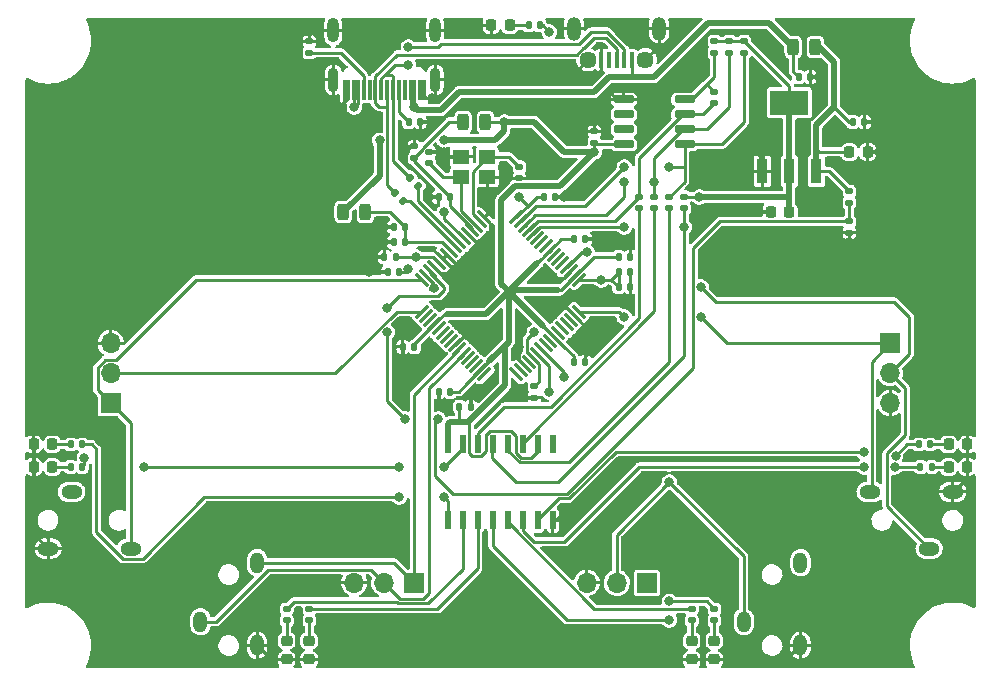
<source format=gtl>
G04 #@! TF.GenerationSoftware,KiCad,Pcbnew,6.0.4-6f826c9f35~116~ubuntu20.04.1*
G04 #@! TF.CreationDate,2022-05-15T08:48:41-07:00*
G04 #@! TF.ProjectId,ft4232h-breakout,66743432-3332-4682-9d62-7265616b6f75,rev?*
G04 #@! TF.SameCoordinates,Original*
G04 #@! TF.FileFunction,Copper,L1,Top*
G04 #@! TF.FilePolarity,Positive*
%FSLAX46Y46*%
G04 Gerber Fmt 4.6, Leading zero omitted, Abs format (unit mm)*
G04 Created by KiCad (PCBNEW 6.0.4-6f826c9f35~116~ubuntu20.04.1) date 2022-05-15 08:48:41*
%MOMM*%
%LPD*%
G01*
G04 APERTURE LIST*
G04 Aperture macros list*
%AMRoundRect*
0 Rectangle with rounded corners*
0 $1 Rounding radius*
0 $2 $3 $4 $5 $6 $7 $8 $9 X,Y pos of 4 corners*
0 Add a 4 corners polygon primitive as box body*
4,1,4,$2,$3,$4,$5,$6,$7,$8,$9,$2,$3,0*
0 Add four circle primitives for the rounded corners*
1,1,$1+$1,$2,$3*
1,1,$1+$1,$4,$5*
1,1,$1+$1,$6,$7*
1,1,$1+$1,$8,$9*
0 Add four rect primitives between the rounded corners*
20,1,$1+$1,$2,$3,$4,$5,0*
20,1,$1+$1,$4,$5,$6,$7,0*
20,1,$1+$1,$6,$7,$8,$9,0*
20,1,$1+$1,$8,$9,$2,$3,0*%
G04 Aperture macros list end*
G04 #@! TA.AperFunction,SMDPad,CuDef*
%ADD10RoundRect,0.147500X-0.147500X-0.172500X0.147500X-0.172500X0.147500X0.172500X-0.147500X0.172500X0*%
G04 #@! TD*
G04 #@! TA.AperFunction,ComponentPad*
%ADD11R,1.700000X1.700000*%
G04 #@! TD*
G04 #@! TA.AperFunction,ComponentPad*
%ADD12O,1.700000X1.700000*%
G04 #@! TD*
G04 #@! TA.AperFunction,SMDPad,CuDef*
%ADD13RoundRect,0.137500X0.137500X-0.662500X0.137500X0.662500X-0.137500X0.662500X-0.137500X-0.662500X0*%
G04 #@! TD*
G04 #@! TA.AperFunction,SMDPad,CuDef*
%ADD14R,0.400000X1.350000*%
G04 #@! TD*
G04 #@! TA.AperFunction,ComponentPad*
%ADD15C,1.450000*%
G04 #@! TD*
G04 #@! TA.AperFunction,ComponentPad*
%ADD16O,1.200000X2.000000*%
G04 #@! TD*
G04 #@! TA.AperFunction,SMDPad,CuDef*
%ADD17RoundRect,0.147500X-0.172500X0.147500X-0.172500X-0.147500X0.172500X-0.147500X0.172500X0.147500X0*%
G04 #@! TD*
G04 #@! TA.AperFunction,SMDPad,CuDef*
%ADD18R,0.950000X2.150000*%
G04 #@! TD*
G04 #@! TA.AperFunction,SMDPad,CuDef*
%ADD19R,3.250000X2.150000*%
G04 #@! TD*
G04 #@! TA.AperFunction,SMDPad,CuDef*
%ADD20RoundRect,0.147500X0.147500X0.172500X-0.147500X0.172500X-0.147500X-0.172500X0.147500X-0.172500X0*%
G04 #@! TD*
G04 #@! TA.AperFunction,SMDPad,CuDef*
%ADD21R,1.400000X1.200000*%
G04 #@! TD*
G04 #@! TA.AperFunction,SMDPad,CuDef*
%ADD22RoundRect,0.147500X0.172500X-0.147500X0.172500X0.147500X-0.172500X0.147500X-0.172500X-0.147500X0*%
G04 #@! TD*
G04 #@! TA.AperFunction,SMDPad,CuDef*
%ADD23RoundRect,0.243750X0.243750X0.456250X-0.243750X0.456250X-0.243750X-0.456250X0.243750X-0.456250X0*%
G04 #@! TD*
G04 #@! TA.AperFunction,SMDPad,CuDef*
%ADD24RoundRect,0.218750X-0.218750X-0.256250X0.218750X-0.256250X0.218750X0.256250X-0.218750X0.256250X0*%
G04 #@! TD*
G04 #@! TA.AperFunction,SMDPad,CuDef*
%ADD25RoundRect,0.218750X0.256250X-0.218750X0.256250X0.218750X-0.256250X0.218750X-0.256250X-0.218750X0*%
G04 #@! TD*
G04 #@! TA.AperFunction,ComponentPad*
%ADD26O,1.199896X1.799996*%
G04 #@! TD*
G04 #@! TA.AperFunction,SMDPad,CuDef*
%ADD27RoundRect,0.218750X0.218750X0.256250X-0.218750X0.256250X-0.218750X-0.256250X0.218750X-0.256250X0*%
G04 #@! TD*
G04 #@! TA.AperFunction,SMDPad,CuDef*
%ADD28RoundRect,0.075000X-0.521491X0.415425X0.415425X-0.521491X0.521491X-0.415425X-0.415425X0.521491X0*%
G04 #@! TD*
G04 #@! TA.AperFunction,SMDPad,CuDef*
%ADD29RoundRect,0.075000X-0.521491X-0.415425X-0.415425X-0.521491X0.521491X0.415425X0.415425X0.521491X0*%
G04 #@! TD*
G04 #@! TA.AperFunction,SMDPad,CuDef*
%ADD30RoundRect,0.147500X0.226274X0.017678X0.017678X0.226274X-0.226274X-0.017678X-0.017678X-0.226274X0*%
G04 #@! TD*
G04 #@! TA.AperFunction,SMDPad,CuDef*
%ADD31RoundRect,0.243750X-0.243750X-0.456250X0.243750X-0.456250X0.243750X0.456250X-0.243750X0.456250X0*%
G04 #@! TD*
G04 #@! TA.AperFunction,SMDPad,CuDef*
%ADD32RoundRect,0.150000X0.725000X0.150000X-0.725000X0.150000X-0.725000X-0.150000X0.725000X-0.150000X0*%
G04 #@! TD*
G04 #@! TA.AperFunction,SMDPad,CuDef*
%ADD33RoundRect,0.147500X-0.226274X-0.017678X-0.017678X-0.226274X0.226274X0.017678X0.017678X0.226274X0*%
G04 #@! TD*
G04 #@! TA.AperFunction,ComponentPad*
%ADD34O,1.799996X1.199896*%
G04 #@! TD*
G04 #@! TA.AperFunction,SMDPad,CuDef*
%ADD35R,0.300000X1.750000*%
G04 #@! TD*
G04 #@! TA.AperFunction,ComponentPad*
%ADD36O,1.000000X2.100000*%
G04 #@! TD*
G04 #@! TA.AperFunction,ComponentPad*
%ADD37O,0.900000X2.100000*%
G04 #@! TD*
G04 #@! TA.AperFunction,ViaPad*
%ADD38C,0.800000*%
G04 #@! TD*
G04 #@! TA.AperFunction,Conductor*
%ADD39C,0.250000*%
G04 #@! TD*
G04 #@! TA.AperFunction,Conductor*
%ADD40C,0.500000*%
G04 #@! TD*
G04 APERTURE END LIST*
D10*
X91740000Y-100330000D03*
X92710000Y-100330000D03*
D11*
X92695000Y-120300000D03*
D12*
X90155000Y-120300000D03*
X87615000Y-120300000D03*
D13*
X95555000Y-115010000D03*
X96825000Y-115010000D03*
X98095000Y-115010000D03*
X99365000Y-115010000D03*
X100635000Y-115010000D03*
X101905000Y-115010000D03*
X103175000Y-115010000D03*
X104445000Y-115010000D03*
X104445000Y-108510000D03*
X103175000Y-108510000D03*
X101905000Y-108510000D03*
X100635000Y-108510000D03*
X99365000Y-108510000D03*
X98095000Y-108510000D03*
X96825000Y-108510000D03*
X95555000Y-108510000D03*
D14*
X111130000Y-76020000D03*
X110480000Y-76020000D03*
X109830000Y-76020000D03*
X109180000Y-76020000D03*
X108530000Y-76020000D03*
D15*
X107405000Y-76020000D03*
D16*
X113430000Y-73370000D03*
X106230000Y-73370000D03*
D15*
X112255000Y-76020000D03*
D17*
X115570000Y-87630000D03*
X115570000Y-88600000D03*
D18*
X122160000Y-85450000D03*
X124460000Y-85450000D03*
X126760000Y-85450000D03*
D19*
X124460000Y-79650000D03*
D20*
X104625000Y-87630000D03*
X103655000Y-87630000D03*
D21*
X96690000Y-85940000D03*
X98890000Y-85940000D03*
X98890000Y-84240000D03*
X96690000Y-84240000D03*
D17*
X107950000Y-82065000D03*
X107950000Y-83035000D03*
D22*
X102870000Y-104625000D03*
X102870000Y-103655000D03*
D20*
X64587500Y-108585000D03*
X63617500Y-108585000D03*
D17*
X119380000Y-74445000D03*
X119380000Y-75415000D03*
X116205000Y-122515000D03*
X116205000Y-123485000D03*
D23*
X98727500Y-81280000D03*
X96852500Y-81280000D03*
D17*
X129540000Y-87145000D03*
X129540000Y-88115000D03*
X118110000Y-122515000D03*
X118110000Y-123485000D03*
D24*
X60482500Y-108585000D03*
X62057500Y-108585000D03*
D17*
X118110000Y-74445000D03*
X118110000Y-75415000D03*
D10*
X90470000Y-93980000D03*
X91440000Y-93980000D03*
D24*
X99212500Y-73100000D03*
X100787500Y-73100000D03*
D25*
X116205000Y-126787500D03*
X116205000Y-125212500D03*
D17*
X120650000Y-74445000D03*
X120650000Y-75415000D03*
X129540000Y-89685000D03*
X129540000Y-90655000D03*
D11*
X67000000Y-105080000D03*
D12*
X67000000Y-102540000D03*
X67000000Y-100000000D03*
D26*
X74600000Y-123600000D03*
X79400000Y-125600000D03*
X79400000Y-118600000D03*
D10*
X90955000Y-91440000D03*
X91925000Y-91440000D03*
D22*
X111760000Y-88600000D03*
X111760000Y-87630000D03*
X114300000Y-88600000D03*
X114300000Y-87630000D03*
D10*
X110005000Y-93980000D03*
X110975000Y-93980000D03*
D20*
X64587500Y-110490000D03*
X63617500Y-110490000D03*
D22*
X93980000Y-84790000D03*
X93980000Y-83820000D03*
D27*
X139517500Y-110490000D03*
X137942500Y-110490000D03*
D17*
X83820000Y-122515000D03*
X83820000Y-123485000D03*
D22*
X83820000Y-75415000D03*
X83820000Y-74445000D03*
D25*
X118110000Y-126787500D03*
X118110000Y-125212500D03*
D17*
X118110000Y-78740000D03*
X118110000Y-79710000D03*
D26*
X120600000Y-123600000D03*
X125400000Y-125600000D03*
X125400000Y-118600000D03*
D10*
X94765000Y-104140000D03*
X95735000Y-104140000D03*
X135412500Y-108585000D03*
X136382500Y-108585000D03*
D20*
X103355000Y-73100000D03*
X102385000Y-73100000D03*
D28*
X98647658Y-89344357D03*
X98294105Y-89697911D03*
X97940551Y-90051464D03*
X97586998Y-90405018D03*
X97233445Y-90758571D03*
X96879891Y-91112124D03*
X96526338Y-91465678D03*
X96172785Y-91819231D03*
X95819231Y-92172785D03*
X95465678Y-92526338D03*
X95112124Y-92879891D03*
X94758571Y-93233445D03*
X94405018Y-93586998D03*
X94051464Y-93940551D03*
X93697911Y-94294105D03*
X93344357Y-94647658D03*
D29*
X93344357Y-97352342D03*
X93697911Y-97705895D03*
X94051464Y-98059449D03*
X94405018Y-98413002D03*
X94758571Y-98766555D03*
X95112124Y-99120109D03*
X95465678Y-99473662D03*
X95819231Y-99827215D03*
X96172785Y-100180769D03*
X96526338Y-100534322D03*
X96879891Y-100887876D03*
X97233445Y-101241429D03*
X97586998Y-101594982D03*
X97940551Y-101948536D03*
X98294105Y-102302089D03*
X98647658Y-102655643D03*
D28*
X101352342Y-102655643D03*
X101705895Y-102302089D03*
X102059449Y-101948536D03*
X102413002Y-101594982D03*
X102766555Y-101241429D03*
X103120109Y-100887876D03*
X103473662Y-100534322D03*
X103827215Y-100180769D03*
X104180769Y-99827215D03*
X104534322Y-99473662D03*
X104887876Y-99120109D03*
X105241429Y-98766555D03*
X105594982Y-98413002D03*
X105948536Y-98059449D03*
X106302089Y-97705895D03*
X106655643Y-97352342D03*
D29*
X106655643Y-94647658D03*
X106302089Y-94294105D03*
X105948536Y-93940551D03*
X105594982Y-93586998D03*
X105241429Y-93233445D03*
X104887876Y-92879891D03*
X104534322Y-92526338D03*
X104180769Y-92172785D03*
X103827215Y-91819231D03*
X103473662Y-91465678D03*
X103120109Y-91112124D03*
X102766555Y-90758571D03*
X102413002Y-90405018D03*
X102059449Y-90051464D03*
X101705895Y-89697911D03*
X101352342Y-89344357D03*
D30*
X91782947Y-87972947D03*
X91097053Y-87287053D03*
D10*
X94765000Y-87630000D03*
X95735000Y-87630000D03*
D11*
X112385000Y-120300000D03*
D12*
X109845000Y-120300000D03*
X107305000Y-120300000D03*
D20*
X130810000Y-81280000D03*
X129840000Y-81280000D03*
X110975000Y-92710000D03*
X110005000Y-92710000D03*
D31*
X124792500Y-74930000D03*
X126667500Y-74930000D03*
D24*
X60482500Y-110490000D03*
X62057500Y-110490000D03*
D20*
X97490000Y-105410000D03*
X96520000Y-105410000D03*
X91925000Y-90170000D03*
X90955000Y-90170000D03*
D25*
X81890000Y-126787500D03*
X81890000Y-125212500D03*
D10*
X90170000Y-92710000D03*
X91140000Y-92710000D03*
D32*
X115605000Y-83185000D03*
X115605000Y-81915000D03*
X115605000Y-80645000D03*
X115605000Y-79375000D03*
X110455000Y-79375000D03*
X110455000Y-80645000D03*
X110455000Y-81915000D03*
X110455000Y-83185000D03*
D25*
X83795000Y-126787500D03*
X83795000Y-125212500D03*
D22*
X92710000Y-84305000D03*
X92710000Y-83335000D03*
D20*
X107188000Y-91186000D03*
X106218000Y-91186000D03*
D10*
X135562500Y-110490000D03*
X136532500Y-110490000D03*
X92225000Y-81280000D03*
X93195000Y-81280000D03*
D20*
X107165000Y-101600000D03*
X106195000Y-101600000D03*
D17*
X101600000Y-85090000D03*
X101600000Y-86060000D03*
D33*
X92367053Y-86017053D03*
X93052947Y-86702947D03*
D34*
X63700000Y-112600000D03*
X61700000Y-117400000D03*
X68700000Y-117400000D03*
D35*
X93520000Y-78550000D03*
X92720000Y-78550000D03*
X91420000Y-78550000D03*
X90420000Y-78550000D03*
X89920000Y-78550000D03*
X88920000Y-78550000D03*
X87620000Y-78550000D03*
X86820000Y-78550000D03*
X87120000Y-78550000D03*
X87920000Y-78550000D03*
X88420000Y-78550000D03*
X89420000Y-78550000D03*
X90920000Y-78550000D03*
X91920000Y-78550000D03*
X92420000Y-78550000D03*
X93220000Y-78550000D03*
D36*
X85850000Y-73530000D03*
X94490000Y-73530000D03*
D37*
X85850000Y-77710000D03*
X94490000Y-77710000D03*
D20*
X110975000Y-95250000D03*
X110005000Y-95250000D03*
D27*
X124460000Y-88900000D03*
X122885000Y-88900000D03*
D22*
X113030000Y-88600000D03*
X113030000Y-87630000D03*
D17*
X81915000Y-122515000D03*
X81915000Y-123485000D03*
D34*
X136300000Y-117400000D03*
X138300000Y-112600000D03*
X131300000Y-112600000D03*
D10*
X125245000Y-77470000D03*
X126215000Y-77470000D03*
D11*
X133000000Y-100000000D03*
D12*
X133000000Y-102540000D03*
X133000000Y-105080000D03*
D24*
X129537500Y-83820000D03*
X131112500Y-83820000D03*
D27*
X139517500Y-108585000D03*
X137942500Y-108585000D03*
D31*
X86692500Y-88900000D03*
X88567500Y-88900000D03*
D38*
X92202000Y-74930000D03*
X92202000Y-76454000D03*
X92202000Y-93726000D03*
X91948000Y-83820000D03*
X114300000Y-123444000D03*
X64770000Y-109728000D03*
X94234000Y-81280000D03*
X89768500Y-82848029D03*
X95250000Y-82804000D03*
X90424000Y-97028000D03*
X94402181Y-95335388D03*
X90424000Y-99060000D03*
X94742000Y-106426000D03*
X91948000Y-106426000D03*
X104394000Y-94488000D03*
X97790000Y-99060000D03*
X97790000Y-73660000D03*
X132080000Y-81280000D03*
X110490000Y-91440000D03*
X94234000Y-79248000D03*
X95250000Y-83820000D03*
X127000000Y-77470000D03*
X105410000Y-114300000D03*
X83820000Y-73660000D03*
X110490000Y-96520000D03*
X96520000Y-93980000D03*
X88900000Y-93980000D03*
X91440000Y-101600000D03*
X108458000Y-91186000D03*
X90170000Y-91440000D03*
X99060000Y-91440000D03*
X121920000Y-88900000D03*
X129540000Y-91440000D03*
X107950000Y-81280000D03*
X90170000Y-90170000D03*
X88900000Y-92710000D03*
X105410000Y-96520000D03*
X121920000Y-83820000D03*
X107950000Y-77470000D03*
X86360000Y-80010000D03*
X132080000Y-83820000D03*
X109220000Y-78740000D03*
X105410000Y-87630000D03*
X93980000Y-87630000D03*
X95250000Y-105410000D03*
X107950000Y-100330000D03*
X101600000Y-104140000D03*
X97790000Y-104140000D03*
X101600000Y-100330000D03*
X100330000Y-86360000D03*
X116840000Y-87630000D03*
X107950000Y-83820000D03*
X104140000Y-73660000D03*
X100330000Y-81280000D03*
X116983500Y-97790000D03*
X110490000Y-97790000D03*
X107362870Y-92311963D03*
X116983500Y-95250000D03*
X104140000Y-104140000D03*
X105410000Y-102870000D03*
X114300000Y-111760000D03*
X95250000Y-110490000D03*
X69850000Y-110490000D03*
X91440000Y-110490000D03*
X91440000Y-113030000D03*
X95250000Y-113030000D03*
X114300000Y-121863500D03*
X133376999Y-110490000D03*
X130783001Y-110490000D03*
X133457586Y-109525775D03*
X130783001Y-109220000D03*
X110490000Y-90170000D03*
X115570000Y-90170000D03*
X113030000Y-86360000D03*
X110490000Y-86360000D03*
X110490000Y-85090000D03*
X114300000Y-85090000D03*
X108552342Y-94647658D03*
X101600000Y-87630000D03*
X102870000Y-99060000D03*
X92853500Y-92710000D03*
X92710000Y-80010000D03*
X87630000Y-80010000D03*
X95250000Y-88900000D03*
D39*
X90224989Y-77270989D02*
X91041978Y-76454000D01*
X91041978Y-76454000D02*
X92202000Y-76454000D01*
X89420000Y-77425000D02*
X89420000Y-78550000D01*
X107000515Y-75043489D02*
X106462503Y-75581501D01*
X107950000Y-74168000D02*
X107074511Y-75043489D01*
X106462503Y-75581501D02*
X91263499Y-75581501D01*
X91263499Y-75581501D02*
X89420000Y-77425000D01*
X108903000Y-74168000D02*
X107950000Y-74168000D01*
X107074511Y-75043489D02*
X107000515Y-75043489D01*
X109830000Y-75095000D02*
X108903000Y-74168000D01*
X109830000Y-76020000D02*
X109830000Y-75095000D01*
X92075000Y-74930000D02*
X94742000Y-74930000D01*
X94742000Y-74930000D02*
X94996000Y-74676000D01*
X94996000Y-74676000D02*
X106680000Y-74676000D01*
X107696000Y-73660000D02*
X109045000Y-73660000D01*
X106680000Y-74676000D02*
X107696000Y-73660000D01*
X109045000Y-73660000D02*
X110480000Y-75095000D01*
X110480000Y-75095000D02*
X110480000Y-76020000D01*
X105594982Y-93586998D02*
X106870017Y-92311963D01*
X106870017Y-92311963D02*
X107362870Y-92311963D01*
X110005000Y-92710000D02*
X107886194Y-92710000D01*
X107886194Y-92710000D02*
X106302089Y-94294105D01*
D40*
X111252000Y-77470000D02*
X109220000Y-77470000D01*
X109220000Y-77470000D02*
X107950000Y-78740000D01*
X107950000Y-78740000D02*
X96520000Y-78740000D01*
X96520000Y-78740000D02*
X94996000Y-80264000D01*
X94996000Y-80264000D02*
X92964000Y-80264000D01*
X92964000Y-80264000D02*
X92710000Y-80010000D01*
D39*
X111760000Y-87630000D02*
X111760000Y-84317165D01*
X111760000Y-84317165D02*
X115432165Y-80645000D01*
X115432165Y-80645000D02*
X115605000Y-80645000D01*
X113030000Y-87630000D02*
X113030000Y-84317165D01*
X113030000Y-84317165D02*
X115432165Y-81915000D01*
X115432165Y-81915000D02*
X115605000Y-81915000D01*
X101705895Y-89697911D02*
X103011806Y-88392000D01*
X103011806Y-88392000D02*
X107188000Y-88392000D01*
X107188000Y-88392000D02*
X110490000Y-85090000D01*
X102059449Y-90051464D02*
X102956913Y-89154000D01*
X102956913Y-89154000D02*
X108966000Y-89154000D01*
X108966000Y-89154000D02*
X110490000Y-87630000D01*
X110490000Y-87630000D02*
X110490000Y-86360000D01*
X102413002Y-90405018D02*
X103156020Y-89662000D01*
X103156020Y-89662000D02*
X109728000Y-89662000D01*
X109728000Y-89662000D02*
X111760000Y-87630000D01*
X110490000Y-90170000D02*
X103355126Y-90170000D01*
X103355126Y-90170000D02*
X102766555Y-90758571D01*
X104180769Y-92172785D02*
X105167554Y-91186000D01*
X105167554Y-91186000D02*
X106218000Y-91186000D01*
X96852500Y-81280000D02*
X95635701Y-81280000D01*
X95635701Y-81280000D02*
X93408480Y-83507221D01*
X93408480Y-83507221D02*
X93408480Y-83606520D01*
X93408480Y-83606520D02*
X92710000Y-84305000D01*
X92202000Y-93726000D02*
X91948000Y-93980000D01*
X91948000Y-93980000D02*
X91440000Y-93980000D01*
X93980000Y-92710000D02*
X92853500Y-92710000D01*
X95819231Y-92172785D02*
X95086446Y-91440000D01*
X95086446Y-91440000D02*
X91925000Y-91440000D01*
X96172785Y-91819231D02*
X92326501Y-87972947D01*
X92326501Y-87972947D02*
X91782947Y-87972947D01*
D40*
X89768500Y-85824000D02*
X89768500Y-82848029D01*
D39*
X90420000Y-86610000D02*
X91097053Y-87287053D01*
D40*
X86692500Y-88900000D02*
X89768500Y-85824000D01*
D39*
X90420000Y-80014000D02*
X90420000Y-86610000D01*
X90224989Y-77270989D02*
X89920000Y-77575978D01*
X90920000Y-78550000D02*
X90920000Y-77425000D01*
X90920000Y-77425000D02*
X90765989Y-77270989D01*
X90765989Y-77270989D02*
X90224989Y-77270989D01*
X102059449Y-101948536D02*
X101564991Y-101454078D01*
X101564991Y-101454078D02*
X101564991Y-100365009D01*
X101564991Y-100365009D02*
X101600000Y-100330000D01*
X102870000Y-103655000D02*
X103261013Y-103263987D01*
X103261013Y-103263987D02*
X103261013Y-101735887D01*
X103261013Y-101735887D02*
X102766555Y-101241429D01*
X102870000Y-99060000D02*
X102272098Y-99657902D01*
X102272098Y-100746972D02*
X102766555Y-101241429D01*
X102272098Y-99657902D02*
X102272098Y-100746972D01*
X97586998Y-90405018D02*
X97586998Y-90265747D01*
X97586998Y-90265747D02*
X95735000Y-88413749D01*
X95735000Y-88413749D02*
X95735000Y-87630000D01*
X98890000Y-84240000D02*
X97641511Y-85488489D01*
X97641511Y-85488489D02*
X97641511Y-89045317D01*
X97641511Y-89045317D02*
X98294105Y-89697911D01*
X98647658Y-89344357D02*
X99142116Y-89838815D01*
X99142116Y-89838815D02*
X99142116Y-91357884D01*
X99142116Y-91357884D02*
X99060000Y-91440000D01*
X94405018Y-93586998D02*
X94899476Y-94081456D01*
X94899476Y-94081456D02*
X96418544Y-94081456D01*
X96418544Y-94081456D02*
X96520000Y-93980000D01*
X92710000Y-83335000D02*
X92433000Y-83335000D01*
X92433000Y-83335000D02*
X91948000Y-83820000D01*
X114300000Y-123444000D02*
X105664000Y-123444000D01*
X105664000Y-123444000D02*
X99365000Y-117145000D01*
X99365000Y-117145000D02*
X99365000Y-115010000D01*
X101905000Y-108510000D02*
X101905000Y-108429843D01*
X101905000Y-108429843D02*
X113030000Y-97304843D01*
X115570000Y-88600000D02*
X115570000Y-101105717D01*
X115570000Y-101105717D02*
X104915717Y-111760000D01*
X104915717Y-111760000D02*
X101346000Y-111760000D01*
X101346000Y-111760000D02*
X99314000Y-109728000D01*
X99314000Y-109728000D02*
X99314000Y-108561000D01*
X99314000Y-108561000D02*
X99365000Y-108510000D01*
X113030000Y-97304843D02*
X113030000Y-88600000D01*
X111760000Y-88600000D02*
X111760000Y-97889299D01*
X100330000Y-105410000D02*
X98095000Y-107645000D01*
X111760000Y-97889299D02*
X104239299Y-105410000D01*
X98095000Y-107645000D02*
X98095000Y-108510000D01*
X104239299Y-105410000D02*
X100330000Y-105410000D01*
X107962227Y-122515000D02*
X116205000Y-122515000D01*
X103175000Y-114929843D02*
X104952333Y-113152510D01*
X101905000Y-115010000D02*
X101905000Y-115875000D01*
X101905000Y-115875000D02*
X102870000Y-116840000D01*
X105410000Y-116840000D02*
X111760000Y-110490000D01*
X103175000Y-115010000D02*
X103175000Y-114929843D01*
X105819956Y-113152510D02*
X109752466Y-109220000D01*
X109752466Y-109220000D02*
X130783001Y-109220000D01*
X102870000Y-116840000D02*
X105410000Y-116840000D01*
X104952333Y-113152510D02*
X105819956Y-113152510D01*
X111760000Y-110490000D02*
X130783001Y-110490000D01*
X131300000Y-112600000D02*
X131434501Y-112465499D01*
X131434501Y-112465499D02*
X131434501Y-101565499D01*
X135562500Y-110490000D02*
X133376999Y-110490000D01*
X133000000Y-102540000D02*
X134270489Y-103810489D01*
X135412500Y-108585000D02*
X134398361Y-108585000D01*
X134398361Y-108585000D02*
X133457586Y-109525775D01*
X134270489Y-107791511D02*
X132725499Y-109336501D01*
X134270489Y-103810489D02*
X134270489Y-107791511D01*
X132725499Y-109336501D02*
X132725499Y-113825499D01*
X132725499Y-113825499D02*
X136300000Y-117400000D01*
X117458500Y-121863500D02*
X114300000Y-121863500D01*
X118110000Y-122515000D02*
X117458500Y-121863500D01*
X107962227Y-122515000D02*
X100635000Y-115187773D01*
X100635000Y-115187773D02*
X100635000Y-115010000D01*
X90155000Y-120300000D02*
X89053489Y-119198489D01*
X75904207Y-123600000D02*
X74600000Y-123600000D01*
X89053489Y-119198489D02*
X80305718Y-119198489D01*
X80305718Y-119198489D02*
X75904207Y-123600000D01*
X64770000Y-110307500D02*
X64587500Y-110490000D01*
X64770000Y-109728000D02*
X64770000Y-110307500D01*
X67456262Y-101438489D02*
X66543738Y-101438489D01*
X66543738Y-101438489D02*
X65898489Y-102083738D01*
X65898489Y-102083738D02*
X65898489Y-103978489D01*
X65405000Y-108585000D02*
X64587500Y-108585000D01*
X91440000Y-113030000D02*
X74930000Y-113030000D01*
X74930000Y-113030000D02*
X69708532Y-118251468D01*
X65786000Y-115990207D02*
X65786000Y-108966000D01*
X69708532Y-118251468D02*
X68047261Y-118251468D01*
X68047261Y-118251468D02*
X65786000Y-115990207D01*
X65786000Y-108966000D02*
X65405000Y-108585000D01*
X124792500Y-74930000D02*
X124792500Y-77017500D01*
X124792500Y-77017500D02*
X125245000Y-77470000D01*
D40*
X111760000Y-77470000D02*
X111252000Y-77470000D01*
D39*
X111130000Y-76020000D02*
X111130000Y-77348000D01*
X111130000Y-77348000D02*
X111252000Y-77470000D01*
X93195000Y-81280000D02*
X94234000Y-81280000D01*
X90944011Y-78574011D02*
X90920000Y-78550000D01*
X90944011Y-84594011D02*
X90944011Y-78574011D01*
X92367053Y-86017053D02*
X90944011Y-84594011D01*
D40*
X100330000Y-81280000D02*
X100330000Y-82042000D01*
X100330000Y-82042000D02*
X99568000Y-82804000D01*
X99568000Y-82804000D02*
X95250000Y-82804000D01*
X107950000Y-83820000D02*
X105038480Y-86731520D01*
X105038480Y-86731520D02*
X101228480Y-86731520D01*
X100076000Y-87884000D02*
X100076000Y-94996000D01*
X101228480Y-86731520D02*
X100076000Y-87884000D01*
X100076000Y-94996000D02*
X100711000Y-95631000D01*
D39*
X82510000Y-121920000D02*
X81915000Y-122515000D01*
X91242534Y-121920000D02*
X82510000Y-121920000D01*
X93980000Y-103787767D02*
X93980000Y-121158000D01*
X93881956Y-122042510D02*
X91365044Y-122042510D01*
X96825000Y-119099466D02*
X93881956Y-122042510D01*
X91365044Y-122042510D02*
X91242534Y-121920000D01*
X96825000Y-115010000D02*
X96825000Y-119099466D01*
X96879891Y-100887876D02*
X93980000Y-103787767D01*
X93980000Y-121158000D02*
X93472000Y-121666000D01*
X93472000Y-121666000D02*
X91521000Y-121666000D01*
X91521000Y-121666000D02*
X90155000Y-120300000D01*
X94488000Y-96012000D02*
X91440000Y-96012000D01*
X65898489Y-103978489D02*
X67000000Y-105080000D01*
X94742000Y-96012000D02*
X94488000Y-96012000D01*
X95250000Y-95250000D02*
X95250000Y-95504000D01*
X93344357Y-94647658D02*
X74247093Y-94647658D01*
X91440000Y-96012000D02*
X90424000Y-97028000D01*
X94051464Y-94051464D02*
X95250000Y-95250000D01*
X95250000Y-95504000D02*
X94742000Y-96012000D01*
X74247093Y-94647658D02*
X67456262Y-101438489D01*
X94051464Y-93940551D02*
X94051464Y-94051464D01*
X93697911Y-94294105D02*
X94402181Y-94998375D01*
X94402181Y-94998375D02*
X94402181Y-95335388D01*
X86022637Y-102540000D02*
X67000000Y-102540000D01*
X91210295Y-97352342D02*
X86022637Y-102540000D01*
X93344357Y-97352342D02*
X91210295Y-97352342D01*
X101010843Y-112776000D02*
X96012000Y-112776000D01*
X96012000Y-112776000D02*
X94488000Y-111252000D01*
X94488000Y-111252000D02*
X94488000Y-106680000D01*
X94488000Y-106680000D02*
X94742000Y-106426000D01*
X90424000Y-104902000D02*
X90424000Y-99060000D01*
X91948000Y-106426000D02*
X90424000Y-104902000D01*
X98393637Y-109561520D02*
X97623520Y-109561520D01*
X98806000Y-109149157D02*
X98393637Y-109561520D01*
X98806000Y-107696000D02*
X98806000Y-109149157D01*
X100917157Y-107442000D02*
X99082843Y-107442000D01*
X101346000Y-109301157D02*
X101346000Y-107870843D01*
X97623520Y-109561520D02*
X97351520Y-109289520D01*
X101346000Y-107870843D02*
X100917157Y-107442000D01*
X98828843Y-107696000D02*
X98806000Y-107696000D01*
X101772843Y-109728000D02*
X101346000Y-109301157D01*
X99082843Y-107442000D02*
X98828843Y-107696000D01*
X102616000Y-109728000D02*
X101772843Y-109728000D01*
X103175000Y-109169000D02*
X102616000Y-109728000D01*
X97351520Y-106750444D02*
X97281076Y-106680000D01*
X103175000Y-108510000D02*
X103175000Y-109169000D01*
X97351520Y-109289520D02*
X97351520Y-106750444D01*
X105795490Y-110104510D02*
X101616887Y-110104510D01*
X100635000Y-109122623D02*
X100635000Y-108510000D01*
X114300000Y-101600000D02*
X105795490Y-110104510D01*
X101616887Y-110104510D02*
X100635000Y-109122623D01*
X114300000Y-88600000D02*
X114300000Y-101600000D01*
D40*
X97281076Y-106680000D02*
X96266000Y-106680000D01*
X96266000Y-106680000D02*
X95758000Y-106680000D01*
D39*
X96520000Y-105410000D02*
X96520000Y-106426000D01*
X96520000Y-106426000D02*
X96266000Y-106680000D01*
D40*
X100711000Y-99885194D02*
X100379331Y-100216863D01*
X95758000Y-106680000D02*
X95555000Y-106883000D01*
X100379331Y-100216863D02*
X100379331Y-103581745D01*
X100379331Y-103581745D02*
X97281076Y-106680000D01*
X95555000Y-106883000D02*
X95555000Y-108510000D01*
X100838000Y-95504000D02*
X100711000Y-95631000D01*
X100711000Y-95631000D02*
X100330000Y-96012000D01*
X99060000Y-101536194D02*
X100711000Y-99885194D01*
X100711000Y-99885194D02*
X100711000Y-95631000D01*
X95504000Y-97536000D02*
X98806000Y-97536000D01*
X98806000Y-97536000D02*
X100838000Y-95504000D01*
X101092000Y-96012000D02*
X101092000Y-95758000D01*
X101092000Y-95758000D02*
X100838000Y-95504000D01*
X103632000Y-98552000D02*
X101092000Y-96012000D01*
X101092000Y-96012000D02*
X100330000Y-96012000D01*
X104902000Y-95504000D02*
X100838000Y-95504000D01*
X103124000Y-93218000D02*
X100330000Y-96012000D01*
D39*
X106302089Y-94294105D02*
X105092194Y-95504000D01*
X105092194Y-95504000D02*
X104902000Y-95504000D01*
X105948536Y-93940551D02*
X105401087Y-94488000D01*
X105401087Y-94488000D02*
X104394000Y-94488000D01*
D40*
X124792500Y-74930000D02*
X122760500Y-72898000D01*
X122760500Y-72898000D02*
X117602000Y-72898000D01*
X117602000Y-72898000D02*
X113030000Y-77470000D01*
X113030000Y-77470000D02*
X111760000Y-77470000D01*
D39*
X94405018Y-98413002D02*
X95282020Y-97536000D01*
X95282020Y-97536000D02*
X95504000Y-97536000D01*
X98294105Y-102302089D02*
X99060000Y-101536194D01*
X104534322Y-99454322D02*
X103632000Y-98552000D01*
X104534322Y-99473662D02*
X104534322Y-99454322D01*
X104180769Y-92172785D02*
X104169215Y-92172785D01*
X104169215Y-92172785D02*
X103378000Y-92964000D01*
X103378000Y-92964000D02*
X103124000Y-93218000D01*
X120650000Y-74445000D02*
X124460000Y-78255000D01*
X124460000Y-78255000D02*
X124460000Y-79650000D01*
D40*
X124460000Y-88900000D02*
X124460000Y-87630000D01*
X116840000Y-87630000D02*
X124460000Y-87630000D01*
X124460000Y-87630000D02*
X124460000Y-85450000D01*
X124460000Y-81280000D02*
X124460000Y-83820000D01*
X100330000Y-81280000D02*
X102870000Y-81280000D01*
X102870000Y-81280000D02*
X105410000Y-83820000D01*
X105410000Y-83820000D02*
X107950000Y-83820000D01*
D39*
X133350000Y-96520000D02*
X118253500Y-96520000D01*
X118253500Y-96520000D02*
X116983500Y-95250000D01*
X133000000Y-100000000D02*
X119193500Y-100000000D01*
X129540000Y-89685000D02*
X118595000Y-89685000D01*
X134620000Y-100920000D02*
X134620000Y-97790000D01*
X119193500Y-100000000D02*
X116983500Y-97790000D01*
X133000000Y-102540000D02*
X134620000Y-100920000D01*
X134620000Y-97790000D02*
X133350000Y-96520000D01*
X118595000Y-89685000D02*
X116332000Y-91948000D01*
X116332000Y-91948000D02*
X116332000Y-102108000D01*
X116332000Y-102108000D02*
X105664000Y-112776000D01*
X105664000Y-112776000D02*
X101010843Y-112776000D01*
X97293554Y-99060000D02*
X97790000Y-99060000D01*
X104625000Y-87630000D02*
X105410000Y-87630000D01*
X139517500Y-108585000D02*
X139517500Y-110490000D01*
X139517500Y-111382500D02*
X138300000Y-112600000D01*
X130810000Y-81280000D02*
X132080000Y-81280000D01*
X93726000Y-79248000D02*
X93520000Y-79042000D01*
X98890000Y-85940000D02*
X99910000Y-85940000D01*
X97490000Y-104440000D02*
X97790000Y-104140000D01*
X122885000Y-88900000D02*
X121920000Y-88900000D01*
X107165000Y-101115000D02*
X107950000Y-100330000D01*
X96690000Y-84240000D02*
X95670000Y-84240000D01*
X101600000Y-86060000D02*
X100630000Y-86060000D01*
X91740000Y-100330000D02*
X91740000Y-101300000D01*
X110975000Y-93980000D02*
X110975000Y-95250000D01*
X96520000Y-93580660D02*
X96520000Y-93980000D01*
X81890000Y-126787500D02*
X80587500Y-126787500D01*
X94765000Y-104140000D02*
X94765000Y-104925000D01*
X86820000Y-79550000D02*
X86360000Y-80010000D01*
X86820000Y-78550000D02*
X86820000Y-79550000D01*
X110975000Y-96035000D02*
X110490000Y-96520000D01*
X93520000Y-79042000D02*
X93520000Y-78550000D01*
X94765000Y-87630000D02*
X93980000Y-87630000D01*
X124212500Y-126787500D02*
X125400000Y-125600000D01*
X97490000Y-105410000D02*
X97490000Y-104440000D01*
X110975000Y-95250000D02*
X110975000Y-96035000D01*
X107950000Y-82065000D02*
X107950000Y-81280000D01*
X102085000Y-104625000D02*
X101600000Y-104140000D01*
X110975000Y-92710000D02*
X110975000Y-91925000D01*
X139517500Y-110490000D02*
X139517500Y-111382500D01*
X104700000Y-115010000D02*
X105410000Y-114300000D01*
X99910000Y-85940000D02*
X100330000Y-86360000D01*
X110975000Y-91925000D02*
X110490000Y-91440000D01*
X104445000Y-115010000D02*
X104700000Y-115010000D01*
X106302089Y-97705895D02*
X105410000Y-96813806D01*
X94234000Y-79248000D02*
X93726000Y-79248000D01*
X91740000Y-101300000D02*
X91440000Y-101600000D01*
X95112124Y-92879891D02*
X96212233Y-93980000D01*
X102870000Y-104625000D02*
X102085000Y-104625000D01*
X108530000Y-76890000D02*
X107950000Y-77470000D01*
X118110000Y-126787500D02*
X124212500Y-126787500D01*
X96212233Y-93980000D02*
X96520000Y-93980000D01*
X93980000Y-83820000D02*
X95250000Y-83820000D01*
X110455000Y-79375000D02*
X109855000Y-79375000D01*
X107188000Y-91186000D02*
X108458000Y-91186000D01*
X129540000Y-90655000D02*
X129540000Y-91440000D01*
D40*
X122160000Y-85450000D02*
X122160000Y-84060000D01*
D39*
X109855000Y-79375000D02*
X109220000Y-78740000D01*
X126215000Y-77470000D02*
X127000000Y-77470000D01*
X87120000Y-78550000D02*
X87120000Y-79250000D01*
X107165000Y-101600000D02*
X107165000Y-101115000D01*
X90470000Y-93980000D02*
X88900000Y-93980000D01*
X90955000Y-91440000D02*
X90170000Y-91440000D01*
X96172785Y-100180769D02*
X97293554Y-99060000D01*
X97914874Y-91440000D02*
X99060000Y-91440000D01*
X87120000Y-79250000D02*
X86360000Y-80010000D01*
X98350000Y-73100000D02*
X97790000Y-73660000D01*
X99212500Y-73100000D02*
X98350000Y-73100000D01*
X108530000Y-76020000D02*
X108530000Y-76890000D01*
X90170000Y-92710000D02*
X88900000Y-92710000D01*
X83795000Y-126787500D02*
X81890000Y-126787500D01*
X80587500Y-126787500D02*
X79400000Y-125600000D01*
X131112500Y-83820000D02*
X132080000Y-83820000D01*
X95670000Y-84240000D02*
X95250000Y-83820000D01*
X60482500Y-110490000D02*
X60482500Y-116182500D01*
X94765000Y-104925000D02*
X95250000Y-105410000D01*
X90955000Y-90170000D02*
X90170000Y-90170000D01*
X95465678Y-92526338D02*
X96520000Y-93580660D01*
X60482500Y-116182500D02*
X61700000Y-117400000D01*
X97233445Y-90758571D02*
X97914874Y-91440000D01*
X105410000Y-96813806D02*
X105410000Y-96520000D01*
X83820000Y-74445000D02*
X83820000Y-73660000D01*
D40*
X122160000Y-84060000D02*
X121920000Y-83820000D01*
D39*
X116205000Y-126787500D02*
X118110000Y-126787500D01*
X100630000Y-86060000D02*
X100330000Y-86360000D01*
X60482500Y-108585000D02*
X60482500Y-110490000D01*
X92710000Y-100108020D02*
X94405018Y-98413002D01*
X96456194Y-104140000D02*
X95735000Y-104140000D01*
X110455000Y-83185000D02*
X108100000Y-83185000D01*
X98294105Y-102302089D02*
X97123097Y-103473097D01*
X106195000Y-101134340D02*
X105400330Y-100339670D01*
X95555000Y-108510000D02*
X95555000Y-106985000D01*
X119380000Y-74445000D02*
X118110000Y-74445000D01*
X97123097Y-103473097D02*
X96456194Y-104140000D01*
X108100000Y-83185000D02*
X107950000Y-83035000D01*
X120650000Y-74445000D02*
X119380000Y-74445000D01*
D40*
X124460000Y-79650000D02*
X124460000Y-81280000D01*
D39*
X92710000Y-100330000D02*
X92710000Y-100108020D01*
X98727500Y-81280000D02*
X100330000Y-81280000D01*
X104534322Y-99473662D02*
X105400330Y-100339670D01*
X103355000Y-73100000D02*
X103580000Y-73100000D01*
D40*
X124460000Y-85450000D02*
X124460000Y-83820000D01*
D39*
X107950000Y-83035000D02*
X107950000Y-83820000D01*
X103580000Y-73100000D02*
X104140000Y-73660000D01*
X115570000Y-87630000D02*
X116840000Y-87630000D01*
X106195000Y-101600000D02*
X106195000Y-101134340D01*
X100787500Y-73100000D02*
X102385000Y-73100000D01*
X68700000Y-106780000D02*
X68700000Y-117400000D01*
X67000000Y-105080000D02*
X68700000Y-106780000D01*
X110052342Y-97352342D02*
X110490000Y-97790000D01*
X106655643Y-97352342D02*
X110052342Y-97352342D01*
X133000000Y-100000000D02*
X131434501Y-101565499D01*
X103120109Y-100887876D02*
X104140000Y-101907767D01*
X104140000Y-101907767D02*
X104140000Y-104140000D01*
X114300000Y-111760000D02*
X120600000Y-118060000D01*
X109845000Y-116215000D02*
X109845000Y-120300000D01*
X103473662Y-100534322D02*
X105410000Y-102470660D01*
X114300000Y-111760000D02*
X109845000Y-116215000D01*
X105410000Y-102470660D02*
X105410000Y-102870000D01*
X120600000Y-118060000D02*
X120600000Y-123600000D01*
X90995000Y-118600000D02*
X79400000Y-118600000D01*
X96526338Y-100534322D02*
X92695000Y-104365660D01*
X92695000Y-120300000D02*
X90995000Y-118600000D01*
X92695000Y-104365660D02*
X92695000Y-120300000D01*
X96825000Y-108915000D02*
X95250000Y-110490000D01*
X96825000Y-108510000D02*
X96825000Y-108915000D01*
X91440000Y-110490000D02*
X69850000Y-110490000D01*
X95555000Y-113335000D02*
X95250000Y-113030000D01*
X95555000Y-115010000D02*
X95555000Y-113335000D01*
X83820000Y-122515000D02*
X94655000Y-122515000D01*
X94655000Y-122515000D02*
X98095000Y-119075000D01*
X98095000Y-119075000D02*
X98095000Y-115010000D01*
X99365000Y-108510000D02*
X99365000Y-108551973D01*
X119380000Y-75415000D02*
X119380000Y-80010000D01*
X119380000Y-80010000D02*
X117475000Y-81915000D01*
X117475000Y-81915000D02*
X115605000Y-81915000D01*
X115605000Y-83185000D02*
X115605000Y-85055000D01*
X114300000Y-85090000D02*
X115570000Y-85090000D01*
X115570000Y-85090000D02*
X115605000Y-85055000D01*
X120650000Y-75415000D02*
X120650000Y-81280000D01*
X120650000Y-81280000D02*
X118745000Y-83185000D01*
X115605000Y-86325000D02*
X114300000Y-87630000D01*
X118745000Y-83185000D02*
X115605000Y-83185000D01*
X115605000Y-85055000D02*
X115605000Y-86325000D01*
X118110000Y-79710000D02*
X117175000Y-80645000D01*
X117175000Y-80645000D02*
X115605000Y-80645000D01*
X129537500Y-83820000D02*
X127000000Y-83820000D01*
X129840000Y-81280000D02*
X129540000Y-81280000D01*
D40*
X126760000Y-81520000D02*
X128270000Y-80010000D01*
D39*
X127000000Y-83820000D02*
X126760000Y-83580000D01*
D40*
X128270000Y-80010000D02*
X128270000Y-76200000D01*
X126760000Y-83580000D02*
X126760000Y-81520000D01*
X126760000Y-85450000D02*
X126760000Y-83580000D01*
D39*
X127845000Y-85450000D02*
X126760000Y-85450000D01*
D40*
X128270000Y-76200000D02*
X127000000Y-74930000D01*
D39*
X129540000Y-81280000D02*
X128270000Y-80010000D01*
D40*
X127000000Y-74930000D02*
X126667500Y-74930000D01*
D39*
X129540000Y-87145000D02*
X127845000Y-85450000D01*
X96690000Y-85940000D02*
X96690000Y-88800913D01*
X96690000Y-88800913D02*
X97940551Y-90051464D01*
X96690000Y-85940000D02*
X95130000Y-85940000D01*
X95130000Y-85940000D02*
X93980000Y-84790000D01*
X109337342Y-94647658D02*
X110005000Y-93980000D01*
X108552342Y-94647658D02*
X109337342Y-94647658D01*
X109337342Y-94647658D02*
X109402658Y-94647658D01*
X101352342Y-89344357D02*
X102333349Y-88363349D01*
X106655643Y-94647658D02*
X108552342Y-94647658D01*
X94758571Y-93233445D02*
X94235126Y-92710000D01*
X103066699Y-87630000D02*
X103655000Y-87630000D01*
X109402658Y-94647658D02*
X110005000Y-95250000D01*
X102333349Y-88363349D02*
X101600000Y-87630000D01*
X93980000Y-92710000D02*
X91140000Y-92710000D01*
X110005000Y-93980000D02*
X110005000Y-95250000D01*
X102333349Y-88363349D02*
X103066699Y-87630000D01*
X94235126Y-92710000D02*
X93980000Y-92710000D01*
X92420000Y-79720000D02*
X92710000Y-80010000D01*
X87620000Y-78550000D02*
X87620000Y-80000000D01*
X92720000Y-78550000D02*
X92720000Y-80000000D01*
X92420000Y-78550000D02*
X92420000Y-79720000D01*
X87920000Y-79720000D02*
X87630000Y-80010000D01*
X87620000Y-80000000D02*
X87630000Y-80010000D01*
X92720000Y-80000000D02*
X92710000Y-80010000D01*
X87920000Y-78550000D02*
X87920000Y-79720000D01*
X92710000Y-84605000D02*
X92710000Y-84305000D01*
X95735000Y-87630000D02*
X92710000Y-84605000D01*
X90655000Y-88900000D02*
X88567500Y-88900000D01*
X91925000Y-90170000D02*
X91925000Y-91440000D01*
X91925000Y-90170000D02*
X90655000Y-88900000D01*
X89920000Y-77575978D02*
X89920000Y-78550000D01*
X89420000Y-79675000D02*
X89759000Y-80014000D01*
X89420000Y-78550000D02*
X89420000Y-79675000D01*
X89759000Y-80014000D02*
X90420000Y-80014000D01*
X90420000Y-78550000D02*
X90420000Y-80014000D01*
X93052947Y-87992287D02*
X93052947Y-86702947D01*
X96526338Y-91465678D02*
X93052947Y-87992287D01*
X95250000Y-88900000D02*
X95250000Y-89482233D01*
X95250000Y-89482233D02*
X96879891Y-91112124D01*
X63617500Y-110490000D02*
X62057500Y-110490000D01*
X63617500Y-108585000D02*
X62057500Y-108585000D01*
X81890000Y-125212500D02*
X81890000Y-123510000D01*
X81890000Y-123510000D02*
X81915000Y-123485000D01*
X83795000Y-123510000D02*
X83820000Y-123485000D01*
X83795000Y-125212500D02*
X83795000Y-123510000D01*
X118110000Y-123485000D02*
X118110000Y-125212500D01*
X116205000Y-123485000D02*
X116205000Y-125212500D01*
X137942500Y-110490000D02*
X136532500Y-110490000D01*
X137942500Y-108585000D02*
X136382500Y-108585000D01*
X91420000Y-80475000D02*
X91420000Y-78550000D01*
X92225000Y-81280000D02*
X91420000Y-80475000D01*
X88420000Y-78550000D02*
X88420000Y-77360727D01*
X86474273Y-75415000D02*
X83820000Y-75415000D01*
X88420000Y-77360727D02*
X86474273Y-75415000D01*
X129540000Y-88115000D02*
X129540000Y-89685000D01*
X101600000Y-85090000D02*
X100750000Y-84240000D01*
X100750000Y-84240000D02*
X98890000Y-84240000D01*
X116205000Y-79375000D02*
X115605000Y-79375000D01*
X118110000Y-77470000D02*
X117475000Y-78105000D01*
X117475000Y-78105000D02*
X116205000Y-79375000D01*
X118110000Y-78740000D02*
X117475000Y-78105000D01*
X118110000Y-75415000D02*
X118110000Y-77470000D01*
G04 #@! TA.AperFunction,Conductor*
G36*
X85124425Y-72493252D02*
G01*
X85170918Y-72546908D01*
X85181022Y-72617182D01*
X85168521Y-72656551D01*
X85141806Y-72708870D01*
X85136738Y-72722496D01*
X85098023Y-72880716D01*
X85096340Y-72891775D01*
X85096120Y-72895321D01*
X85096000Y-72899199D01*
X85096000Y-73384885D01*
X85100475Y-73400124D01*
X85101865Y-73401329D01*
X85109548Y-73403000D01*
X86585885Y-73403000D01*
X86601124Y-73398525D01*
X86602329Y-73397135D01*
X86604000Y-73389452D01*
X86604000Y-72939637D01*
X86603575Y-72932333D01*
X86589620Y-72812634D01*
X86586275Y-72798482D01*
X86529562Y-72642241D01*
X86525121Y-72571384D01*
X86559694Y-72509373D01*
X86622303Y-72475898D01*
X86648001Y-72473250D01*
X93696304Y-72473250D01*
X93764425Y-72493252D01*
X93810918Y-72546908D01*
X93821022Y-72617182D01*
X93808521Y-72656551D01*
X93781806Y-72708870D01*
X93776738Y-72722496D01*
X93738023Y-72880716D01*
X93736340Y-72891775D01*
X93736120Y-72895321D01*
X93736000Y-72899199D01*
X93736000Y-73384885D01*
X93740475Y-73400124D01*
X93741865Y-73401329D01*
X93749548Y-73403000D01*
X95225885Y-73403000D01*
X95241124Y-73398525D01*
X95241947Y-73397576D01*
X98521001Y-73397576D01*
X98521370Y-73404394D01*
X98526427Y-73450952D01*
X98530056Y-73466211D01*
X98571665Y-73577207D01*
X98580197Y-73592792D01*
X98650647Y-73686792D01*
X98663208Y-73699353D01*
X98757208Y-73769803D01*
X98772793Y-73778335D01*
X98883794Y-73819946D01*
X98899041Y-73823572D01*
X98945609Y-73828631D01*
X98952421Y-73829000D01*
X99067385Y-73829000D01*
X99082624Y-73824525D01*
X99083829Y-73823135D01*
X99085500Y-73815452D01*
X99085500Y-73245115D01*
X99081025Y-73229876D01*
X99079635Y-73228671D01*
X99071952Y-73227000D01*
X98539116Y-73227000D01*
X98523877Y-73231475D01*
X98522672Y-73232865D01*
X98521001Y-73240548D01*
X98521001Y-73397576D01*
X95241947Y-73397576D01*
X95242329Y-73397135D01*
X95244000Y-73389452D01*
X95244000Y-72939637D01*
X95243575Y-72932333D01*
X95229620Y-72812634D01*
X95226275Y-72798482D01*
X95169562Y-72642241D01*
X95165121Y-72571384D01*
X95199694Y-72509373D01*
X95262303Y-72475898D01*
X95288001Y-72473250D01*
X98445928Y-72473250D01*
X98514049Y-72493252D01*
X98560542Y-72546908D01*
X98570646Y-72617182D01*
X98563910Y-72643478D01*
X98530054Y-72733791D01*
X98526428Y-72749041D01*
X98521369Y-72795609D01*
X98521000Y-72802421D01*
X98521000Y-72954885D01*
X98525475Y-72970124D01*
X98526865Y-72971329D01*
X98534548Y-72973000D01*
X99213500Y-72973000D01*
X99281621Y-72993002D01*
X99328114Y-73046658D01*
X99339500Y-73099000D01*
X99339500Y-73810884D01*
X99343975Y-73826123D01*
X99345365Y-73827328D01*
X99353048Y-73828999D01*
X99472576Y-73828999D01*
X99479394Y-73828630D01*
X99525952Y-73823573D01*
X99541211Y-73819944D01*
X99652207Y-73778335D01*
X99667792Y-73769803D01*
X99761792Y-73699353D01*
X99774353Y-73686792D01*
X99844803Y-73592792D01*
X99853336Y-73577205D01*
X99881750Y-73501409D01*
X99924391Y-73444644D01*
X99990952Y-73419943D01*
X100060301Y-73435150D01*
X100110420Y-73485435D01*
X100117714Y-73501407D01*
X100146131Y-73577207D01*
X100149372Y-73585853D01*
X100230670Y-73694330D01*
X100339147Y-73775628D01*
X100347548Y-73778778D01*
X100347551Y-73778779D01*
X100423475Y-73807242D01*
X100466081Y-73823214D01*
X100473934Y-73824067D01*
X100473938Y-73824068D01*
X100520548Y-73829131D01*
X100520552Y-73829131D01*
X100523947Y-73829500D01*
X100787461Y-73829500D01*
X101051052Y-73829499D01*
X101108919Y-73823214D01*
X101163755Y-73802657D01*
X101227449Y-73778779D01*
X101227452Y-73778778D01*
X101235853Y-73775628D01*
X101344330Y-73694330D01*
X101425628Y-73585853D01*
X101434844Y-73561269D01*
X101477486Y-73504505D01*
X101544048Y-73479806D01*
X101552826Y-73479500D01*
X101823796Y-73479500D01*
X101891917Y-73499502D01*
X101912891Y-73516405D01*
X101998265Y-73601779D01*
X102056434Y-73631417D01*
X102102890Y-73655088D01*
X102102893Y-73655089D01*
X102111727Y-73659590D01*
X102205863Y-73674500D01*
X102384981Y-73674500D01*
X102564136Y-73674499D01*
X102658273Y-73659590D01*
X102771735Y-73601779D01*
X102780905Y-73592609D01*
X102784167Y-73590828D01*
X102786768Y-73588938D01*
X102787012Y-73589274D01*
X102843217Y-73558583D01*
X102914032Y-73563648D01*
X102959095Y-73592609D01*
X102968265Y-73601779D01*
X103026434Y-73631417D01*
X103072890Y-73655088D01*
X103072893Y-73655089D01*
X103081727Y-73659590D01*
X103175863Y-73674500D01*
X103188780Y-73674500D01*
X103370237Y-73674499D01*
X103438357Y-73694501D01*
X103484850Y-73748156D01*
X103495476Y-73786670D01*
X103498113Y-73810553D01*
X103500723Y-73817684D01*
X103500723Y-73817686D01*
X103548294Y-73947680D01*
X103552553Y-73959319D01*
X103556789Y-73965622D01*
X103556789Y-73965623D01*
X103599105Y-74028595D01*
X103640908Y-74090805D01*
X103641124Y-74091002D01*
X103669208Y-74152800D01*
X103658973Y-74223055D01*
X103612381Y-74276624D01*
X103544457Y-74296500D01*
X95369759Y-74296500D01*
X95301638Y-74276498D01*
X95255145Y-74222842D01*
X95243820Y-74166589D01*
X95244000Y-74160793D01*
X95244000Y-73675115D01*
X95239525Y-73659876D01*
X95238135Y-73658671D01*
X95230452Y-73657000D01*
X93754115Y-73657000D01*
X93738876Y-73661475D01*
X93737671Y-73662865D01*
X93736000Y-73670548D01*
X93736000Y-74120363D01*
X93736425Y-74127667D01*
X93750380Y-74247366D01*
X93753725Y-74261518D01*
X93797280Y-74381509D01*
X93801721Y-74452366D01*
X93767148Y-74514377D01*
X93704539Y-74547852D01*
X93678841Y-74550500D01*
X92801682Y-74550500D01*
X92733561Y-74530498D01*
X92707114Y-74504860D01*
X92705878Y-74505949D01*
X92700855Y-74500251D01*
X92696553Y-74493992D01*
X92578275Y-74388611D01*
X92570889Y-74384700D01*
X92444988Y-74318039D01*
X92444989Y-74318039D01*
X92438274Y-74314484D01*
X92284633Y-74275892D01*
X92277034Y-74275852D01*
X92277033Y-74275852D01*
X92211181Y-74275507D01*
X92126221Y-74275062D01*
X92118841Y-74276834D01*
X92118839Y-74276834D01*
X91979563Y-74310271D01*
X91979560Y-74310272D01*
X91972184Y-74312043D01*
X91831414Y-74384700D01*
X91712039Y-74488838D01*
X91620950Y-74618444D01*
X91595848Y-74682828D01*
X91585907Y-74708326D01*
X91563406Y-74766037D01*
X91562414Y-74773570D01*
X91562414Y-74773571D01*
X91544638Y-74908596D01*
X91542729Y-74923096D01*
X91557643Y-75058178D01*
X91558084Y-75062174D01*
X91545678Y-75132078D01*
X91497449Y-75184178D01*
X91432845Y-75202001D01*
X91317419Y-75202001D01*
X91293472Y-75199452D01*
X91291806Y-75199373D01*
X91281623Y-75197181D01*
X91271281Y-75198405D01*
X91271278Y-75198405D01*
X91248286Y-75201127D01*
X91242345Y-75201478D01*
X91242353Y-75201573D01*
X91237173Y-75202001D01*
X91231975Y-75202001D01*
X91226853Y-75202854D01*
X91226848Y-75202854D01*
X91212926Y-75205172D01*
X91207049Y-75206009D01*
X91200548Y-75206778D01*
X91166496Y-75210808D01*
X91166494Y-75210809D01*
X91156158Y-75212032D01*
X91147909Y-75215993D01*
X91138873Y-75217497D01*
X91129704Y-75222444D01*
X91129702Y-75222445D01*
X91093739Y-75241849D01*
X91088450Y-75244544D01*
X91086045Y-75245699D01*
X91042267Y-75266721D01*
X91037991Y-75270315D01*
X91036051Y-75272255D01*
X91034140Y-75274008D01*
X91034050Y-75274057D01*
X91033938Y-75273934D01*
X91033403Y-75274406D01*
X91027685Y-75277491D01*
X91020618Y-75285136D01*
X90991083Y-75317087D01*
X90987653Y-75320653D01*
X89189784Y-77118522D01*
X89171036Y-77133664D01*
X89169811Y-77134779D01*
X89161060Y-77140429D01*
X89154613Y-77148607D01*
X89154611Y-77148609D01*
X89140271Y-77166800D01*
X89136325Y-77171241D01*
X89136398Y-77171303D01*
X89133039Y-77175267D01*
X89129362Y-77178944D01*
X89118108Y-77194692D01*
X89114602Y-77199362D01*
X89082844Y-77239647D01*
X89079812Y-77248281D01*
X89074486Y-77255734D01*
X89063879Y-77291203D01*
X89059799Y-77304844D01*
X89057963Y-77310495D01*
X89048917Y-77336252D01*
X89007473Y-77393896D01*
X88941442Y-77419983D01*
X88930036Y-77420500D01*
X88921457Y-77420500D01*
X88853336Y-77400498D01*
X88806843Y-77346842D01*
X88797167Y-77315184D01*
X88796327Y-77310139D01*
X88795496Y-77304293D01*
X88792390Y-77278056D01*
X88789470Y-77253386D01*
X88785507Y-77245134D01*
X88784004Y-77236101D01*
X88773720Y-77217040D01*
X88759659Y-77190982D01*
X88756982Y-77185729D01*
X88734781Y-77139496D01*
X88731187Y-77135220D01*
X88729247Y-77133280D01*
X88727493Y-77131368D01*
X88727445Y-77131279D01*
X88727568Y-77131167D01*
X88727095Y-77130631D01*
X88724010Y-77124913D01*
X88707419Y-77109576D01*
X88684414Y-77088311D01*
X88680848Y-77084881D01*
X86780751Y-75184784D01*
X86765609Y-75166036D01*
X86764494Y-75164811D01*
X86758844Y-75156060D01*
X86750666Y-75149613D01*
X86750664Y-75149611D01*
X86732473Y-75135271D01*
X86728032Y-75131325D01*
X86727970Y-75131398D01*
X86724006Y-75128039D01*
X86720329Y-75124362D01*
X86704581Y-75113108D01*
X86699911Y-75109602D01*
X86659626Y-75077844D01*
X86650992Y-75074812D01*
X86643539Y-75069486D01*
X86594423Y-75054797D01*
X86588781Y-75052964D01*
X86547906Y-75038610D01*
X86547905Y-75038610D01*
X86540422Y-75035982D01*
X86534857Y-75035500D01*
X86532149Y-75035500D01*
X86529515Y-75035386D01*
X86529417Y-75035357D01*
X86529424Y-75035193D01*
X86528720Y-75035149D01*
X86522495Y-75033287D01*
X86468638Y-75035403D01*
X86463691Y-75035500D01*
X86148187Y-75035500D01*
X86080066Y-75015498D01*
X86033573Y-74961842D01*
X86023469Y-74891568D01*
X86052963Y-74826988D01*
X86098854Y-74793559D01*
X86219387Y-74742271D01*
X86232012Y-74735071D01*
X86361833Y-74639533D01*
X86372464Y-74629619D01*
X86476828Y-74506775D01*
X86484890Y-74494687D01*
X86558195Y-74351129D01*
X86563262Y-74337504D01*
X86601977Y-74179284D01*
X86603660Y-74168225D01*
X86603880Y-74164679D01*
X86604000Y-74160801D01*
X86604000Y-73675115D01*
X86599525Y-73659876D01*
X86598135Y-73658671D01*
X86590452Y-73657000D01*
X85114115Y-73657000D01*
X85098876Y-73661475D01*
X85097671Y-73662865D01*
X85096000Y-73670548D01*
X85096000Y-74120363D01*
X85096425Y-74127667D01*
X85110380Y-74247366D01*
X85113725Y-74261519D01*
X85168721Y-74413030D01*
X85175231Y-74426029D01*
X85263608Y-74560826D01*
X85272932Y-74571978D01*
X85389947Y-74682828D01*
X85401592Y-74691540D01*
X85540965Y-74772494D01*
X85554300Y-74778292D01*
X85589354Y-74788909D01*
X85648752Y-74827799D01*
X85677696Y-74892627D01*
X85666996Y-74962813D01*
X85620050Y-75016072D01*
X85552831Y-75035500D01*
X84418480Y-75035500D01*
X84350359Y-75015498D01*
X84303866Y-74961842D01*
X84293762Y-74891568D01*
X84316546Y-74835436D01*
X84325871Y-74822602D01*
X84374608Y-74726950D01*
X84380660Y-74708326D01*
X84393225Y-74628990D01*
X84394000Y-74619147D01*
X84394000Y-74590115D01*
X84389525Y-74574876D01*
X84388135Y-74573671D01*
X84380452Y-74572000D01*
X83264115Y-74572000D01*
X83248876Y-74576475D01*
X83247671Y-74577865D01*
X83246000Y-74585548D01*
X83246000Y-74619147D01*
X83246775Y-74628990D01*
X83259340Y-74708326D01*
X83265392Y-74726950D01*
X83314131Y-74822606D01*
X83325642Y-74838449D01*
X83327745Y-74840552D01*
X83329484Y-74843737D01*
X83331470Y-74846470D01*
X83331117Y-74846727D01*
X83361771Y-74902864D01*
X83356706Y-74973679D01*
X83327745Y-75018741D01*
X83318221Y-75028265D01*
X83293753Y-75076287D01*
X83264912Y-75132890D01*
X83264911Y-75132893D01*
X83260410Y-75141727D01*
X83245500Y-75235863D01*
X83245501Y-75594136D01*
X83260410Y-75688273D01*
X83318221Y-75801735D01*
X83408265Y-75891779D01*
X83460887Y-75918591D01*
X83512890Y-75945088D01*
X83512893Y-75945089D01*
X83521727Y-75949590D01*
X83615863Y-75964500D01*
X83819979Y-75964500D01*
X84024136Y-75964499D01*
X84118273Y-75949590D01*
X84231735Y-75891779D01*
X84292109Y-75831405D01*
X84354421Y-75797379D01*
X84381204Y-75794500D01*
X86264889Y-75794500D01*
X86333010Y-75814502D01*
X86353984Y-75831405D01*
X87023717Y-76501138D01*
X87057743Y-76563450D01*
X87052678Y-76634265D01*
X87010131Y-76691101D01*
X86997623Y-76699351D01*
X86995371Y-76700651D01*
X86987750Y-76703808D01*
X86981206Y-76708830D01*
X86981205Y-76708830D01*
X86926140Y-76751083D01*
X86866696Y-76796696D01*
X86773808Y-76917750D01*
X86768521Y-76930514D01*
X86768084Y-76931570D01*
X86723536Y-76986852D01*
X86656173Y-77009274D01*
X86587382Y-76991717D01*
X86539003Y-76939756D01*
X86533808Y-76927892D01*
X86481154Y-76788547D01*
X86474169Y-76775186D01*
X86386259Y-76647276D01*
X86376286Y-76635964D01*
X86260405Y-76532718D01*
X86248024Y-76524112D01*
X86110852Y-76451484D01*
X86096781Y-76446083D01*
X85994570Y-76420408D01*
X85980480Y-76420965D01*
X85977000Y-76429457D01*
X85977000Y-78985435D01*
X85980973Y-78998966D01*
X85990431Y-79000326D01*
X86089811Y-78976466D01*
X86103945Y-78971210D01*
X86232211Y-78905007D01*
X86301919Y-78891538D01*
X86367842Y-78917893D01*
X86409052Y-78975706D01*
X86416001Y-79016973D01*
X86416001Y-79443828D01*
X86417209Y-79456088D01*
X86428315Y-79511931D01*
X86437633Y-79534427D01*
X86479983Y-79597808D01*
X86497192Y-79615017D01*
X86560575Y-79657368D01*
X86583066Y-79666684D01*
X86638915Y-79677793D01*
X86651170Y-79679000D01*
X86674885Y-79679000D01*
X86690124Y-79674525D01*
X86691329Y-79673135D01*
X86693000Y-79665452D01*
X86693000Y-78695115D01*
X86681104Y-78654601D01*
X86676000Y-78619103D01*
X86676000Y-78549000D01*
X86696002Y-78480879D01*
X86749658Y-78434386D01*
X86802000Y-78423000D01*
X87089500Y-78423000D01*
X87157621Y-78443002D01*
X87204114Y-78496658D01*
X87215500Y-78548937D01*
X87215500Y-78550939D01*
X87195533Y-78619068D01*
X87141901Y-78665587D01*
X87089501Y-78677000D01*
X86965115Y-78677000D01*
X86949876Y-78681475D01*
X86948671Y-78682865D01*
X86947000Y-78690548D01*
X86947000Y-79660885D01*
X86951475Y-79676124D01*
X86963677Y-79686697D01*
X87002061Y-79746423D01*
X87002061Y-79817420D01*
X86998559Y-79827689D01*
X86995900Y-79834510D01*
X86991406Y-79846037D01*
X86990414Y-79853570D01*
X86990414Y-79853571D01*
X86973339Y-79983273D01*
X86970729Y-80003096D01*
X86988113Y-80160553D01*
X86990723Y-80167684D01*
X86990723Y-80167686D01*
X87039632Y-80301336D01*
X87042553Y-80309319D01*
X87046789Y-80315622D01*
X87046789Y-80315623D01*
X87122748Y-80428661D01*
X87130908Y-80440805D01*
X87136527Y-80445918D01*
X87136528Y-80445919D01*
X87159870Y-80467158D01*
X87248076Y-80547419D01*
X87387293Y-80623008D01*
X87540522Y-80663207D01*
X87624477Y-80664526D01*
X87691319Y-80665576D01*
X87691322Y-80665576D01*
X87698916Y-80665695D01*
X87853332Y-80630329D01*
X87963673Y-80574834D01*
X87988072Y-80562563D01*
X87988075Y-80562561D01*
X87994855Y-80559151D01*
X88000626Y-80554222D01*
X88000629Y-80554220D01*
X88109536Y-80461204D01*
X88109536Y-80461203D01*
X88115314Y-80456269D01*
X88207755Y-80327624D01*
X88266842Y-80180641D01*
X88275190Y-80121985D01*
X88288581Y-80027891D01*
X88288581Y-80027888D01*
X88289162Y-80023807D01*
X88289307Y-80010000D01*
X88288327Y-80001896D01*
X88275207Y-79893478D01*
X88279585Y-79842216D01*
X88280209Y-79840131D01*
X88282036Y-79834510D01*
X88296390Y-79793633D01*
X88296390Y-79793632D01*
X88299018Y-79786149D01*
X88299500Y-79780584D01*
X88299500Y-79779189D01*
X88299545Y-79778980D01*
X88333437Y-79716595D01*
X88395676Y-79682437D01*
X88422722Y-79679500D01*
X88580931Y-79679499D01*
X88595066Y-79679499D01*
X88645419Y-79669484D01*
X88694579Y-79669484D01*
X88744933Y-79679500D01*
X88760487Y-79679500D01*
X88927829Y-79679499D01*
X88995949Y-79699501D01*
X89042442Y-79753156D01*
X89048824Y-79770341D01*
X89049306Y-79772000D01*
X89050530Y-79782341D01*
X89054493Y-79790593D01*
X89055996Y-79799626D01*
X89060943Y-79808795D01*
X89060944Y-79808797D01*
X89074818Y-79834510D01*
X89080076Y-79844253D01*
X89080334Y-79844732D01*
X89083031Y-79850025D01*
X89101785Y-79889082D01*
X89101788Y-79889086D01*
X89105219Y-79896232D01*
X89108814Y-79900508D01*
X89110737Y-79902431D01*
X89112509Y-79904363D01*
X89112552Y-79904442D01*
X89112428Y-79904555D01*
X89112904Y-79905095D01*
X89115990Y-79910814D01*
X89123635Y-79917881D01*
X89155586Y-79947416D01*
X89159152Y-79950846D01*
X89452522Y-80244216D01*
X89467664Y-80262964D01*
X89468779Y-80264189D01*
X89474429Y-80272940D01*
X89482607Y-80279387D01*
X89482609Y-80279389D01*
X89500800Y-80293729D01*
X89505244Y-80297678D01*
X89505306Y-80297604D01*
X89509263Y-80300957D01*
X89512944Y-80304638D01*
X89528654Y-80315865D01*
X89533380Y-80319413D01*
X89573647Y-80351156D01*
X89582284Y-80354189D01*
X89589734Y-80359513D01*
X89599710Y-80362497D01*
X89599711Y-80362497D01*
X89615046Y-80367083D01*
X89638849Y-80374202D01*
X89644486Y-80376034D01*
X89677425Y-80387601D01*
X89692851Y-80393018D01*
X89698416Y-80393500D01*
X89701124Y-80393500D01*
X89703758Y-80393614D01*
X89703856Y-80393643D01*
X89703849Y-80393807D01*
X89704553Y-80393851D01*
X89710778Y-80395713D01*
X89764635Y-80393597D01*
X89769582Y-80393500D01*
X89914500Y-80393500D01*
X89982621Y-80413502D01*
X90029114Y-80467158D01*
X90040500Y-80519500D01*
X90040500Y-82079923D01*
X90020498Y-82148044D01*
X89966842Y-82194537D01*
X89896568Y-82204641D01*
X89883806Y-82202127D01*
X89858507Y-82195773D01*
X89858505Y-82195773D01*
X89851133Y-82193921D01*
X89843534Y-82193881D01*
X89843533Y-82193881D01*
X89777681Y-82193536D01*
X89692721Y-82193091D01*
X89685341Y-82194863D01*
X89685339Y-82194863D01*
X89546063Y-82228300D01*
X89546060Y-82228301D01*
X89538684Y-82230072D01*
X89397914Y-82302729D01*
X89278539Y-82406867D01*
X89187450Y-82536473D01*
X89165146Y-82593679D01*
X89140418Y-82657105D01*
X89129906Y-82684066D01*
X89128914Y-82691599D01*
X89128914Y-82691600D01*
X89114234Y-82803110D01*
X89109229Y-82841125D01*
X89117743Y-82918238D01*
X89122066Y-82957394D01*
X89126613Y-82998582D01*
X89129223Y-83005713D01*
X89129223Y-83005715D01*
X89178019Y-83139056D01*
X89181053Y-83147348D01*
X89185289Y-83153651D01*
X89185289Y-83153652D01*
X89242582Y-83238913D01*
X89264000Y-83309189D01*
X89264000Y-85562839D01*
X89243998Y-85630960D01*
X89227095Y-85651934D01*
X86970434Y-87908595D01*
X86908122Y-87942621D01*
X86881339Y-87945500D01*
X86434282Y-87945501D01*
X86401586Y-87945501D01*
X86398192Y-87945870D01*
X86398186Y-87945870D01*
X86348517Y-87951265D01*
X86348514Y-87951266D01*
X86340658Y-87952119D01*
X86207018Y-88002217D01*
X86199835Y-88007601D01*
X86199834Y-88007601D01*
X86099992Y-88082429D01*
X86092811Y-88087811D01*
X86087429Y-88094992D01*
X86021150Y-88183428D01*
X86007217Y-88202018D01*
X86004065Y-88210426D01*
X85968235Y-88306006D01*
X85957119Y-88335658D01*
X85950500Y-88396585D01*
X85950501Y-89403414D01*
X85950870Y-89406808D01*
X85950870Y-89406814D01*
X85952752Y-89424134D01*
X85957119Y-89464342D01*
X85959894Y-89471744D01*
X85959894Y-89471745D01*
X85998672Y-89575187D01*
X86007217Y-89597982D01*
X86012601Y-89605165D01*
X86012601Y-89605166D01*
X86065420Y-89675642D01*
X86092811Y-89712189D01*
X86099992Y-89717571D01*
X86154290Y-89758265D01*
X86207018Y-89797783D01*
X86215426Y-89800935D01*
X86333260Y-89845108D01*
X86333262Y-89845109D01*
X86340658Y-89847881D01*
X86401585Y-89854500D01*
X86692457Y-89854500D01*
X86983414Y-89854499D01*
X86986808Y-89854130D01*
X86986814Y-89854130D01*
X87036483Y-89848735D01*
X87036486Y-89848734D01*
X87044342Y-89847881D01*
X87067636Y-89839149D01*
X87169574Y-89800935D01*
X87177982Y-89797783D01*
X87230711Y-89758265D01*
X87285008Y-89717571D01*
X87292189Y-89712189D01*
X87319580Y-89675642D01*
X87372399Y-89605166D01*
X87372399Y-89605165D01*
X87377783Y-89597982D01*
X87386328Y-89575187D01*
X87425108Y-89471740D01*
X87425109Y-89471738D01*
X87427881Y-89464342D01*
X87434500Y-89403415D01*
X87434499Y-88923662D01*
X87454501Y-88855541D01*
X87471404Y-88834567D01*
X87610405Y-88695566D01*
X87672717Y-88661540D01*
X87743532Y-88666605D01*
X87800368Y-88709152D01*
X87825179Y-88775672D01*
X87825500Y-88784661D01*
X87825501Y-89093083D01*
X87825501Y-89403414D01*
X87825870Y-89406808D01*
X87825870Y-89406814D01*
X87827752Y-89424134D01*
X87832119Y-89464342D01*
X87834894Y-89471744D01*
X87834894Y-89471745D01*
X87873672Y-89575187D01*
X87882217Y-89597982D01*
X87887601Y-89605165D01*
X87887601Y-89605166D01*
X87940420Y-89675642D01*
X87967811Y-89712189D01*
X87974992Y-89717571D01*
X88029290Y-89758265D01*
X88082018Y-89797783D01*
X88090426Y-89800935D01*
X88208260Y-89845108D01*
X88208262Y-89845109D01*
X88215658Y-89847881D01*
X88276585Y-89854500D01*
X88567457Y-89854500D01*
X88858414Y-89854499D01*
X88861808Y-89854130D01*
X88861814Y-89854130D01*
X88911483Y-89848735D01*
X88911486Y-89848734D01*
X88919342Y-89847881D01*
X88942636Y-89839149D01*
X89044574Y-89800935D01*
X89052982Y-89797783D01*
X89105711Y-89758265D01*
X89160008Y-89717571D01*
X89167189Y-89712189D01*
X89194580Y-89675642D01*
X89247399Y-89605166D01*
X89247399Y-89605165D01*
X89252783Y-89597982D01*
X89261328Y-89575187D01*
X89300108Y-89471740D01*
X89300109Y-89471738D01*
X89302881Y-89464342D01*
X89309500Y-89403415D01*
X89309500Y-89399996D01*
X89309571Y-89398687D01*
X89333228Y-89331747D01*
X89389319Y-89288224D01*
X89435387Y-89279500D01*
X90445616Y-89279500D01*
X90513737Y-89299502D01*
X90534711Y-89316405D01*
X90656843Y-89438537D01*
X90690869Y-89500849D01*
X90685804Y-89571664D01*
X90643257Y-89628500D01*
X90624951Y-89639899D01*
X90577395Y-89664130D01*
X90561551Y-89675642D01*
X90485642Y-89751551D01*
X90474131Y-89767394D01*
X90425392Y-89863050D01*
X90419340Y-89881674D01*
X90406775Y-89961010D01*
X90406000Y-89970853D01*
X90406000Y-90024885D01*
X90410475Y-90040124D01*
X90411865Y-90041329D01*
X90419548Y-90043000D01*
X90956000Y-90043000D01*
X91024121Y-90063002D01*
X91070614Y-90116658D01*
X91082000Y-90169000D01*
X91082000Y-90171000D01*
X91061998Y-90239121D01*
X91008342Y-90285614D01*
X90956000Y-90297000D01*
X90424115Y-90297000D01*
X90408876Y-90301475D01*
X90407671Y-90302865D01*
X90406000Y-90310548D01*
X90406000Y-90369147D01*
X90406775Y-90378990D01*
X90419340Y-90458326D01*
X90425392Y-90476950D01*
X90474131Y-90572606D01*
X90485642Y-90588449D01*
X90561551Y-90664358D01*
X90577395Y-90675869D01*
X90610491Y-90692733D01*
X90662106Y-90741482D01*
X90679172Y-90810396D01*
X90656271Y-90877598D01*
X90610491Y-90917267D01*
X90577395Y-90934131D01*
X90561551Y-90945642D01*
X90485642Y-91021551D01*
X90474131Y-91037394D01*
X90425392Y-91133050D01*
X90419340Y-91151674D01*
X90406775Y-91231010D01*
X90406000Y-91240853D01*
X90406000Y-91294885D01*
X90410475Y-91310124D01*
X90411865Y-91311329D01*
X90419548Y-91313000D01*
X90956000Y-91313000D01*
X91024121Y-91333002D01*
X91070614Y-91386658D01*
X91082000Y-91439000D01*
X91082000Y-91441000D01*
X91061998Y-91509121D01*
X91008342Y-91555614D01*
X90956000Y-91567000D01*
X90424115Y-91567000D01*
X90408876Y-91571475D01*
X90407671Y-91572865D01*
X90406000Y-91580548D01*
X90406000Y-91639147D01*
X90406775Y-91648990D01*
X90419340Y-91728326D01*
X90425392Y-91746950D01*
X90474131Y-91842606D01*
X90485642Y-91858449D01*
X90568562Y-91941369D01*
X90566519Y-91943412D01*
X90600325Y-91987245D01*
X90601516Y-92001099D01*
X90613538Y-91994309D01*
X90681019Y-91997198D01*
X90699268Y-92003127D01*
X90757875Y-92043199D01*
X90785513Y-92108595D01*
X90773408Y-92178552D01*
X90749441Y-92212045D01*
X90743746Y-92217740D01*
X90681441Y-92251768D01*
X90610625Y-92246710D01*
X90565552Y-92217745D01*
X90556438Y-92208631D01*
X90558481Y-92206588D01*
X90524675Y-92162755D01*
X90523484Y-92148901D01*
X90511462Y-92155691D01*
X90443980Y-92152802D01*
X90433325Y-92149340D01*
X90353990Y-92136775D01*
X90344147Y-92136000D01*
X90315115Y-92136000D01*
X90299876Y-92140475D01*
X90298671Y-92141865D01*
X90297000Y-92149548D01*
X90297000Y-92711000D01*
X90276998Y-92779121D01*
X90223342Y-92825614D01*
X90171000Y-92837000D01*
X89639115Y-92837000D01*
X89623876Y-92841475D01*
X89622671Y-92842865D01*
X89621000Y-92850548D01*
X89621000Y-92909147D01*
X89621775Y-92918990D01*
X89634340Y-92998326D01*
X89640392Y-93016950D01*
X89689131Y-93112606D01*
X89700642Y-93128449D01*
X89776551Y-93204358D01*
X89792394Y-93215869D01*
X89888050Y-93264608D01*
X89906674Y-93270660D01*
X89990900Y-93284000D01*
X89990697Y-93285284D01*
X90051451Y-93308431D01*
X90093598Y-93365564D01*
X90098166Y-93436413D01*
X90064331Y-93497862D01*
X90000642Y-93561551D01*
X89989131Y-93577394D01*
X89940392Y-93673050D01*
X89934340Y-93691674D01*
X89921775Y-93771010D01*
X89921000Y-93780853D01*
X89921000Y-93834885D01*
X89925475Y-93850124D01*
X89926865Y-93851329D01*
X89934548Y-93853000D01*
X90471000Y-93853000D01*
X90539121Y-93873002D01*
X90585614Y-93926658D01*
X90597000Y-93979000D01*
X90597000Y-93981000D01*
X90576998Y-94049121D01*
X90523342Y-94095614D01*
X90471000Y-94107000D01*
X89939115Y-94107000D01*
X89923876Y-94111475D01*
X89922671Y-94112865D01*
X89921000Y-94120548D01*
X89921000Y-94142158D01*
X89900998Y-94210279D01*
X89847342Y-94256772D01*
X89795000Y-94268158D01*
X74301013Y-94268158D01*
X74277066Y-94265609D01*
X74275400Y-94265530D01*
X74265217Y-94263338D01*
X74254875Y-94264562D01*
X74254872Y-94264562D01*
X74231880Y-94267284D01*
X74225939Y-94267635D01*
X74225947Y-94267730D01*
X74220767Y-94268158D01*
X74215569Y-94268158D01*
X74210447Y-94269011D01*
X74210442Y-94269011D01*
X74196520Y-94271329D01*
X74190643Y-94272166D01*
X74184142Y-94272935D01*
X74150090Y-94276965D01*
X74150088Y-94276966D01*
X74139752Y-94278189D01*
X74131503Y-94282150D01*
X74122467Y-94283654D01*
X74113298Y-94288601D01*
X74113296Y-94288602D01*
X74077333Y-94308006D01*
X74072044Y-94310701D01*
X74041136Y-94325543D01*
X74025861Y-94332878D01*
X74021585Y-94336472D01*
X74019645Y-94338412D01*
X74017734Y-94340165D01*
X74017644Y-94340214D01*
X74017532Y-94340091D01*
X74016997Y-94340563D01*
X74011279Y-94343648D01*
X74004212Y-94351293D01*
X73974677Y-94383244D01*
X73971247Y-94386810D01*
X68249396Y-100108661D01*
X68187084Y-100142687D01*
X68124731Y-100140441D01*
X68079056Y-100127000D01*
X65919991Y-100127000D01*
X65904951Y-100131416D01*
X65902899Y-100142602D01*
X65904542Y-100167676D01*
X65906343Y-100179046D01*
X65953443Y-100364502D01*
X65957284Y-100375348D01*
X66037394Y-100549120D01*
X66043145Y-100559081D01*
X66153579Y-100715343D01*
X66161057Y-100724098D01*
X66298114Y-100857612D01*
X66307055Y-100864853D01*
X66355253Y-100897057D01*
X66400781Y-100951534D01*
X66409630Y-101021977D01*
X66378989Y-101086021D01*
X66339793Y-101115407D01*
X66322506Y-101123708D01*
X66318230Y-101127303D01*
X66316307Y-101129226D01*
X66314375Y-101130998D01*
X66314296Y-101131041D01*
X66314183Y-101130917D01*
X66313643Y-101131393D01*
X66307924Y-101134479D01*
X66300857Y-101142124D01*
X66271322Y-101174075D01*
X66267892Y-101177641D01*
X65668273Y-101777260D01*
X65649525Y-101792402D01*
X65648300Y-101793517D01*
X65639549Y-101799167D01*
X65633102Y-101807345D01*
X65633100Y-101807347D01*
X65618760Y-101825538D01*
X65614814Y-101829979D01*
X65614887Y-101830041D01*
X65611528Y-101834005D01*
X65607851Y-101837682D01*
X65596597Y-101853430D01*
X65593091Y-101858100D01*
X65561333Y-101898385D01*
X65558301Y-101907019D01*
X65552975Y-101914472D01*
X65545047Y-101940983D01*
X65538288Y-101963582D01*
X65536453Y-101969230D01*
X65522099Y-102010105D01*
X65519471Y-102017589D01*
X65518989Y-102023154D01*
X65518989Y-102025862D01*
X65518875Y-102028496D01*
X65518846Y-102028594D01*
X65518682Y-102028587D01*
X65518638Y-102029291D01*
X65516776Y-102035516D01*
X65518246Y-102072926D01*
X65518892Y-102089373D01*
X65518989Y-102094320D01*
X65518989Y-103924569D01*
X65516440Y-103948517D01*
X65516361Y-103950182D01*
X65514169Y-103960365D01*
X65516859Y-103983088D01*
X65518116Y-103993712D01*
X65518466Y-103999643D01*
X65518561Y-103999635D01*
X65518989Y-104004813D01*
X65518989Y-104010013D01*
X65519843Y-104015142D01*
X65519843Y-104015145D01*
X65522158Y-104029054D01*
X65522995Y-104034932D01*
X65527250Y-104070879D01*
X65529019Y-104085830D01*
X65532982Y-104094082D01*
X65534485Y-104103115D01*
X65539432Y-104112284D01*
X65539433Y-104112286D01*
X65558823Y-104148221D01*
X65561520Y-104153514D01*
X65580274Y-104192571D01*
X65580277Y-104192575D01*
X65583708Y-104199721D01*
X65587303Y-104203997D01*
X65589226Y-104205920D01*
X65590998Y-104207852D01*
X65591041Y-104207931D01*
X65590917Y-104208044D01*
X65591393Y-104208584D01*
X65594479Y-104214303D01*
X65602124Y-104221370D01*
X65634075Y-104250905D01*
X65637641Y-104254335D01*
X65858595Y-104475289D01*
X65892621Y-104537601D01*
X65895500Y-104564384D01*
X65895501Y-105955066D01*
X65900006Y-105977715D01*
X65906125Y-106008480D01*
X65910266Y-106029301D01*
X65917161Y-106039621D01*
X65917162Y-106039622D01*
X65926037Y-106052904D01*
X65966516Y-106113484D01*
X66050699Y-106169734D01*
X66124933Y-106184500D01*
X66277854Y-106184500D01*
X67515615Y-106184499D01*
X67583736Y-106204501D01*
X67604710Y-106221404D01*
X68283595Y-106900289D01*
X68317621Y-106962601D01*
X68320500Y-106989384D01*
X68320500Y-114121130D01*
X68300498Y-114189251D01*
X68246842Y-114235744D01*
X68176568Y-114245848D01*
X68141252Y-114235326D01*
X67985104Y-114162513D01*
X67798615Y-114120827D01*
X67792766Y-114120500D01*
X67652263Y-114120500D01*
X67510027Y-114135952D01*
X67328917Y-114196902D01*
X67165120Y-114295321D01*
X67026278Y-114426617D01*
X66918869Y-114584665D01*
X66916337Y-114590995D01*
X66916335Y-114590999D01*
X66880375Y-114680907D01*
X66847904Y-114762090D01*
X66816693Y-114950615D01*
X66817050Y-114957431D01*
X66817050Y-114957435D01*
X66821512Y-115042565D01*
X66826694Y-115141445D01*
X66877440Y-115325675D01*
X66880624Y-115331714D01*
X66963378Y-115488672D01*
X66963380Y-115488676D01*
X66966562Y-115494710D01*
X67089903Y-115640665D01*
X67154710Y-115690214D01*
X67236288Y-115752585D01*
X67236292Y-115752587D01*
X67241709Y-115756729D01*
X67310211Y-115788672D01*
X67342697Y-115803820D01*
X67414896Y-115837487D01*
X67601385Y-115879173D01*
X67607234Y-115879500D01*
X67747737Y-115879500D01*
X67780535Y-115875937D01*
X67787907Y-115875136D01*
X67889973Y-115864048D01*
X68071083Y-115803098D01*
X68076937Y-115799581D01*
X68100619Y-115785351D01*
X68129606Y-115767934D01*
X68198297Y-115749994D01*
X68265784Y-115772040D01*
X68310639Y-115827073D01*
X68320500Y-115875937D01*
X68320500Y-116436902D01*
X68300498Y-116505023D01*
X68246842Y-116551516D01*
X68221862Y-116559861D01*
X68215388Y-116560564D01*
X68039437Y-116619778D01*
X68033587Y-116623293D01*
X68033585Y-116623294D01*
X67980567Y-116655151D01*
X67880306Y-116715394D01*
X67745418Y-116842950D01*
X67741583Y-116848593D01*
X67646975Y-116987806D01*
X67641069Y-116996496D01*
X67638536Y-117002830D01*
X67638535Y-117002831D01*
X67622870Y-117041996D01*
X67579001Y-117097817D01*
X67511917Y-117121059D01*
X67442916Y-117104343D01*
X67416786Y-117084299D01*
X66202405Y-115869918D01*
X66168379Y-115807606D01*
X66165500Y-115780823D01*
X66165500Y-109019920D01*
X66168049Y-108995973D01*
X66168128Y-108994307D01*
X66170320Y-108984124D01*
X66169096Y-108973782D01*
X66169096Y-108973779D01*
X66166374Y-108950787D01*
X66166023Y-108944846D01*
X66165928Y-108944854D01*
X66165500Y-108939674D01*
X66165500Y-108934476D01*
X66163116Y-108920151D01*
X66162329Y-108915427D01*
X66161492Y-108909547D01*
X66156693Y-108868997D01*
X66156692Y-108868995D01*
X66155469Y-108858659D01*
X66151508Y-108850410D01*
X66150004Y-108841374D01*
X66145056Y-108832203D01*
X66125652Y-108796240D01*
X66122957Y-108790951D01*
X66104212Y-108751915D01*
X66100780Y-108744768D01*
X66097186Y-108740492D01*
X66095246Y-108738552D01*
X66093493Y-108736641D01*
X66093444Y-108736551D01*
X66093567Y-108736439D01*
X66093095Y-108735904D01*
X66090010Y-108730186D01*
X66050413Y-108693583D01*
X66046848Y-108690154D01*
X65711478Y-108354784D01*
X65696336Y-108336036D01*
X65695221Y-108334811D01*
X65689571Y-108326060D01*
X65681393Y-108319613D01*
X65681391Y-108319611D01*
X65663200Y-108305271D01*
X65658759Y-108301325D01*
X65658697Y-108301398D01*
X65654733Y-108298039D01*
X65651056Y-108294362D01*
X65635308Y-108283108D01*
X65630638Y-108279602D01*
X65590353Y-108247844D01*
X65581719Y-108244812D01*
X65574266Y-108239486D01*
X65525150Y-108224797D01*
X65519508Y-108222964D01*
X65478633Y-108208610D01*
X65478632Y-108208610D01*
X65471149Y-108205982D01*
X65465584Y-108205500D01*
X65462876Y-108205500D01*
X65460242Y-108205386D01*
X65460144Y-108205357D01*
X65460151Y-108205193D01*
X65459447Y-108205149D01*
X65453222Y-108203287D01*
X65399365Y-108205403D01*
X65394418Y-108205500D01*
X65148704Y-108205500D01*
X65080583Y-108185498D01*
X65059609Y-108168595D01*
X64974235Y-108083221D01*
X64916066Y-108053583D01*
X64869610Y-108029912D01*
X64869607Y-108029911D01*
X64860773Y-108025410D01*
X64766637Y-108010500D01*
X64587519Y-108010500D01*
X64408364Y-108010501D01*
X64314227Y-108025410D01*
X64200765Y-108083221D01*
X64191595Y-108092391D01*
X64188333Y-108094172D01*
X64185732Y-108096062D01*
X64185488Y-108095726D01*
X64129283Y-108126417D01*
X64058468Y-108121352D01*
X64013405Y-108092391D01*
X64004235Y-108083221D01*
X63946066Y-108053583D01*
X63899610Y-108029912D01*
X63899607Y-108029911D01*
X63890773Y-108025410D01*
X63796637Y-108010500D01*
X63617519Y-108010500D01*
X63438364Y-108010501D01*
X63344227Y-108025410D01*
X63230765Y-108083221D01*
X63145391Y-108168595D01*
X63083079Y-108202621D01*
X63056296Y-108205500D01*
X62822826Y-108205500D01*
X62754705Y-108185498D01*
X62708212Y-108131842D01*
X62704844Y-108123731D01*
X62698778Y-108107549D01*
X62698777Y-108107548D01*
X62695628Y-108099147D01*
X62614330Y-107990670D01*
X62505853Y-107909372D01*
X62497452Y-107906222D01*
X62497449Y-107906221D01*
X62387876Y-107865144D01*
X62378919Y-107861786D01*
X62371066Y-107860933D01*
X62371062Y-107860932D01*
X62324452Y-107855869D01*
X62324448Y-107855869D01*
X62321053Y-107855500D01*
X62057539Y-107855500D01*
X61793948Y-107855501D01*
X61736081Y-107861786D01*
X61681245Y-107882343D01*
X61617551Y-107906221D01*
X61617548Y-107906222D01*
X61609147Y-107909372D01*
X61500670Y-107990670D01*
X61419372Y-108099147D01*
X61416222Y-108107548D01*
X61416221Y-108107551D01*
X61387714Y-108183593D01*
X61345072Y-108240358D01*
X61278510Y-108265057D01*
X61209161Y-108249849D01*
X61159043Y-108199563D01*
X61151750Y-108183591D01*
X61123336Y-108107795D01*
X61114803Y-108092208D01*
X61044353Y-107998208D01*
X61031792Y-107985647D01*
X60937792Y-107915197D01*
X60922207Y-107906665D01*
X60811206Y-107865054D01*
X60795959Y-107861428D01*
X60749391Y-107856369D01*
X60742579Y-107856000D01*
X60627615Y-107856000D01*
X60612376Y-107860475D01*
X60611171Y-107861865D01*
X60609500Y-107869548D01*
X60609500Y-109295884D01*
X60613975Y-109311123D01*
X60615365Y-109312328D01*
X60623048Y-109313999D01*
X60742576Y-109313999D01*
X60749394Y-109313630D01*
X60795952Y-109308573D01*
X60811211Y-109304944D01*
X60922207Y-109263335D01*
X60937792Y-109254803D01*
X61031792Y-109184353D01*
X61044353Y-109171792D01*
X61114803Y-109077792D01*
X61123336Y-109062205D01*
X61151750Y-108986409D01*
X61194391Y-108929644D01*
X61260952Y-108904943D01*
X61330301Y-108920150D01*
X61380420Y-108970435D01*
X61387714Y-108986407D01*
X61415345Y-109060110D01*
X61419372Y-109070853D01*
X61500670Y-109179330D01*
X61609147Y-109260628D01*
X61617548Y-109263778D01*
X61617551Y-109263779D01*
X61679061Y-109286838D01*
X61736081Y-109308214D01*
X61743934Y-109309067D01*
X61743938Y-109309068D01*
X61790548Y-109314131D01*
X61790552Y-109314131D01*
X61793947Y-109314500D01*
X62057461Y-109314500D01*
X62321052Y-109314499D01*
X62378919Y-109308214D01*
X62439905Y-109285351D01*
X62497449Y-109263779D01*
X62497452Y-109263778D01*
X62505853Y-109260628D01*
X62614330Y-109179330D01*
X62695628Y-109070853D01*
X62699656Y-109060110D01*
X62704844Y-109046269D01*
X62747486Y-108989505D01*
X62814048Y-108964806D01*
X62822826Y-108964500D01*
X63056296Y-108964500D01*
X63124417Y-108984502D01*
X63145391Y-109001405D01*
X63230765Y-109086779D01*
X63273529Y-109108568D01*
X63335390Y-109140088D01*
X63335393Y-109140089D01*
X63344227Y-109144590D01*
X63438363Y-109159500D01*
X63617481Y-109159500D01*
X63796636Y-109159499D01*
X63890773Y-109144590D01*
X64004235Y-109086779D01*
X64013405Y-109077609D01*
X64016667Y-109075828D01*
X64019268Y-109073938D01*
X64019512Y-109074274D01*
X64075717Y-109043583D01*
X64146532Y-109048648D01*
X64191595Y-109077609D01*
X64200765Y-109086779D01*
X64233290Y-109103351D01*
X64284905Y-109152100D01*
X64301971Y-109221015D01*
X64279174Y-109288069D01*
X64188950Y-109416444D01*
X64186190Y-109423524D01*
X64136315Y-109551447D01*
X64131406Y-109564037D01*
X64130414Y-109571570D01*
X64130414Y-109571571D01*
X64121879Y-109636405D01*
X64110729Y-109721096D01*
X64122701Y-109829530D01*
X64110295Y-109899434D01*
X64062066Y-109951534D01*
X63993325Y-109969289D01*
X63940261Y-109955625D01*
X63921056Y-109945840D01*
X63890773Y-109930410D01*
X63796637Y-109915500D01*
X63617519Y-109915500D01*
X63438364Y-109915501D01*
X63433470Y-109916276D01*
X63433471Y-109916276D01*
X63360783Y-109927788D01*
X63344227Y-109930410D01*
X63230765Y-109988221D01*
X63145391Y-110073595D01*
X63083079Y-110107621D01*
X63056296Y-110110500D01*
X62822826Y-110110500D01*
X62754705Y-110090498D01*
X62708212Y-110036842D01*
X62704844Y-110028731D01*
X62698778Y-110012549D01*
X62698777Y-110012548D01*
X62695628Y-110004147D01*
X62614330Y-109895670D01*
X62505853Y-109814372D01*
X62497452Y-109811222D01*
X62497449Y-109811221D01*
X62399624Y-109774548D01*
X62378919Y-109766786D01*
X62371066Y-109765933D01*
X62371062Y-109765932D01*
X62324452Y-109760869D01*
X62324448Y-109760869D01*
X62321053Y-109760500D01*
X62057539Y-109760500D01*
X61793948Y-109760501D01*
X61736081Y-109766786D01*
X61696851Y-109781493D01*
X61617551Y-109811221D01*
X61617548Y-109811222D01*
X61609147Y-109814372D01*
X61500670Y-109895670D01*
X61419372Y-110004147D01*
X61416222Y-110012548D01*
X61416221Y-110012551D01*
X61387714Y-110088593D01*
X61345072Y-110145358D01*
X61278510Y-110170057D01*
X61209161Y-110154849D01*
X61159043Y-110104563D01*
X61151750Y-110088591D01*
X61123336Y-110012795D01*
X61114803Y-109997208D01*
X61044353Y-109903208D01*
X61031792Y-109890647D01*
X60937792Y-109820197D01*
X60922207Y-109811665D01*
X60811206Y-109770054D01*
X60795959Y-109766428D01*
X60749391Y-109761369D01*
X60742579Y-109761000D01*
X60627615Y-109761000D01*
X60612376Y-109765475D01*
X60611171Y-109766865D01*
X60609500Y-109774548D01*
X60609500Y-111200884D01*
X60613975Y-111216123D01*
X60615365Y-111217328D01*
X60623048Y-111218999D01*
X60742576Y-111218999D01*
X60749394Y-111218630D01*
X60795952Y-111213573D01*
X60811211Y-111209944D01*
X60922207Y-111168335D01*
X60937792Y-111159803D01*
X61031792Y-111089353D01*
X61044353Y-111076792D01*
X61114803Y-110982792D01*
X61123336Y-110967205D01*
X61151750Y-110891409D01*
X61194391Y-110834644D01*
X61260952Y-110809943D01*
X61330301Y-110825150D01*
X61380420Y-110875435D01*
X61387714Y-110891407D01*
X61411048Y-110953648D01*
X61419372Y-110975853D01*
X61500670Y-111084330D01*
X61609147Y-111165628D01*
X61617548Y-111168778D01*
X61617551Y-111168779D01*
X61675551Y-111190522D01*
X61736081Y-111213214D01*
X61743934Y-111214067D01*
X61743938Y-111214068D01*
X61790548Y-111219131D01*
X61790552Y-111219131D01*
X61793947Y-111219500D01*
X62057461Y-111219500D01*
X62321052Y-111219499D01*
X62378919Y-111213214D01*
X62439449Y-111190522D01*
X62497449Y-111168779D01*
X62497452Y-111168778D01*
X62505853Y-111165628D01*
X62614330Y-111084330D01*
X62695628Y-110975853D01*
X62704844Y-110951269D01*
X62747486Y-110894505D01*
X62814048Y-110869806D01*
X62822826Y-110869500D01*
X63056296Y-110869500D01*
X63124417Y-110889502D01*
X63145391Y-110906405D01*
X63230765Y-110991779D01*
X63288934Y-111021417D01*
X63335390Y-111045088D01*
X63335393Y-111045089D01*
X63344227Y-111049590D01*
X63438363Y-111064500D01*
X63617481Y-111064500D01*
X63796636Y-111064499D01*
X63890773Y-111049590D01*
X64004235Y-110991779D01*
X64013405Y-110982609D01*
X64016667Y-110980828D01*
X64019268Y-110978938D01*
X64019512Y-110979274D01*
X64075717Y-110948583D01*
X64146532Y-110953648D01*
X64191595Y-110982609D01*
X64200765Y-110991779D01*
X64258934Y-111021417D01*
X64305390Y-111045088D01*
X64305393Y-111045089D01*
X64314227Y-111049590D01*
X64408363Y-111064500D01*
X64587481Y-111064500D01*
X64766636Y-111064499D01*
X64860773Y-111049590D01*
X64974235Y-110991779D01*
X65064279Y-110901735D01*
X65103300Y-110825151D01*
X65117588Y-110797110D01*
X65117589Y-110797107D01*
X65122090Y-110788273D01*
X65137000Y-110694137D01*
X65136999Y-110429354D01*
X65144116Y-110387606D01*
X65149018Y-110373649D01*
X65149500Y-110368084D01*
X65149500Y-110365377D01*
X65149614Y-110362742D01*
X65149643Y-110362644D01*
X65149807Y-110362651D01*
X65149851Y-110361947D01*
X65151713Y-110355722D01*
X65150578Y-110326839D01*
X65167890Y-110257986D01*
X65194658Y-110226074D01*
X65195230Y-110225586D01*
X65198676Y-110222642D01*
X65263469Y-110193616D01*
X65333668Y-110204227D01*
X65386987Y-110251106D01*
X65406500Y-110318460D01*
X65406500Y-115936287D01*
X65403951Y-115960235D01*
X65403872Y-115961900D01*
X65401680Y-115972083D01*
X65402904Y-115982424D01*
X65405627Y-116005430D01*
X65405977Y-116011361D01*
X65406072Y-116011353D01*
X65406500Y-116016531D01*
X65406500Y-116021731D01*
X65407354Y-116026860D01*
X65407354Y-116026863D01*
X65409669Y-116040772D01*
X65410506Y-116046650D01*
X65412619Y-116064499D01*
X65416530Y-116097548D01*
X65420493Y-116105800D01*
X65421996Y-116114833D01*
X65426943Y-116124002D01*
X65426944Y-116124004D01*
X65446334Y-116159939D01*
X65449031Y-116165232D01*
X65467785Y-116204289D01*
X65467788Y-116204293D01*
X65471219Y-116211439D01*
X65474814Y-116215715D01*
X65476737Y-116217638D01*
X65478509Y-116219570D01*
X65478552Y-116219649D01*
X65478428Y-116219762D01*
X65478904Y-116220302D01*
X65481990Y-116226021D01*
X65489635Y-116233088D01*
X65521586Y-116262623D01*
X65525152Y-116266053D01*
X67740783Y-118481684D01*
X67755925Y-118500432D01*
X67757040Y-118501657D01*
X67762690Y-118510408D01*
X67770868Y-118516855D01*
X67770870Y-118516857D01*
X67789061Y-118531197D01*
X67793502Y-118535143D01*
X67793564Y-118535070D01*
X67797528Y-118538429D01*
X67801205Y-118542106D01*
X67816953Y-118553360D01*
X67821623Y-118556866D01*
X67861908Y-118588624D01*
X67870542Y-118591656D01*
X67877995Y-118596982D01*
X67927111Y-118611671D01*
X67932753Y-118613504D01*
X67973460Y-118627799D01*
X67981112Y-118630486D01*
X67986677Y-118630968D01*
X67989385Y-118630968D01*
X67992019Y-118631082D01*
X67992117Y-118631111D01*
X67992110Y-118631275D01*
X67992814Y-118631319D01*
X67999039Y-118633181D01*
X68052896Y-118631065D01*
X68057843Y-118630968D01*
X69654612Y-118630968D01*
X69678560Y-118633517D01*
X69680225Y-118633596D01*
X69690408Y-118635788D01*
X69700749Y-118634564D01*
X69723755Y-118631841D01*
X69729686Y-118631491D01*
X69729678Y-118631396D01*
X69734856Y-118630968D01*
X69740056Y-118630968D01*
X69745185Y-118630114D01*
X69745188Y-118630114D01*
X69759097Y-118627799D01*
X69764975Y-118626962D01*
X69805533Y-118622162D01*
X69805534Y-118622162D01*
X69815873Y-118620938D01*
X69824125Y-118616975D01*
X69833158Y-118615472D01*
X69842327Y-118610525D01*
X69842329Y-118610524D01*
X69878264Y-118591134D01*
X69883557Y-118588437D01*
X69922614Y-118569683D01*
X69922618Y-118569680D01*
X69929764Y-118566249D01*
X69934040Y-118562654D01*
X69935963Y-118560731D01*
X69937895Y-118558959D01*
X69937974Y-118558916D01*
X69938087Y-118559040D01*
X69938627Y-118558564D01*
X69944346Y-118555478D01*
X69980949Y-118515881D01*
X69984378Y-118512316D01*
X75050289Y-113446405D01*
X75112601Y-113412379D01*
X75139384Y-113409500D01*
X90840141Y-113409500D01*
X90908262Y-113429502D01*
X90935522Y-113453169D01*
X90936672Y-113454501D01*
X90940908Y-113460805D01*
X90946525Y-113465916D01*
X91019737Y-113532533D01*
X91058076Y-113567419D01*
X91197293Y-113643008D01*
X91350522Y-113683207D01*
X91434477Y-113684526D01*
X91501319Y-113685576D01*
X91501322Y-113685576D01*
X91508916Y-113685695D01*
X91663332Y-113650329D01*
X91733742Y-113614917D01*
X91798072Y-113582563D01*
X91798075Y-113582561D01*
X91804855Y-113579151D01*
X91810626Y-113574222D01*
X91810629Y-113574220D01*
X91919536Y-113481204D01*
X91919536Y-113481203D01*
X91925314Y-113476269D01*
X92017755Y-113347624D01*
X92066568Y-113226199D01*
X92072593Y-113211211D01*
X92116560Y-113155467D01*
X92183685Y-113132342D01*
X92252656Y-113149179D01*
X92301576Y-113200632D01*
X92315500Y-113258208D01*
X92315500Y-119069501D01*
X92295498Y-119137622D01*
X92241842Y-119184115D01*
X92189500Y-119195501D01*
X92179385Y-119195501D01*
X92111264Y-119175499D01*
X92090290Y-119158596D01*
X91301478Y-118369784D01*
X91286336Y-118351036D01*
X91285221Y-118349811D01*
X91279571Y-118341060D01*
X91271393Y-118334613D01*
X91271391Y-118334611D01*
X91253200Y-118320271D01*
X91248759Y-118316325D01*
X91248697Y-118316398D01*
X91244733Y-118313039D01*
X91241056Y-118309362D01*
X91225308Y-118298108D01*
X91220638Y-118294602D01*
X91180353Y-118262844D01*
X91171719Y-118259812D01*
X91164266Y-118254486D01*
X91152851Y-118251072D01*
X91116407Y-118240173D01*
X91115150Y-118239797D01*
X91109508Y-118237964D01*
X91068633Y-118223610D01*
X91068632Y-118223610D01*
X91061149Y-118220982D01*
X91055584Y-118220500D01*
X91052876Y-118220500D01*
X91050242Y-118220386D01*
X91050144Y-118220357D01*
X91050151Y-118220193D01*
X91049447Y-118220149D01*
X91043222Y-118218287D01*
X90989365Y-118220403D01*
X90984418Y-118220500D01*
X80363098Y-118220500D01*
X80294977Y-118200498D01*
X80248484Y-118146842D01*
X80240139Y-118121862D01*
X80239436Y-118115388D01*
X80180222Y-117939437D01*
X80149096Y-117887634D01*
X80124028Y-117845915D01*
X80084606Y-117780306D01*
X79957050Y-117645418D01*
X79936030Y-117631133D01*
X79809146Y-117544903D01*
X79809144Y-117544902D01*
X79803504Y-117541069D01*
X79797175Y-117538537D01*
X79797172Y-117538536D01*
X79637474Y-117474661D01*
X79637472Y-117474660D01*
X79631133Y-117472125D01*
X79539556Y-117456965D01*
X79454716Y-117442919D01*
X79454712Y-117442919D01*
X79447978Y-117441804D01*
X79441161Y-117442161D01*
X79441157Y-117442161D01*
X79286195Y-117450283D01*
X79262584Y-117451520D01*
X79256011Y-117453331D01*
X79256008Y-117453331D01*
X79187778Y-117472125D01*
X79083602Y-117500820D01*
X78919382Y-117587404D01*
X78914174Y-117591805D01*
X78782798Y-117702825D01*
X78782794Y-117702829D01*
X78777584Y-117707232D01*
X78773437Y-117712656D01*
X78773436Y-117712657D01*
X78668970Y-117849292D01*
X78668967Y-117849296D01*
X78664826Y-117854713D01*
X78586368Y-118022967D01*
X78571805Y-118088120D01*
X78550731Y-118182399D01*
X78545870Y-118204144D01*
X78545552Y-118209832D01*
X78545552Y-118946425D01*
X78545921Y-118949821D01*
X78545921Y-118949822D01*
X78546954Y-118959335D01*
X78560564Y-119084612D01*
X78619778Y-119260563D01*
X78623293Y-119266413D01*
X78623294Y-119266415D01*
X78652336Y-119314748D01*
X78715394Y-119419694D01*
X78842950Y-119554582D01*
X78848593Y-119558417D01*
X78985778Y-119651647D01*
X78996496Y-119658931D01*
X79002830Y-119661464D01*
X79002831Y-119661465D01*
X79041996Y-119677130D01*
X79097817Y-119720999D01*
X79121059Y-119788083D01*
X79104343Y-119857084D01*
X79084299Y-119883214D01*
X75783918Y-123183595D01*
X75721606Y-123217621D01*
X75694823Y-123220500D01*
X75563098Y-123220500D01*
X75494977Y-123200498D01*
X75448484Y-123146842D01*
X75440139Y-123121862D01*
X75439436Y-123115388D01*
X75436648Y-123107102D01*
X75428532Y-123082988D01*
X75380222Y-122939437D01*
X75365240Y-122914502D01*
X75316397Y-122833215D01*
X75284606Y-122780306D01*
X75203120Y-122694136D01*
X75161735Y-122650372D01*
X75161734Y-122650371D01*
X75157050Y-122645418D01*
X75110325Y-122613664D01*
X75009146Y-122544903D01*
X75009144Y-122544902D01*
X75003504Y-122541069D01*
X74997175Y-122538537D01*
X74997172Y-122538536D01*
X74837474Y-122474661D01*
X74837472Y-122474660D01*
X74831133Y-122472125D01*
X74739556Y-122456965D01*
X74654716Y-122442919D01*
X74654712Y-122442919D01*
X74647978Y-122441804D01*
X74641161Y-122442161D01*
X74641157Y-122442161D01*
X74486195Y-122450283D01*
X74462584Y-122451520D01*
X74456011Y-122453331D01*
X74456008Y-122453331D01*
X74342136Y-122484697D01*
X74283602Y-122500820D01*
X74119382Y-122587404D01*
X74114174Y-122591805D01*
X73982798Y-122702825D01*
X73982794Y-122702829D01*
X73977584Y-122707232D01*
X73973437Y-122712656D01*
X73973436Y-122712657D01*
X73868970Y-122849292D01*
X73868967Y-122849296D01*
X73864826Y-122854713D01*
X73786368Y-123022967D01*
X73776928Y-123065199D01*
X73747836Y-123195349D01*
X73745870Y-123204144D01*
X73745552Y-123209832D01*
X73745552Y-123946425D01*
X73745921Y-123949821D01*
X73745921Y-123949822D01*
X73748188Y-123970694D01*
X73760564Y-124084612D01*
X73819778Y-124260563D01*
X73915394Y-124419694D01*
X74042950Y-124554582D01*
X74048593Y-124558417D01*
X74184473Y-124650760D01*
X74196496Y-124658931D01*
X74202825Y-124661463D01*
X74202828Y-124661464D01*
X74362526Y-124725339D01*
X74362528Y-124725340D01*
X74368867Y-124727875D01*
X74460444Y-124743035D01*
X74545284Y-124757081D01*
X74545288Y-124757081D01*
X74552022Y-124758196D01*
X74558839Y-124757839D01*
X74558843Y-124757839D01*
X74713805Y-124749717D01*
X74737416Y-124748480D01*
X74743989Y-124746669D01*
X74743992Y-124746669D01*
X74909816Y-124700993D01*
X74916398Y-124699180D01*
X75080618Y-124612596D01*
X75104719Y-124592229D01*
X75217202Y-124497175D01*
X75217206Y-124497171D01*
X75222416Y-124492768D01*
X75236618Y-124474193D01*
X75331030Y-124350708D01*
X75331033Y-124350704D01*
X75335174Y-124345287D01*
X75413632Y-124177033D01*
X75435766Y-124078010D01*
X75470145Y-124015897D01*
X75532650Y-123982229D01*
X75558730Y-123979500D01*
X75850287Y-123979500D01*
X75874235Y-123982049D01*
X75875900Y-123982128D01*
X75886083Y-123984320D01*
X75896424Y-123983096D01*
X75919430Y-123980373D01*
X75925361Y-123980023D01*
X75925353Y-123979928D01*
X75930531Y-123979500D01*
X75935731Y-123979500D01*
X75940860Y-123978646D01*
X75940863Y-123978646D01*
X75954772Y-123976331D01*
X75960650Y-123975494D01*
X76001208Y-123970694D01*
X76001209Y-123970694D01*
X76011548Y-123969470D01*
X76019800Y-123965507D01*
X76028833Y-123964004D01*
X76038002Y-123959057D01*
X76038004Y-123959056D01*
X76073939Y-123939666D01*
X76079232Y-123936969D01*
X76118289Y-123918215D01*
X76118293Y-123918212D01*
X76125439Y-123914781D01*
X76129715Y-123911186D01*
X76131638Y-123909263D01*
X76133570Y-123907491D01*
X76133649Y-123907448D01*
X76133762Y-123907572D01*
X76134302Y-123907096D01*
X76140021Y-123904010D01*
X76176624Y-123864413D01*
X76180053Y-123860848D01*
X80426007Y-119614894D01*
X80488319Y-119580868D01*
X80515102Y-119577989D01*
X86538638Y-119577989D01*
X86606759Y-119597991D01*
X86653252Y-119651647D01*
X86663356Y-119721921D01*
X86650146Y-119762657D01*
X86593360Y-119870589D01*
X86588951Y-119881232D01*
X86532210Y-120063967D01*
X86529820Y-120075211D01*
X86520375Y-120155012D01*
X86522817Y-120169431D01*
X86535559Y-120173000D01*
X88693945Y-120173000D01*
X88708490Y-120168729D01*
X88710553Y-120156595D01*
X88705693Y-120103707D01*
X88703595Y-120092386D01*
X88651658Y-119908231D01*
X88647533Y-119897484D01*
X88579594Y-119759717D01*
X88567404Y-119689775D01*
X88594963Y-119624345D01*
X88653521Y-119584202D01*
X88692600Y-119577989D01*
X88844105Y-119577989D01*
X88912226Y-119597991D01*
X88933200Y-119614894D01*
X89091477Y-119773171D01*
X89125503Y-119835483D01*
X89122715Y-119899630D01*
X89086788Y-120015335D01*
X89070007Y-120069378D01*
X89046148Y-120270964D01*
X89059424Y-120473522D01*
X89060845Y-120479118D01*
X89060846Y-120479123D01*
X89082508Y-120564414D01*
X89109392Y-120670269D01*
X89111809Y-120675512D01*
X89148912Y-120755994D01*
X89194377Y-120854616D01*
X89197710Y-120859332D01*
X89289945Y-120989842D01*
X89311533Y-121020389D01*
X89456938Y-121162035D01*
X89625720Y-121274812D01*
X89631023Y-121277090D01*
X89631026Y-121277092D01*
X89681395Y-121298732D01*
X89736088Y-121344000D01*
X89757625Y-121411652D01*
X89739168Y-121480207D01*
X89686577Y-121527901D01*
X89631657Y-121540500D01*
X88142366Y-121540500D01*
X88074245Y-121520498D01*
X88027752Y-121466842D01*
X88017648Y-121396568D01*
X88047142Y-121331988D01*
X88080800Y-121304566D01*
X88237950Y-121216557D01*
X88247430Y-121210042D01*
X88394553Y-121087682D01*
X88402682Y-121079553D01*
X88525042Y-120932430D01*
X88531552Y-120922958D01*
X88625056Y-120755994D01*
X88629730Y-120745497D01*
X88691238Y-120564302D01*
X88693926Y-120553106D01*
X88709610Y-120444929D01*
X88707624Y-120430993D01*
X88694056Y-120427000D01*
X86534991Y-120427000D01*
X86519951Y-120431416D01*
X86517899Y-120442602D01*
X86519542Y-120467676D01*
X86521343Y-120479046D01*
X86568443Y-120664502D01*
X86572284Y-120675348D01*
X86652394Y-120849120D01*
X86658145Y-120859081D01*
X86768579Y-121015343D01*
X86776057Y-121024098D01*
X86913114Y-121157612D01*
X86922058Y-121164855D01*
X87081156Y-121271161D01*
X87091266Y-121276651D01*
X87142662Y-121298732D01*
X87197355Y-121344000D01*
X87218892Y-121411651D01*
X87200435Y-121480207D01*
X87147844Y-121527901D01*
X87092924Y-121540500D01*
X82563920Y-121540500D01*
X82539972Y-121537951D01*
X82538307Y-121537872D01*
X82528124Y-121535680D01*
X82517783Y-121536904D01*
X82494777Y-121539627D01*
X82488846Y-121539977D01*
X82488854Y-121540072D01*
X82483676Y-121540500D01*
X82478476Y-121540500D01*
X82473347Y-121541354D01*
X82473344Y-121541354D01*
X82459435Y-121543669D01*
X82453557Y-121544506D01*
X82412999Y-121549306D01*
X82412998Y-121549306D01*
X82402659Y-121550530D01*
X82394407Y-121554493D01*
X82385374Y-121555996D01*
X82376205Y-121560943D01*
X82376203Y-121560944D01*
X82359709Y-121569844D01*
X82342422Y-121579172D01*
X82340268Y-121580334D01*
X82334975Y-121583031D01*
X82295918Y-121601785D01*
X82295914Y-121601788D01*
X82288768Y-121605219D01*
X82284492Y-121608814D01*
X82282569Y-121610737D01*
X82280637Y-121612509D01*
X82280558Y-121612552D01*
X82280445Y-121612428D01*
X82279905Y-121612904D01*
X82274186Y-121615990D01*
X82267119Y-121623635D01*
X82237584Y-121655586D01*
X82234154Y-121659152D01*
X81964711Y-121928595D01*
X81902399Y-121962621D01*
X81875617Y-121965500D01*
X81729672Y-121965501D01*
X81710864Y-121965501D01*
X81616727Y-121980410D01*
X81503265Y-122038221D01*
X81413221Y-122128265D01*
X81396935Y-122160229D01*
X81359912Y-122232890D01*
X81359911Y-122232893D01*
X81355410Y-122241727D01*
X81340500Y-122335863D01*
X81340501Y-122694136D01*
X81355410Y-122788273D01*
X81413221Y-122901735D01*
X81422391Y-122910905D01*
X81424172Y-122914167D01*
X81426062Y-122916768D01*
X81425726Y-122917012D01*
X81456417Y-122973217D01*
X81451352Y-123044032D01*
X81422391Y-123089095D01*
X81413221Y-123098265D01*
X81395885Y-123132289D01*
X81359912Y-123202890D01*
X81359911Y-123202893D01*
X81355410Y-123211727D01*
X81340500Y-123305863D01*
X81340501Y-123664136D01*
X81355410Y-123758273D01*
X81413221Y-123871735D01*
X81473595Y-123932109D01*
X81507621Y-123994421D01*
X81510500Y-124021204D01*
X81510500Y-124447174D01*
X81490498Y-124515295D01*
X81436842Y-124561788D01*
X81428731Y-124565156D01*
X81412549Y-124571222D01*
X81412548Y-124571223D01*
X81404147Y-124574372D01*
X81295670Y-124655670D01*
X81214372Y-124764147D01*
X81211222Y-124772548D01*
X81211221Y-124772551D01*
X81199246Y-124804494D01*
X81166786Y-124891081D01*
X81165933Y-124898934D01*
X81165933Y-124898936D01*
X81160500Y-124948947D01*
X81160501Y-125476052D01*
X81166786Y-125533919D01*
X81169559Y-125541315D01*
X81210073Y-125649385D01*
X81214372Y-125660853D01*
X81295670Y-125769330D01*
X81404147Y-125850628D01*
X81412548Y-125853778D01*
X81412551Y-125853779D01*
X81488593Y-125882286D01*
X81545358Y-125924928D01*
X81570057Y-125991490D01*
X81554849Y-126060839D01*
X81504563Y-126110957D01*
X81488591Y-126118250D01*
X81412795Y-126146664D01*
X81397208Y-126155197D01*
X81303208Y-126225647D01*
X81290647Y-126238208D01*
X81220197Y-126332208D01*
X81211665Y-126347793D01*
X81170054Y-126458794D01*
X81166428Y-126474041D01*
X81161369Y-126520609D01*
X81161000Y-126527421D01*
X81161000Y-126642385D01*
X81165475Y-126657624D01*
X81166865Y-126658829D01*
X81174548Y-126660500D01*
X82600884Y-126660500D01*
X82616123Y-126656025D01*
X82617328Y-126654635D01*
X82618999Y-126646952D01*
X82618999Y-126527424D01*
X82618630Y-126520606D01*
X82613573Y-126474048D01*
X82609944Y-126458789D01*
X82568335Y-126347793D01*
X82559803Y-126332208D01*
X82489353Y-126238208D01*
X82476792Y-126225647D01*
X82382792Y-126155197D01*
X82367205Y-126146664D01*
X82291409Y-126118250D01*
X82234644Y-126075609D01*
X82209943Y-126009048D01*
X82225150Y-125939699D01*
X82275435Y-125889580D01*
X82291407Y-125882286D01*
X82367449Y-125853779D01*
X82367452Y-125853778D01*
X82375853Y-125850628D01*
X82484330Y-125769330D01*
X82565628Y-125660853D01*
X82569928Y-125649385D01*
X82610440Y-125541318D01*
X82610441Y-125541315D01*
X82613214Y-125533919D01*
X82614067Y-125526066D01*
X82614068Y-125526062D01*
X82619131Y-125479452D01*
X82619131Y-125479448D01*
X82619500Y-125476053D01*
X82619499Y-124948948D01*
X82613214Y-124891081D01*
X82580754Y-124804494D01*
X82568779Y-124772551D01*
X82568778Y-124772548D01*
X82565628Y-124764147D01*
X82484330Y-124655670D01*
X82375853Y-124574372D01*
X82367452Y-124571223D01*
X82367451Y-124571222D01*
X82351269Y-124565156D01*
X82294505Y-124522514D01*
X82269806Y-124455952D01*
X82269500Y-124447174D01*
X82269500Y-124065645D01*
X82289502Y-123997524D01*
X82320040Y-123965190D01*
X82326735Y-123961779D01*
X82416779Y-123871735D01*
X82451190Y-123804199D01*
X82470088Y-123767110D01*
X82470089Y-123767107D01*
X82474590Y-123758273D01*
X82489500Y-123664137D01*
X82489499Y-123305864D01*
X82474590Y-123211727D01*
X82416779Y-123098265D01*
X82407609Y-123089095D01*
X82405828Y-123085833D01*
X82403938Y-123083232D01*
X82404274Y-123082988D01*
X82373583Y-123026783D01*
X82378648Y-122955968D01*
X82407609Y-122910905D01*
X82416779Y-122901735D01*
X82457114Y-122822572D01*
X82470088Y-122797110D01*
X82470089Y-122797107D01*
X82474590Y-122788273D01*
X82489500Y-122694137D01*
X82489499Y-122529385D01*
X82509501Y-122461265D01*
X82526404Y-122440290D01*
X82630289Y-122336405D01*
X82692601Y-122302379D01*
X82719384Y-122299500D01*
X83119500Y-122299500D01*
X83187621Y-122319502D01*
X83234114Y-122373158D01*
X83245500Y-122425500D01*
X83245501Y-122562256D01*
X83245501Y-122694136D01*
X83260410Y-122788273D01*
X83318221Y-122901735D01*
X83327391Y-122910905D01*
X83329172Y-122914167D01*
X83331062Y-122916768D01*
X83330726Y-122917012D01*
X83361417Y-122973217D01*
X83356352Y-123044032D01*
X83327391Y-123089095D01*
X83318221Y-123098265D01*
X83300885Y-123132289D01*
X83264912Y-123202890D01*
X83264911Y-123202893D01*
X83260410Y-123211727D01*
X83245500Y-123305863D01*
X83245501Y-123664136D01*
X83260410Y-123758273D01*
X83318221Y-123871735D01*
X83378595Y-123932109D01*
X83412621Y-123994421D01*
X83415500Y-124021204D01*
X83415500Y-124447174D01*
X83395498Y-124515295D01*
X83341842Y-124561788D01*
X83333731Y-124565156D01*
X83317549Y-124571222D01*
X83317548Y-124571223D01*
X83309147Y-124574372D01*
X83200670Y-124655670D01*
X83119372Y-124764147D01*
X83116222Y-124772548D01*
X83116221Y-124772551D01*
X83104246Y-124804494D01*
X83071786Y-124891081D01*
X83070933Y-124898934D01*
X83070933Y-124898936D01*
X83065500Y-124948947D01*
X83065501Y-125476052D01*
X83071786Y-125533919D01*
X83074559Y-125541315D01*
X83115073Y-125649385D01*
X83119372Y-125660853D01*
X83200670Y-125769330D01*
X83309147Y-125850628D01*
X83317548Y-125853778D01*
X83317551Y-125853779D01*
X83393593Y-125882286D01*
X83450358Y-125924928D01*
X83475057Y-125991490D01*
X83459849Y-126060839D01*
X83409563Y-126110957D01*
X83393591Y-126118250D01*
X83317795Y-126146664D01*
X83302208Y-126155197D01*
X83208208Y-126225647D01*
X83195647Y-126238208D01*
X83125197Y-126332208D01*
X83116665Y-126347793D01*
X83075054Y-126458794D01*
X83071428Y-126474041D01*
X83066369Y-126520609D01*
X83066000Y-126527421D01*
X83066000Y-126642385D01*
X83070475Y-126657624D01*
X83071865Y-126658829D01*
X83079548Y-126660500D01*
X84505884Y-126660500D01*
X84521123Y-126656025D01*
X84522328Y-126654635D01*
X84523999Y-126646952D01*
X84523999Y-126527424D01*
X84523630Y-126520606D01*
X84518573Y-126474048D01*
X84514944Y-126458789D01*
X84473335Y-126347793D01*
X84464803Y-126332208D01*
X84394353Y-126238208D01*
X84381792Y-126225647D01*
X84287792Y-126155197D01*
X84272205Y-126146664D01*
X84196409Y-126118250D01*
X84139644Y-126075609D01*
X84114943Y-126009048D01*
X84130150Y-125939699D01*
X84180435Y-125889580D01*
X84196407Y-125882286D01*
X84272449Y-125853779D01*
X84272452Y-125853778D01*
X84280853Y-125850628D01*
X84389330Y-125769330D01*
X84470628Y-125660853D01*
X84474928Y-125649385D01*
X84515440Y-125541318D01*
X84515441Y-125541315D01*
X84518214Y-125533919D01*
X84519067Y-125526066D01*
X84519068Y-125526062D01*
X84524131Y-125479452D01*
X84524131Y-125479448D01*
X84524500Y-125476053D01*
X84524499Y-124948948D01*
X84518214Y-124891081D01*
X84485754Y-124804494D01*
X84473779Y-124772551D01*
X84473778Y-124772548D01*
X84470628Y-124764147D01*
X84389330Y-124655670D01*
X84280853Y-124574372D01*
X84272452Y-124571223D01*
X84272451Y-124571222D01*
X84256269Y-124565156D01*
X84199505Y-124522514D01*
X84174806Y-124455952D01*
X84174500Y-124447174D01*
X84174500Y-124065645D01*
X84194502Y-123997524D01*
X84225040Y-123965190D01*
X84231735Y-123961779D01*
X84321779Y-123871735D01*
X84356190Y-123804199D01*
X84375088Y-123767110D01*
X84375089Y-123767107D01*
X84379590Y-123758273D01*
X84394500Y-123664137D01*
X84394499Y-123305864D01*
X84379590Y-123211727D01*
X84333645Y-123121553D01*
X84326282Y-123107102D01*
X84326281Y-123107100D01*
X84321779Y-123098265D01*
X84316668Y-123093154D01*
X84293312Y-123027694D01*
X84309392Y-122958542D01*
X84360306Y-122909062D01*
X84419106Y-122894500D01*
X94601080Y-122894500D01*
X94625028Y-122897049D01*
X94626693Y-122897128D01*
X94636876Y-122899320D01*
X94647217Y-122898096D01*
X94670223Y-122895373D01*
X94676154Y-122895023D01*
X94676146Y-122894928D01*
X94681324Y-122894500D01*
X94686524Y-122894500D01*
X94691653Y-122893646D01*
X94691656Y-122893646D01*
X94705565Y-122891331D01*
X94711443Y-122890494D01*
X94752001Y-122885694D01*
X94752002Y-122885694D01*
X94762341Y-122884470D01*
X94770593Y-122880507D01*
X94779626Y-122879004D01*
X94788795Y-122874057D01*
X94788797Y-122874056D01*
X94824732Y-122854666D01*
X94830025Y-122851969D01*
X94869082Y-122833215D01*
X94869086Y-122833212D01*
X94876232Y-122829781D01*
X94880508Y-122826186D01*
X94882431Y-122824263D01*
X94884363Y-122822491D01*
X94884442Y-122822448D01*
X94884555Y-122822572D01*
X94885095Y-122822096D01*
X94890814Y-122819010D01*
X94927417Y-122779413D01*
X94930846Y-122775848D01*
X98325216Y-119381478D01*
X98343964Y-119366336D01*
X98345189Y-119365221D01*
X98353940Y-119359571D01*
X98360387Y-119351393D01*
X98360389Y-119351391D01*
X98374729Y-119333200D01*
X98378675Y-119328759D01*
X98378602Y-119328697D01*
X98381961Y-119324733D01*
X98385638Y-119321056D01*
X98396892Y-119305308D01*
X98400398Y-119300638D01*
X98432156Y-119260353D01*
X98435188Y-119251719D01*
X98440514Y-119244266D01*
X98455203Y-119195150D01*
X98457036Y-119189508D01*
X98471390Y-119148633D01*
X98471390Y-119148632D01*
X98474018Y-119141149D01*
X98474500Y-119135584D01*
X98474500Y-119132876D01*
X98474614Y-119130242D01*
X98474643Y-119130144D01*
X98474807Y-119130151D01*
X98474851Y-119129447D01*
X98476713Y-119123222D01*
X98474597Y-119069365D01*
X98474500Y-119064418D01*
X98474500Y-116037062D01*
X98494502Y-115968941D01*
X98511405Y-115947967D01*
X98553588Y-115905784D01*
X98558241Y-115896653D01*
X98603612Y-115807606D01*
X98609961Y-115795145D01*
X98611064Y-115788179D01*
X98650240Y-115730885D01*
X98715637Y-115703248D01*
X98785594Y-115715355D01*
X98837900Y-115763361D01*
X98848778Y-115787180D01*
X98850039Y-115795145D01*
X98856388Y-115807606D01*
X98901760Y-115896653D01*
X98906412Y-115905784D01*
X98948595Y-115947967D01*
X98982621Y-116010279D01*
X98985500Y-116037062D01*
X98985500Y-117091080D01*
X98982951Y-117115028D01*
X98982872Y-117116693D01*
X98980680Y-117126876D01*
X98981904Y-117137217D01*
X98984627Y-117160223D01*
X98984977Y-117166154D01*
X98985072Y-117166146D01*
X98985500Y-117171324D01*
X98985500Y-117176524D01*
X98986354Y-117181653D01*
X98986354Y-117181656D01*
X98988669Y-117195565D01*
X98989506Y-117201443D01*
X98992214Y-117224320D01*
X98995530Y-117252341D01*
X98999493Y-117260593D01*
X99000996Y-117269626D01*
X99005943Y-117278795D01*
X99005944Y-117278797D01*
X99025334Y-117314732D01*
X99028031Y-117320025D01*
X99046785Y-117359082D01*
X99046788Y-117359086D01*
X99050219Y-117366232D01*
X99053814Y-117370508D01*
X99055737Y-117372431D01*
X99057509Y-117374363D01*
X99057552Y-117374442D01*
X99057428Y-117374555D01*
X99057904Y-117375095D01*
X99060990Y-117380814D01*
X99068635Y-117387881D01*
X99100586Y-117417416D01*
X99104152Y-117420846D01*
X105357522Y-123674216D01*
X105372664Y-123692964D01*
X105373779Y-123694189D01*
X105379429Y-123702940D01*
X105387607Y-123709387D01*
X105387609Y-123709389D01*
X105405800Y-123723729D01*
X105410244Y-123727678D01*
X105410306Y-123727604D01*
X105414263Y-123730957D01*
X105417944Y-123734638D01*
X105433654Y-123745865D01*
X105438380Y-123749413D01*
X105478647Y-123781156D01*
X105487284Y-123784189D01*
X105494734Y-123789513D01*
X105504710Y-123792497D01*
X105504711Y-123792497D01*
X105520046Y-123797083D01*
X105543849Y-123804202D01*
X105549486Y-123806034D01*
X105590367Y-123820390D01*
X105597851Y-123823018D01*
X105603416Y-123823500D01*
X105606124Y-123823500D01*
X105608758Y-123823614D01*
X105608856Y-123823643D01*
X105608849Y-123823807D01*
X105609553Y-123823851D01*
X105615778Y-123825713D01*
X105669635Y-123823597D01*
X105674582Y-123823500D01*
X113700141Y-123823500D01*
X113768262Y-123843502D01*
X113795522Y-123867169D01*
X113796672Y-123868501D01*
X113800908Y-123874805D01*
X113806525Y-123879916D01*
X113888785Y-123954766D01*
X113918076Y-123981419D01*
X114057293Y-124057008D01*
X114210522Y-124097207D01*
X114294477Y-124098526D01*
X114361319Y-124099576D01*
X114361322Y-124099576D01*
X114368916Y-124099695D01*
X114523332Y-124064329D01*
X114593742Y-124028917D01*
X114658072Y-123996563D01*
X114658075Y-123996561D01*
X114664855Y-123993151D01*
X114670626Y-123988222D01*
X114670629Y-123988220D01*
X114779536Y-123895204D01*
X114779536Y-123895203D01*
X114785314Y-123890269D01*
X114877755Y-123761624D01*
X114936842Y-123614641D01*
X114959162Y-123457807D01*
X114959307Y-123444000D01*
X114940276Y-123286733D01*
X114884280Y-123138546D01*
X114863920Y-123108921D01*
X114852198Y-123091866D01*
X114830099Y-123024397D01*
X114847985Y-122955690D01*
X114900177Y-122907560D01*
X114956039Y-122894500D01*
X115605894Y-122894500D01*
X115674015Y-122914502D01*
X115720508Y-122968158D01*
X115730612Y-123038432D01*
X115708448Y-123093038D01*
X115703221Y-123098265D01*
X115698719Y-123107100D01*
X115698718Y-123107102D01*
X115649912Y-123202890D01*
X115649911Y-123202893D01*
X115645410Y-123211727D01*
X115630500Y-123305863D01*
X115630501Y-123664136D01*
X115645410Y-123758273D01*
X115703221Y-123871735D01*
X115788595Y-123957109D01*
X115822621Y-124019421D01*
X115825500Y-124046204D01*
X115825500Y-124447174D01*
X115805498Y-124515295D01*
X115751842Y-124561788D01*
X115743731Y-124565156D01*
X115727549Y-124571222D01*
X115727548Y-124571223D01*
X115719147Y-124574372D01*
X115610670Y-124655670D01*
X115529372Y-124764147D01*
X115526222Y-124772548D01*
X115526221Y-124772551D01*
X115514246Y-124804494D01*
X115481786Y-124891081D01*
X115480933Y-124898934D01*
X115480933Y-124898936D01*
X115475500Y-124948947D01*
X115475501Y-125476052D01*
X115481786Y-125533919D01*
X115484559Y-125541315D01*
X115525073Y-125649385D01*
X115529372Y-125660853D01*
X115610670Y-125769330D01*
X115719147Y-125850628D01*
X115727548Y-125853778D01*
X115727551Y-125853779D01*
X115803593Y-125882286D01*
X115860358Y-125924928D01*
X115885057Y-125991490D01*
X115869849Y-126060839D01*
X115819563Y-126110957D01*
X115803591Y-126118250D01*
X115727795Y-126146664D01*
X115712208Y-126155197D01*
X115618208Y-126225647D01*
X115605647Y-126238208D01*
X115535197Y-126332208D01*
X115526665Y-126347793D01*
X115485054Y-126458794D01*
X115481428Y-126474041D01*
X115476369Y-126520609D01*
X115476000Y-126527421D01*
X115476000Y-126642385D01*
X115480475Y-126657624D01*
X115481865Y-126658829D01*
X115489548Y-126660500D01*
X116915884Y-126660500D01*
X116931123Y-126656025D01*
X116932328Y-126654635D01*
X116933999Y-126646952D01*
X116933999Y-126527424D01*
X116933630Y-126520606D01*
X116928573Y-126474048D01*
X116924944Y-126458789D01*
X116883335Y-126347793D01*
X116874803Y-126332208D01*
X116804353Y-126238208D01*
X116791792Y-126225647D01*
X116697792Y-126155197D01*
X116682205Y-126146664D01*
X116606409Y-126118250D01*
X116549644Y-126075609D01*
X116524943Y-126009048D01*
X116540150Y-125939699D01*
X116590435Y-125889580D01*
X116606407Y-125882286D01*
X116682449Y-125853779D01*
X116682452Y-125853778D01*
X116690853Y-125850628D01*
X116799330Y-125769330D01*
X116880628Y-125660853D01*
X116884928Y-125649385D01*
X116925440Y-125541318D01*
X116925441Y-125541315D01*
X116928214Y-125533919D01*
X116929067Y-125526066D01*
X116929068Y-125526062D01*
X116934131Y-125479452D01*
X116934131Y-125479448D01*
X116934500Y-125476053D01*
X116934499Y-124948948D01*
X116928214Y-124891081D01*
X116895754Y-124804494D01*
X116883779Y-124772551D01*
X116883778Y-124772548D01*
X116880628Y-124764147D01*
X116799330Y-124655670D01*
X116690853Y-124574372D01*
X116682452Y-124571223D01*
X116682451Y-124571222D01*
X116666269Y-124565156D01*
X116609505Y-124522514D01*
X116584806Y-124455952D01*
X116584500Y-124447174D01*
X116584500Y-124046204D01*
X116604502Y-123978083D01*
X116621405Y-123957109D01*
X116706779Y-123871735D01*
X116741190Y-123804199D01*
X116760088Y-123767110D01*
X116760089Y-123767107D01*
X116764590Y-123758273D01*
X116779500Y-123664137D01*
X116779499Y-123305864D01*
X116764590Y-123211727D01*
X116706779Y-123098265D01*
X116697609Y-123089095D01*
X116695828Y-123085833D01*
X116693938Y-123083232D01*
X116694274Y-123082988D01*
X116663583Y-123026783D01*
X116668648Y-122955968D01*
X116697609Y-122910905D01*
X116706779Y-122901735D01*
X116747114Y-122822572D01*
X116760088Y-122797110D01*
X116760089Y-122797107D01*
X116764590Y-122788273D01*
X116779500Y-122694137D01*
X116779499Y-122369000D01*
X116799501Y-122300880D01*
X116853156Y-122254387D01*
X116905499Y-122243000D01*
X117249116Y-122243000D01*
X117317237Y-122263002D01*
X117338211Y-122279905D01*
X117498595Y-122440289D01*
X117532621Y-122502601D01*
X117535500Y-122529383D01*
X117535501Y-122613664D01*
X117535501Y-122694136D01*
X117550410Y-122788273D01*
X117608221Y-122901735D01*
X117617391Y-122910905D01*
X117619172Y-122914167D01*
X117621062Y-122916768D01*
X117620726Y-122917012D01*
X117651417Y-122973217D01*
X117646352Y-123044032D01*
X117617391Y-123089095D01*
X117608221Y-123098265D01*
X117590885Y-123132289D01*
X117554912Y-123202890D01*
X117554911Y-123202893D01*
X117550410Y-123211727D01*
X117535500Y-123305863D01*
X117535501Y-123664136D01*
X117550410Y-123758273D01*
X117608221Y-123871735D01*
X117693595Y-123957109D01*
X117727621Y-124019421D01*
X117730500Y-124046204D01*
X117730500Y-124447174D01*
X117710498Y-124515295D01*
X117656842Y-124561788D01*
X117648731Y-124565156D01*
X117632549Y-124571222D01*
X117632548Y-124571223D01*
X117624147Y-124574372D01*
X117515670Y-124655670D01*
X117434372Y-124764147D01*
X117431222Y-124772548D01*
X117431221Y-124772551D01*
X117419246Y-124804494D01*
X117386786Y-124891081D01*
X117385933Y-124898934D01*
X117385933Y-124898936D01*
X117380500Y-124948947D01*
X117380501Y-125476052D01*
X117386786Y-125533919D01*
X117389559Y-125541315D01*
X117430073Y-125649385D01*
X117434372Y-125660853D01*
X117515670Y-125769330D01*
X117624147Y-125850628D01*
X117632548Y-125853778D01*
X117632551Y-125853779D01*
X117708593Y-125882286D01*
X117765358Y-125924928D01*
X117790057Y-125991490D01*
X117774849Y-126060839D01*
X117724563Y-126110957D01*
X117708591Y-126118250D01*
X117632795Y-126146664D01*
X117617208Y-126155197D01*
X117523208Y-126225647D01*
X117510647Y-126238208D01*
X117440197Y-126332208D01*
X117431665Y-126347793D01*
X117390054Y-126458794D01*
X117386428Y-126474041D01*
X117381369Y-126520609D01*
X117381000Y-126527421D01*
X117381000Y-126642385D01*
X117385475Y-126657624D01*
X117386865Y-126658829D01*
X117394548Y-126660500D01*
X118820884Y-126660500D01*
X118836123Y-126656025D01*
X118837328Y-126654635D01*
X118838999Y-126646952D01*
X118838999Y-126527424D01*
X118838630Y-126520606D01*
X118833573Y-126474048D01*
X118829944Y-126458789D01*
X118788335Y-126347793D01*
X118779803Y-126332208D01*
X118709353Y-126238208D01*
X118696792Y-126225647D01*
X118602792Y-126155197D01*
X118587205Y-126146664D01*
X118511409Y-126118250D01*
X118454644Y-126075609D01*
X118429943Y-126009048D01*
X118445150Y-125939699D01*
X118495435Y-125889580D01*
X118511407Y-125882286D01*
X118587449Y-125853779D01*
X118587452Y-125853778D01*
X118595853Y-125850628D01*
X118704330Y-125769330D01*
X118785628Y-125660853D01*
X118789928Y-125649385D01*
X118826955Y-125550615D01*
X122116693Y-125550615D01*
X122126694Y-125741445D01*
X122177440Y-125925675D01*
X122180624Y-125931714D01*
X122263378Y-126088672D01*
X122263380Y-126088676D01*
X122266562Y-126094710D01*
X122389903Y-126240665D01*
X122445894Y-126283473D01*
X122536288Y-126352585D01*
X122536292Y-126352587D01*
X122541709Y-126356729D01*
X122714896Y-126437487D01*
X122901385Y-126479173D01*
X122907234Y-126479500D01*
X123047737Y-126479500D01*
X123189973Y-126464048D01*
X123371083Y-126403098D01*
X123534880Y-126304679D01*
X123673722Y-126173383D01*
X123781131Y-126015335D01*
X123783663Y-126009005D01*
X123783665Y-126009001D01*
X123810071Y-125942981D01*
X124546052Y-125942981D01*
X124546421Y-125949795D01*
X124560318Y-126077719D01*
X124563231Y-126090971D01*
X124618057Y-126253881D01*
X124623753Y-126266207D01*
X124712278Y-126413538D01*
X124720484Y-126424350D01*
X124838587Y-126549240D01*
X124848918Y-126558032D01*
X124991089Y-126654652D01*
X125003069Y-126661022D01*
X125162665Y-126724856D01*
X125175734Y-126728505D01*
X125255126Y-126741648D01*
X125268670Y-126739994D01*
X125271595Y-126730410D01*
X125527000Y-126730410D01*
X125531475Y-126745649D01*
X125531532Y-126745699D01*
X125538566Y-126747037D01*
X125543915Y-126746171D01*
X125709631Y-126700525D01*
X125722252Y-126695528D01*
X125874295Y-126615364D01*
X125885554Y-126607771D01*
X126016837Y-126496828D01*
X126026199Y-126486996D01*
X126130599Y-126350447D01*
X126137626Y-126338844D01*
X126210276Y-126183048D01*
X126214643Y-126170220D01*
X126252504Y-126000837D01*
X126253876Y-125990952D01*
X126253948Y-125988360D01*
X126253948Y-125745115D01*
X126249473Y-125729876D01*
X126248083Y-125728671D01*
X126240400Y-125727000D01*
X125545115Y-125727000D01*
X125529876Y-125731475D01*
X125528671Y-125732865D01*
X125527000Y-125740548D01*
X125527000Y-126730410D01*
X125271595Y-126730410D01*
X125273000Y-126725807D01*
X125273000Y-125745115D01*
X125268525Y-125729876D01*
X125267135Y-125728671D01*
X125259452Y-125727000D01*
X124564167Y-125727000D01*
X124548928Y-125731475D01*
X124547723Y-125732865D01*
X124546052Y-125740548D01*
X124546052Y-125942981D01*
X123810071Y-125942981D01*
X123849561Y-125844248D01*
X123852096Y-125837910D01*
X123864639Y-125762150D01*
X123882192Y-125656121D01*
X123882192Y-125656119D01*
X123883307Y-125649385D01*
X123877644Y-125541318D01*
X123873912Y-125470124D01*
X123873306Y-125458555D01*
X123872295Y-125454885D01*
X124546052Y-125454885D01*
X124550527Y-125470124D01*
X124551917Y-125471329D01*
X124559600Y-125473000D01*
X125254885Y-125473000D01*
X125270124Y-125468525D01*
X125271329Y-125467135D01*
X125273000Y-125459452D01*
X125273000Y-125454885D01*
X125527000Y-125454885D01*
X125531475Y-125470124D01*
X125532865Y-125471329D01*
X125540548Y-125473000D01*
X126235833Y-125473000D01*
X126251072Y-125468525D01*
X126252277Y-125467135D01*
X126253948Y-125459452D01*
X126253948Y-125257019D01*
X126253579Y-125250205D01*
X126239682Y-125122281D01*
X126236769Y-125109029D01*
X126181943Y-124946119D01*
X126176247Y-124933793D01*
X126087722Y-124786462D01*
X126079516Y-124775650D01*
X125961413Y-124650760D01*
X125951082Y-124641968D01*
X125808911Y-124545348D01*
X125796931Y-124538978D01*
X125637335Y-124475144D01*
X125624266Y-124471495D01*
X125544874Y-124458352D01*
X125531330Y-124460006D01*
X125527000Y-124474193D01*
X125527000Y-125454885D01*
X125273000Y-125454885D01*
X125273000Y-124469590D01*
X125268525Y-124454351D01*
X125268468Y-124454301D01*
X125261434Y-124452963D01*
X125256085Y-124453829D01*
X125090369Y-124499475D01*
X125077748Y-124504472D01*
X124925705Y-124584636D01*
X124914446Y-124592229D01*
X124783163Y-124703172D01*
X124773801Y-124713004D01*
X124669401Y-124849553D01*
X124662374Y-124861156D01*
X124589724Y-125016952D01*
X124585357Y-125029780D01*
X124547496Y-125199163D01*
X124546124Y-125209048D01*
X124546052Y-125211640D01*
X124546052Y-125454885D01*
X123872295Y-125454885D01*
X123822560Y-125274325D01*
X123789510Y-125211640D01*
X123736622Y-125111328D01*
X123736620Y-125111324D01*
X123733438Y-125105290D01*
X123610097Y-124959335D01*
X123466508Y-124849553D01*
X123463712Y-124847415D01*
X123463708Y-124847413D01*
X123458291Y-124843271D01*
X123285104Y-124762513D01*
X123098615Y-124720827D01*
X123092766Y-124720500D01*
X122952263Y-124720500D01*
X122810027Y-124735952D01*
X122628917Y-124796902D01*
X122465120Y-124895321D01*
X122326278Y-125026617D01*
X122218869Y-125184665D01*
X122216337Y-125190995D01*
X122216335Y-125190999D01*
X122180375Y-125280907D01*
X122147904Y-125362090D01*
X122146790Y-125368820D01*
X122146789Y-125368823D01*
X122118232Y-125541318D01*
X122116693Y-125550615D01*
X118826955Y-125550615D01*
X118830440Y-125541318D01*
X118830441Y-125541315D01*
X118833214Y-125533919D01*
X118834067Y-125526066D01*
X118834068Y-125526062D01*
X118839131Y-125479452D01*
X118839131Y-125479448D01*
X118839500Y-125476053D01*
X118839499Y-124948948D01*
X118833214Y-124891081D01*
X118800754Y-124804494D01*
X118788779Y-124772551D01*
X118788778Y-124772548D01*
X118785628Y-124764147D01*
X118704330Y-124655670D01*
X118595853Y-124574372D01*
X118587452Y-124571223D01*
X118587451Y-124571222D01*
X118571269Y-124565156D01*
X118514505Y-124522514D01*
X118489806Y-124455952D01*
X118489500Y-124447174D01*
X118489500Y-124046204D01*
X118509502Y-123978083D01*
X118526405Y-123957109D01*
X118611779Y-123871735D01*
X118646190Y-123804199D01*
X118665088Y-123767110D01*
X118665089Y-123767107D01*
X118669590Y-123758273D01*
X118684500Y-123664137D01*
X118684499Y-123305864D01*
X118669590Y-123211727D01*
X118611779Y-123098265D01*
X118602609Y-123089095D01*
X118600828Y-123085833D01*
X118598938Y-123083232D01*
X118599274Y-123082988D01*
X118568583Y-123026783D01*
X118573648Y-122955968D01*
X118602609Y-122910905D01*
X118611779Y-122901735D01*
X118652114Y-122822572D01*
X118665088Y-122797110D01*
X118665089Y-122797107D01*
X118669590Y-122788273D01*
X118684500Y-122694137D01*
X118684499Y-122335864D01*
X118669590Y-122241727D01*
X118611779Y-122128265D01*
X118521735Y-122038221D01*
X118437703Y-121995405D01*
X118417110Y-121984912D01*
X118417107Y-121984911D01*
X118408273Y-121980410D01*
X118314137Y-121965500D01*
X118295333Y-121965500D01*
X118149385Y-121965501D01*
X118081265Y-121945499D01*
X118060290Y-121928596D01*
X117764978Y-121633284D01*
X117749836Y-121614536D01*
X117748721Y-121613311D01*
X117743071Y-121604560D01*
X117734893Y-121598113D01*
X117734891Y-121598111D01*
X117716700Y-121583771D01*
X117712259Y-121579825D01*
X117712197Y-121579898D01*
X117708233Y-121576539D01*
X117704556Y-121572862D01*
X117688808Y-121561608D01*
X117684138Y-121558102D01*
X117643853Y-121526344D01*
X117635219Y-121523312D01*
X117627766Y-121517986D01*
X117578650Y-121503297D01*
X117573008Y-121501464D01*
X117532133Y-121487110D01*
X117532132Y-121487110D01*
X117524649Y-121484482D01*
X117519084Y-121484000D01*
X117516376Y-121484000D01*
X117513742Y-121483886D01*
X117513644Y-121483857D01*
X117513651Y-121483693D01*
X117512947Y-121483649D01*
X117506722Y-121481787D01*
X117452865Y-121483903D01*
X117447918Y-121484000D01*
X114899682Y-121484000D01*
X114831561Y-121463998D01*
X114805114Y-121438360D01*
X114803878Y-121439449D01*
X114798855Y-121433751D01*
X114794553Y-121427492D01*
X114776775Y-121411652D01*
X114689040Y-121333484D01*
X114676275Y-121322111D01*
X114668889Y-121318200D01*
X114580880Y-121271602D01*
X114536274Y-121247984D01*
X114382633Y-121209392D01*
X114375034Y-121209352D01*
X114375033Y-121209352D01*
X114309181Y-121209007D01*
X114224221Y-121208562D01*
X114216841Y-121210334D01*
X114216839Y-121210334D01*
X114077563Y-121243771D01*
X114077560Y-121243772D01*
X114070184Y-121245543D01*
X113929414Y-121318200D01*
X113810039Y-121422338D01*
X113718950Y-121551944D01*
X113661406Y-121699537D01*
X113640729Y-121856596D01*
X113655993Y-121994852D01*
X113656084Y-121995673D01*
X113643678Y-122065577D01*
X113595449Y-122117677D01*
X113530845Y-122135500D01*
X108171612Y-122135500D01*
X108103491Y-122115498D01*
X108082517Y-122098595D01*
X107556439Y-121572517D01*
X107522413Y-121510205D01*
X107527478Y-121439390D01*
X107570025Y-121382554D01*
X107605032Y-121364109D01*
X107750497Y-121314730D01*
X107760994Y-121310056D01*
X107927958Y-121216552D01*
X107937430Y-121210042D01*
X108084553Y-121087682D01*
X108092682Y-121079553D01*
X108215042Y-120932430D01*
X108221552Y-120922958D01*
X108315056Y-120755994D01*
X108319730Y-120745497D01*
X108381238Y-120564302D01*
X108383926Y-120553106D01*
X108399610Y-120444929D01*
X108397624Y-120430993D01*
X108384056Y-120427000D01*
X107304000Y-120427000D01*
X107235879Y-120406998D01*
X107189386Y-120353342D01*
X107178000Y-120301000D01*
X107178000Y-120154885D01*
X107432000Y-120154885D01*
X107436475Y-120170124D01*
X107437865Y-120171329D01*
X107445548Y-120173000D01*
X108383945Y-120173000D01*
X108398490Y-120168729D01*
X108400553Y-120156595D01*
X108395693Y-120103707D01*
X108393595Y-120092386D01*
X108341658Y-119908231D01*
X108337533Y-119897484D01*
X108252903Y-119725871D01*
X108246893Y-119716063D01*
X108132400Y-119562739D01*
X108124710Y-119554199D01*
X107984192Y-119424304D01*
X107975067Y-119417303D01*
X107813236Y-119315195D01*
X107802989Y-119309974D01*
X107625260Y-119239068D01*
X107614232Y-119235801D01*
X107449769Y-119203088D01*
X107436894Y-119204240D01*
X107432000Y-119219396D01*
X107432000Y-120154885D01*
X107178000Y-120154885D01*
X107178000Y-119219678D01*
X107174194Y-119206716D01*
X107159278Y-119204780D01*
X107023737Y-119228070D01*
X107012617Y-119231050D01*
X106833095Y-119297279D01*
X106822717Y-119302229D01*
X106658273Y-119400063D01*
X106648961Y-119406829D01*
X106505097Y-119532994D01*
X106497180Y-119541337D01*
X106378718Y-119691605D01*
X106372450Y-119701256D01*
X106283360Y-119870589D01*
X106278953Y-119881229D01*
X106242785Y-119997707D01*
X106203482Y-120056832D01*
X106138453Y-120085322D01*
X106068344Y-120074132D01*
X106033360Y-120049438D01*
X103418516Y-117434595D01*
X103384490Y-117372283D01*
X103389555Y-117301468D01*
X103432102Y-117244632D01*
X103498622Y-117219821D01*
X103507611Y-117219500D01*
X105356080Y-117219500D01*
X105380028Y-117222049D01*
X105381693Y-117222128D01*
X105391876Y-117224320D01*
X105402217Y-117223096D01*
X105425223Y-117220373D01*
X105431154Y-117220023D01*
X105431146Y-117219928D01*
X105436324Y-117219500D01*
X105441524Y-117219500D01*
X105446653Y-117218646D01*
X105446656Y-117218646D01*
X105460565Y-117216331D01*
X105466443Y-117215494D01*
X105507001Y-117210694D01*
X105507002Y-117210694D01*
X105517341Y-117209470D01*
X105525593Y-117205507D01*
X105534626Y-117204004D01*
X105543795Y-117199057D01*
X105543797Y-117199056D01*
X105579732Y-117179666D01*
X105585025Y-117176969D01*
X105624082Y-117158215D01*
X105624086Y-117158212D01*
X105631232Y-117154781D01*
X105635508Y-117151186D01*
X105637431Y-117149263D01*
X105639363Y-117147491D01*
X105639442Y-117147448D01*
X105639555Y-117147572D01*
X105640095Y-117147096D01*
X105645814Y-117144010D01*
X105682417Y-117104413D01*
X105685846Y-117100848D01*
X111880289Y-110906405D01*
X111942601Y-110872379D01*
X111969384Y-110869500D01*
X114140837Y-110869500D01*
X114208958Y-110889502D01*
X114255451Y-110943158D01*
X114265555Y-111013432D01*
X114236061Y-111078012D01*
X114170251Y-111118019D01*
X114077564Y-111140271D01*
X114077562Y-111140272D01*
X114070184Y-111142043D01*
X113929414Y-111214700D01*
X113810039Y-111318838D01*
X113718950Y-111448444D01*
X113661406Y-111596037D01*
X113660414Y-111603570D01*
X113660414Y-111603571D01*
X113641929Y-111743983D01*
X113640729Y-111753096D01*
X113642560Y-111769682D01*
X113646963Y-111809566D01*
X113634557Y-111879470D01*
X113610819Y-111912487D01*
X109614784Y-115908522D01*
X109596036Y-115923664D01*
X109594811Y-115924779D01*
X109586060Y-115930429D01*
X109579613Y-115938607D01*
X109579611Y-115938609D01*
X109565271Y-115956800D01*
X109561325Y-115961241D01*
X109561398Y-115961303D01*
X109558039Y-115965267D01*
X109554362Y-115968944D01*
X109543108Y-115984692D01*
X109539602Y-115989362D01*
X109507844Y-116029647D01*
X109504812Y-116038281D01*
X109499486Y-116045734D01*
X109494106Y-116063725D01*
X109484799Y-116094844D01*
X109482964Y-116100492D01*
X109465982Y-116148851D01*
X109465500Y-116154416D01*
X109465500Y-116157124D01*
X109465386Y-116159758D01*
X109465357Y-116159856D01*
X109465193Y-116159849D01*
X109465149Y-116160553D01*
X109463287Y-116166778D01*
X109463696Y-116177183D01*
X109465403Y-116220635D01*
X109465500Y-116225582D01*
X109465500Y-119174839D01*
X109445498Y-119242960D01*
X109391842Y-119289453D01*
X109383118Y-119293049D01*
X109367463Y-119298824D01*
X109193010Y-119402612D01*
X109188670Y-119406418D01*
X109188666Y-119406421D01*
X109096393Y-119487343D01*
X109040392Y-119536455D01*
X109036817Y-119540990D01*
X109036816Y-119540991D01*
X109019931Y-119562409D01*
X108914720Y-119695869D01*
X108912031Y-119700980D01*
X108912029Y-119700983D01*
X108882241Y-119757601D01*
X108820203Y-119875515D01*
X108760007Y-120069378D01*
X108736148Y-120270964D01*
X108749424Y-120473522D01*
X108750845Y-120479118D01*
X108750846Y-120479123D01*
X108772508Y-120564414D01*
X108799392Y-120670269D01*
X108801809Y-120675512D01*
X108838912Y-120755994D01*
X108884377Y-120854616D01*
X108887710Y-120859332D01*
X108979945Y-120989842D01*
X109001533Y-121020389D01*
X109146938Y-121162035D01*
X109315720Y-121274812D01*
X109321023Y-121277090D01*
X109321026Y-121277092D01*
X109448801Y-121331988D01*
X109502228Y-121354942D01*
X109575244Y-121371464D01*
X109694579Y-121398467D01*
X109694584Y-121398468D01*
X109700216Y-121399742D01*
X109705987Y-121399969D01*
X109705989Y-121399969D01*
X109765756Y-121402317D01*
X109903053Y-121407712D01*
X110010348Y-121392155D01*
X110098231Y-121379413D01*
X110098236Y-121379412D01*
X110103945Y-121378584D01*
X110109409Y-121376729D01*
X110109414Y-121376728D01*
X110290693Y-121315192D01*
X110290698Y-121315190D01*
X110296165Y-121313334D01*
X110302019Y-121310056D01*
X110371470Y-121271161D01*
X110473276Y-121214147D01*
X110478994Y-121209392D01*
X110624913Y-121088031D01*
X110629345Y-121084345D01*
X110759147Y-120928276D01*
X110858334Y-120751165D01*
X110860190Y-120745698D01*
X110860192Y-120745693D01*
X110921728Y-120564414D01*
X110921729Y-120564409D01*
X110923584Y-120558945D01*
X110924412Y-120553236D01*
X110924413Y-120553231D01*
X110952179Y-120361727D01*
X110952712Y-120358053D01*
X110954232Y-120300000D01*
X110942298Y-120170124D01*
X110936187Y-120103613D01*
X110936186Y-120103610D01*
X110935658Y-120097859D01*
X110929271Y-120075211D01*
X110882125Y-119908046D01*
X110882124Y-119908044D01*
X110880557Y-119902487D01*
X110870076Y-119881232D01*
X110793331Y-119725609D01*
X110790776Y-119720428D01*
X110669320Y-119557779D01*
X110569351Y-119465368D01*
X110525609Y-119424933D01*
X111280500Y-119424933D01*
X111280501Y-121175066D01*
X111295266Y-121249301D01*
X111302161Y-121259620D01*
X111302162Y-121259622D01*
X111341303Y-121318200D01*
X111351516Y-121333484D01*
X111361832Y-121340377D01*
X111424954Y-121382554D01*
X111435699Y-121389734D01*
X111509933Y-121404500D01*
X112384858Y-121404500D01*
X113260066Y-121404499D01*
X113295818Y-121397388D01*
X113322126Y-121392156D01*
X113322128Y-121392155D01*
X113334301Y-121389734D01*
X113344621Y-121382839D01*
X113344622Y-121382838D01*
X113408168Y-121340377D01*
X113418484Y-121333484D01*
X113474734Y-121249301D01*
X113489500Y-121175067D01*
X113489499Y-119424934D01*
X113480856Y-119381478D01*
X113477156Y-119362874D01*
X113477155Y-119362872D01*
X113474734Y-119350699D01*
X113463042Y-119333200D01*
X113425377Y-119276832D01*
X113418484Y-119266516D01*
X113334301Y-119210266D01*
X113260067Y-119195500D01*
X112385142Y-119195500D01*
X111509934Y-119195501D01*
X111479506Y-119201553D01*
X111447874Y-119207844D01*
X111447872Y-119207845D01*
X111435699Y-119210266D01*
X111425379Y-119217161D01*
X111425378Y-119217162D01*
X111386120Y-119243394D01*
X111351516Y-119266516D01*
X111295266Y-119350699D01*
X111280500Y-119424933D01*
X110525609Y-119424933D01*
X110524503Y-119423911D01*
X110520258Y-119419987D01*
X110515375Y-119416906D01*
X110515371Y-119416903D01*
X110356767Y-119316832D01*
X110348581Y-119311667D01*
X110303810Y-119293805D01*
X110247951Y-119249985D01*
X110224500Y-119176775D01*
X110224500Y-116424384D01*
X110244502Y-116356263D01*
X110261405Y-116335289D01*
X114146178Y-112450516D01*
X114208490Y-112416490D01*
X114237252Y-112413627D01*
X114368772Y-112415693D01*
X114436570Y-112436762D01*
X114455888Y-112452582D01*
X120183595Y-118180290D01*
X120217621Y-118242602D01*
X120220500Y-118269385D01*
X120220500Y-122458082D01*
X120200498Y-122526203D01*
X120153266Y-122569538D01*
X120125418Y-122584221D01*
X120125414Y-122584224D01*
X120119382Y-122587404D01*
X120114174Y-122591805D01*
X119982798Y-122702825D01*
X119982794Y-122702829D01*
X119977584Y-122707232D01*
X119973437Y-122712656D01*
X119973436Y-122712657D01*
X119868970Y-122849292D01*
X119868967Y-122849296D01*
X119864826Y-122854713D01*
X119786368Y-123022967D01*
X119776928Y-123065199D01*
X119747836Y-123195349D01*
X119745870Y-123204144D01*
X119745552Y-123209832D01*
X119745552Y-123946425D01*
X119745921Y-123949821D01*
X119745921Y-123949822D01*
X119748188Y-123970694D01*
X119760564Y-124084612D01*
X119819778Y-124260563D01*
X119915394Y-124419694D01*
X120042950Y-124554582D01*
X120048593Y-124558417D01*
X120184473Y-124650760D01*
X120196496Y-124658931D01*
X120202825Y-124661463D01*
X120202828Y-124661464D01*
X120362526Y-124725339D01*
X120362528Y-124725340D01*
X120368867Y-124727875D01*
X120460444Y-124743035D01*
X120545284Y-124757081D01*
X120545288Y-124757081D01*
X120552022Y-124758196D01*
X120558839Y-124757839D01*
X120558843Y-124757839D01*
X120713805Y-124749717D01*
X120737416Y-124748480D01*
X120743989Y-124746669D01*
X120743992Y-124746669D01*
X120909816Y-124700993D01*
X120916398Y-124699180D01*
X121080618Y-124612596D01*
X121104719Y-124592229D01*
X121217202Y-124497175D01*
X121217206Y-124497171D01*
X121222416Y-124492768D01*
X121236618Y-124474193D01*
X121331030Y-124350708D01*
X121331033Y-124350704D01*
X121335174Y-124345287D01*
X121413632Y-124177033D01*
X121435219Y-124080458D01*
X121453003Y-124000900D01*
X121453004Y-124000894D01*
X121454130Y-123995856D01*
X121454448Y-123990168D01*
X121454448Y-123253575D01*
X121439436Y-123115388D01*
X121380222Y-122939437D01*
X121365240Y-122914502D01*
X121316397Y-122833215D01*
X121284606Y-122780306D01*
X121203120Y-122694136D01*
X121161735Y-122650372D01*
X121161734Y-122650371D01*
X121157050Y-122645418D01*
X121034676Y-122562253D01*
X120989579Y-122507423D01*
X120979500Y-122458043D01*
X120979500Y-119550615D01*
X122116693Y-119550615D01*
X122117050Y-119557431D01*
X122117050Y-119557435D01*
X122122502Y-119661464D01*
X122126694Y-119741445D01*
X122128505Y-119748019D01*
X122128505Y-119748020D01*
X122139540Y-119788083D01*
X122177440Y-119925675D01*
X122180624Y-119931714D01*
X122263378Y-120088672D01*
X122263380Y-120088676D01*
X122266562Y-120094710D01*
X122389903Y-120240665D01*
X122422032Y-120265229D01*
X122536288Y-120352585D01*
X122536292Y-120352587D01*
X122541709Y-120356729D01*
X122628302Y-120397108D01*
X122701877Y-120431416D01*
X122714896Y-120437487D01*
X122901385Y-120479173D01*
X122907234Y-120479500D01*
X123047737Y-120479500D01*
X123051208Y-120479123D01*
X123087907Y-120475136D01*
X123189973Y-120464048D01*
X123371083Y-120403098D01*
X123534880Y-120304679D01*
X123673722Y-120173383D01*
X123781131Y-120015335D01*
X123783663Y-120009005D01*
X123783665Y-120009001D01*
X123849561Y-119844248D01*
X123852096Y-119837910D01*
X123860958Y-119784384D01*
X123882192Y-119656121D01*
X123882192Y-119656119D01*
X123883307Y-119649385D01*
X123881500Y-119614894D01*
X123873663Y-119465368D01*
X123873306Y-119458555D01*
X123862683Y-119419987D01*
X123824373Y-119280907D01*
X123822560Y-119274325D01*
X123808230Y-119247146D01*
X123736622Y-119111328D01*
X123736620Y-119111324D01*
X123733438Y-119105290D01*
X123610097Y-118959335D01*
X123593211Y-118946425D01*
X124545552Y-118946425D01*
X124545921Y-118949821D01*
X124545921Y-118949822D01*
X124546954Y-118959335D01*
X124560564Y-119084612D01*
X124619778Y-119260563D01*
X124623293Y-119266413D01*
X124623294Y-119266415D01*
X124652336Y-119314748D01*
X124715394Y-119419694D01*
X124842950Y-119554582D01*
X124848593Y-119558417D01*
X124985778Y-119651647D01*
X124996496Y-119658931D01*
X125002825Y-119661463D01*
X125002828Y-119661464D01*
X125162526Y-119725339D01*
X125162528Y-119725340D01*
X125168867Y-119727875D01*
X125250837Y-119741445D01*
X125345284Y-119757081D01*
X125345288Y-119757081D01*
X125352022Y-119758196D01*
X125358839Y-119757839D01*
X125358843Y-119757839D01*
X125513805Y-119749717D01*
X125537416Y-119748480D01*
X125543989Y-119746669D01*
X125543992Y-119746669D01*
X125709816Y-119700993D01*
X125716398Y-119699180D01*
X125880618Y-119612596D01*
X125914218Y-119584202D01*
X126017202Y-119497175D01*
X126017206Y-119497171D01*
X126022416Y-119492768D01*
X126053601Y-119451980D01*
X126131030Y-119350708D01*
X126131033Y-119350704D01*
X126135174Y-119345287D01*
X126213632Y-119177033D01*
X126239464Y-119061468D01*
X126253003Y-119000900D01*
X126253004Y-119000894D01*
X126254130Y-118995856D01*
X126254448Y-118990168D01*
X126254448Y-118253575D01*
X126239436Y-118115388D01*
X126180222Y-117939437D01*
X126149096Y-117887634D01*
X126124028Y-117845915D01*
X126084606Y-117780306D01*
X125957050Y-117645418D01*
X125936030Y-117631133D01*
X125809146Y-117544903D01*
X125809144Y-117544902D01*
X125803504Y-117541069D01*
X125797175Y-117538537D01*
X125797172Y-117538536D01*
X125637474Y-117474661D01*
X125637472Y-117474660D01*
X125631133Y-117472125D01*
X125539556Y-117456965D01*
X125454716Y-117442919D01*
X125454712Y-117442919D01*
X125447978Y-117441804D01*
X125441161Y-117442161D01*
X125441157Y-117442161D01*
X125286195Y-117450283D01*
X125262584Y-117451520D01*
X125256011Y-117453331D01*
X125256008Y-117453331D01*
X125187778Y-117472125D01*
X125083602Y-117500820D01*
X124919382Y-117587404D01*
X124914174Y-117591805D01*
X124782798Y-117702825D01*
X124782794Y-117702829D01*
X124777584Y-117707232D01*
X124773437Y-117712656D01*
X124773436Y-117712657D01*
X124668970Y-117849292D01*
X124668967Y-117849296D01*
X124664826Y-117854713D01*
X124586368Y-118022967D01*
X124571805Y-118088120D01*
X124550731Y-118182399D01*
X124545870Y-118204144D01*
X124545552Y-118209832D01*
X124545552Y-118946425D01*
X123593211Y-118946425D01*
X123521774Y-118891807D01*
X123463712Y-118847415D01*
X123463708Y-118847413D01*
X123458291Y-118843271D01*
X123285104Y-118762513D01*
X123098615Y-118720827D01*
X123092766Y-118720500D01*
X122952263Y-118720500D01*
X122810027Y-118735952D01*
X122628917Y-118796902D01*
X122465120Y-118895321D01*
X122326278Y-119026617D01*
X122218869Y-119184665D01*
X122216337Y-119190995D01*
X122216335Y-119190999D01*
X122172498Y-119300601D01*
X122147904Y-119362090D01*
X122146790Y-119368820D01*
X122146789Y-119368823D01*
X122119610Y-119532994D01*
X122116693Y-119550615D01*
X120979500Y-119550615D01*
X120979500Y-118113920D01*
X120982049Y-118089973D01*
X120982128Y-118088307D01*
X120984320Y-118078124D01*
X120983096Y-118067782D01*
X120983096Y-118067779D01*
X120980374Y-118044787D01*
X120980023Y-118038846D01*
X120979928Y-118038854D01*
X120979500Y-118033674D01*
X120979500Y-118028476D01*
X120978492Y-118022416D01*
X120976329Y-118009427D01*
X120975492Y-118003547D01*
X120970693Y-117962997D01*
X120970692Y-117962995D01*
X120969469Y-117952659D01*
X120965508Y-117944410D01*
X120964004Y-117935374D01*
X120959056Y-117926203D01*
X120939652Y-117890240D01*
X120936957Y-117884951D01*
X120918212Y-117845915D01*
X120914780Y-117838768D01*
X120911186Y-117834492D01*
X120909246Y-117832552D01*
X120907493Y-117830641D01*
X120907444Y-117830551D01*
X120907567Y-117830439D01*
X120907095Y-117829904D01*
X120904010Y-117824186D01*
X120864413Y-117787583D01*
X120860848Y-117784154D01*
X114990143Y-111913449D01*
X114956117Y-111851137D01*
X114954495Y-111806601D01*
X114958581Y-111777892D01*
X114958581Y-111777886D01*
X114959162Y-111773807D01*
X114959231Y-111767265D01*
X114959264Y-111764134D01*
X114959264Y-111764128D01*
X114959307Y-111760000D01*
X114957734Y-111746997D01*
X114947229Y-111660194D01*
X114940276Y-111602733D01*
X114884280Y-111454546D01*
X114819643Y-111360498D01*
X114798855Y-111330251D01*
X114798854Y-111330249D01*
X114794553Y-111323992D01*
X114676275Y-111218611D01*
X114668889Y-111214700D01*
X114623224Y-111190522D01*
X114536274Y-111144484D01*
X114528911Y-111142635D01*
X114528907Y-111142633D01*
X114429659Y-111117704D01*
X114368463Y-111081709D01*
X114336442Y-111018344D01*
X114343762Y-110947726D01*
X114388100Y-110892275D01*
X114460354Y-110869500D01*
X130183142Y-110869500D01*
X130251263Y-110889502D01*
X130278523Y-110913169D01*
X130279673Y-110914501D01*
X130283909Y-110920805D01*
X130401077Y-111027419D01*
X130540294Y-111103008D01*
X130693523Y-111143207D01*
X130775458Y-111144494D01*
X130844320Y-111145576D01*
X130844323Y-111145576D01*
X130851917Y-111145695D01*
X130900871Y-111134483D01*
X130971738Y-111138772D01*
X131029036Y-111180694D01*
X131054574Y-111246939D01*
X131055001Y-111257303D01*
X131055001Y-111621480D01*
X131034999Y-111689601D01*
X130981343Y-111736094D01*
X130942609Y-111746743D01*
X130858394Y-111755892D01*
X130815388Y-111760564D01*
X130639437Y-111819778D01*
X130633587Y-111823293D01*
X130633585Y-111823294D01*
X130606336Y-111839667D01*
X130480306Y-111915394D01*
X130418928Y-111973436D01*
X130381358Y-112008964D01*
X130345418Y-112042950D01*
X130341583Y-112048593D01*
X130276528Y-112144320D01*
X130241069Y-112196496D01*
X130238537Y-112202825D01*
X130238536Y-112202828D01*
X130174661Y-112362526D01*
X130172125Y-112368867D01*
X130164785Y-112413207D01*
X130152302Y-112488611D01*
X130141804Y-112552022D01*
X130142161Y-112558839D01*
X130142161Y-112558843D01*
X130149194Y-112693031D01*
X130151520Y-112737416D01*
X130153331Y-112743989D01*
X130153331Y-112743992D01*
X130182493Y-112849863D01*
X130200820Y-112916398D01*
X130287404Y-113080618D01*
X130291805Y-113085826D01*
X130402825Y-113217202D01*
X130402829Y-113217206D01*
X130407232Y-113222416D01*
X130412656Y-113226563D01*
X130412657Y-113226564D01*
X130549292Y-113331030D01*
X130549296Y-113331033D01*
X130554713Y-113335174D01*
X130722967Y-113413632D01*
X130793965Y-113429502D01*
X130899100Y-113453003D01*
X130899106Y-113453004D01*
X130904144Y-113454130D01*
X130909832Y-113454448D01*
X131646425Y-113454448D01*
X131651691Y-113453876D01*
X131705015Y-113448083D01*
X131784612Y-113439436D01*
X131960563Y-113380222D01*
X131967179Y-113376247D01*
X132071017Y-113313854D01*
X132119694Y-113284606D01*
X132125077Y-113279516D01*
X132133425Y-113271622D01*
X132196663Y-113239349D01*
X132267309Y-113246388D01*
X132322935Y-113290505D01*
X132345999Y-113363169D01*
X132345999Y-113771579D01*
X132343450Y-113795527D01*
X132343371Y-113797192D01*
X132341179Y-113807375D01*
X132342403Y-113817716D01*
X132345126Y-113840722D01*
X132345476Y-113846653D01*
X132345571Y-113846645D01*
X132345999Y-113851823D01*
X132345999Y-113857023D01*
X132346853Y-113862152D01*
X132346853Y-113862155D01*
X132349168Y-113876064D01*
X132350005Y-113881942D01*
X132356029Y-113932840D01*
X132359992Y-113941092D01*
X132361495Y-113950125D01*
X132364743Y-113956145D01*
X132367789Y-114024990D01*
X132332082Y-114086354D01*
X132268867Y-114118672D01*
X132253782Y-114120500D01*
X132252263Y-114120500D01*
X132248888Y-114120867D01*
X132248881Y-114120867D01*
X132142308Y-114132445D01*
X132110027Y-114135952D01*
X131928917Y-114196902D01*
X131765120Y-114295321D01*
X131626278Y-114426617D01*
X131518869Y-114584665D01*
X131516337Y-114590995D01*
X131516335Y-114590999D01*
X131480375Y-114680907D01*
X131447904Y-114762090D01*
X131416693Y-114950615D01*
X131417050Y-114957431D01*
X131417050Y-114957435D01*
X131421512Y-115042565D01*
X131426694Y-115141445D01*
X131477440Y-115325675D01*
X131480624Y-115331714D01*
X131563378Y-115488672D01*
X131563380Y-115488676D01*
X131566562Y-115494710D01*
X131689903Y-115640665D01*
X131754710Y-115690214D01*
X131836288Y-115752585D01*
X131836292Y-115752587D01*
X131841709Y-115756729D01*
X131910211Y-115788672D01*
X131942697Y-115803820D01*
X132014896Y-115837487D01*
X132201385Y-115879173D01*
X132207234Y-115879500D01*
X132347737Y-115879500D01*
X132380535Y-115875937D01*
X132387907Y-115875136D01*
X132489973Y-115864048D01*
X132671083Y-115803098D01*
X132834880Y-115704679D01*
X132973722Y-115573383D01*
X133081131Y-115415335D01*
X133083663Y-115409005D01*
X133083665Y-115409001D01*
X133149561Y-115244248D01*
X133152096Y-115237910D01*
X133161588Y-115180579D01*
X133175845Y-115094457D01*
X133206705Y-115030518D01*
X133267233Y-114993413D01*
X133338214Y-114994923D01*
X133389248Y-115025942D01*
X135216903Y-116853597D01*
X135250929Y-116915909D01*
X135245864Y-116986724D01*
X135242246Y-116994765D01*
X135241069Y-116996496D01*
X135238535Y-117002832D01*
X135176386Y-117158215D01*
X135172125Y-117168867D01*
X135162945Y-117224320D01*
X135155445Y-117269626D01*
X135141804Y-117352022D01*
X135142161Y-117358839D01*
X135142161Y-117358843D01*
X135146833Y-117447978D01*
X135151520Y-117537416D01*
X135153331Y-117543989D01*
X135153331Y-117543992D01*
X135180212Y-117641583D01*
X135200820Y-117716398D01*
X135287404Y-117880618D01*
X135291805Y-117885826D01*
X135402825Y-118017202D01*
X135402829Y-118017206D01*
X135407232Y-118022416D01*
X135412656Y-118026563D01*
X135412657Y-118026564D01*
X135549292Y-118131030D01*
X135549296Y-118131033D01*
X135554713Y-118135174D01*
X135722967Y-118213632D01*
X135803251Y-118231578D01*
X135899100Y-118253003D01*
X135899106Y-118253004D01*
X135904144Y-118254130D01*
X135909832Y-118254448D01*
X136646425Y-118254448D01*
X136651691Y-118253876D01*
X136705015Y-118248083D01*
X136784612Y-118239436D01*
X136960563Y-118180222D01*
X136967179Y-118176247D01*
X137068464Y-118115388D01*
X137119694Y-118084606D01*
X137254582Y-117957050D01*
X137263172Y-117944410D01*
X137355097Y-117809146D01*
X137355098Y-117809144D01*
X137358931Y-117803504D01*
X137365871Y-117786155D01*
X137425339Y-117637474D01*
X137425340Y-117637472D01*
X137427875Y-117631133D01*
X137458196Y-117447978D01*
X137456682Y-117419079D01*
X137448837Y-117269397D01*
X137448837Y-117269396D01*
X137448480Y-117262584D01*
X137446360Y-117254885D01*
X137400993Y-117090184D01*
X137399180Y-117083602D01*
X137312596Y-116919382D01*
X137252775Y-116848593D01*
X137197175Y-116782798D01*
X137197171Y-116782794D01*
X137192768Y-116777584D01*
X137187343Y-116773436D01*
X137050708Y-116668970D01*
X137050704Y-116668967D01*
X137045287Y-116664826D01*
X136877033Y-116586368D01*
X136796749Y-116568422D01*
X136700900Y-116546997D01*
X136700894Y-116546996D01*
X136695856Y-116545870D01*
X136690168Y-116545552D01*
X136034437Y-116545552D01*
X135966316Y-116525550D01*
X135945342Y-116508647D01*
X134387309Y-114950615D01*
X137416693Y-114950615D01*
X137417050Y-114957431D01*
X137417050Y-114957435D01*
X137421512Y-115042565D01*
X137426694Y-115141445D01*
X137477440Y-115325675D01*
X137480624Y-115331714D01*
X137563378Y-115488672D01*
X137563380Y-115488676D01*
X137566562Y-115494710D01*
X137689903Y-115640665D01*
X137754710Y-115690214D01*
X137836288Y-115752585D01*
X137836292Y-115752587D01*
X137841709Y-115756729D01*
X137910211Y-115788672D01*
X137942697Y-115803820D01*
X138014896Y-115837487D01*
X138201385Y-115879173D01*
X138207234Y-115879500D01*
X138347737Y-115879500D01*
X138380535Y-115875937D01*
X138387907Y-115875136D01*
X138489973Y-115864048D01*
X138671083Y-115803098D01*
X138834880Y-115704679D01*
X138973722Y-115573383D01*
X139081131Y-115415335D01*
X139083663Y-115409005D01*
X139083665Y-115409001D01*
X139149561Y-115244248D01*
X139152096Y-115237910D01*
X139161588Y-115180579D01*
X139182192Y-115056121D01*
X139182192Y-115056119D01*
X139183307Y-115049385D01*
X139182319Y-115030518D01*
X139173663Y-114865368D01*
X139173306Y-114858555D01*
X139122560Y-114674325D01*
X139075288Y-114584665D01*
X139036622Y-114511328D01*
X139036620Y-114511324D01*
X139033438Y-114505290D01*
X138910097Y-114359335D01*
X138775776Y-114256639D01*
X138763712Y-114247415D01*
X138763708Y-114247413D01*
X138758291Y-114243271D01*
X138585104Y-114162513D01*
X138398615Y-114120827D01*
X138392766Y-114120500D01*
X138252263Y-114120500D01*
X138110027Y-114135952D01*
X137928917Y-114196902D01*
X137765120Y-114295321D01*
X137626278Y-114426617D01*
X137518869Y-114584665D01*
X137516337Y-114590995D01*
X137516335Y-114590999D01*
X137480375Y-114680907D01*
X137447904Y-114762090D01*
X137416693Y-114950615D01*
X134387309Y-114950615D01*
X133141904Y-113705210D01*
X133107878Y-113642898D01*
X133104999Y-113616115D01*
X133104999Y-112738566D01*
X137152963Y-112738566D01*
X137153829Y-112743915D01*
X137199475Y-112909631D01*
X137204472Y-112922252D01*
X137284636Y-113074295D01*
X137292229Y-113085554D01*
X137403172Y-113216837D01*
X137413004Y-113226199D01*
X137549553Y-113330599D01*
X137561156Y-113337626D01*
X137716952Y-113410276D01*
X137729780Y-113414643D01*
X137899163Y-113452504D01*
X137909048Y-113453876D01*
X137911640Y-113453948D01*
X138154885Y-113453948D01*
X138170124Y-113449473D01*
X138171329Y-113448083D01*
X138173000Y-113440400D01*
X138173000Y-113435833D01*
X138427000Y-113435833D01*
X138431475Y-113451072D01*
X138432865Y-113452277D01*
X138440548Y-113453948D01*
X138642981Y-113453948D01*
X138649795Y-113453579D01*
X138777719Y-113439682D01*
X138790971Y-113436769D01*
X138953881Y-113381943D01*
X138966207Y-113376247D01*
X139113538Y-113287722D01*
X139124350Y-113279516D01*
X139249240Y-113161413D01*
X139258032Y-113151082D01*
X139354652Y-113008911D01*
X139361022Y-112996931D01*
X139424856Y-112837335D01*
X139428505Y-112824266D01*
X139441648Y-112744874D01*
X139439994Y-112731330D01*
X139425807Y-112727000D01*
X138445115Y-112727000D01*
X138429876Y-112731475D01*
X138428671Y-112732865D01*
X138427000Y-112740548D01*
X138427000Y-113435833D01*
X138173000Y-113435833D01*
X138173000Y-112745115D01*
X138168525Y-112729876D01*
X138167135Y-112728671D01*
X138159452Y-112727000D01*
X137169590Y-112727000D01*
X137154351Y-112731475D01*
X137154301Y-112731532D01*
X137152963Y-112738566D01*
X133104999Y-112738566D01*
X133104999Y-112455126D01*
X137158352Y-112455126D01*
X137160006Y-112468670D01*
X137174193Y-112473000D01*
X138154885Y-112473000D01*
X138170124Y-112468525D01*
X138171329Y-112467135D01*
X138173000Y-112459452D01*
X138173000Y-112454885D01*
X138427000Y-112454885D01*
X138431475Y-112470124D01*
X138432865Y-112471329D01*
X138440548Y-112473000D01*
X139430410Y-112473000D01*
X139445649Y-112468525D01*
X139445699Y-112468468D01*
X139447037Y-112461434D01*
X139446171Y-112456085D01*
X139400525Y-112290369D01*
X139395528Y-112277748D01*
X139315364Y-112125705D01*
X139307771Y-112114446D01*
X139196828Y-111983163D01*
X139186996Y-111973801D01*
X139050447Y-111869401D01*
X139038844Y-111862374D01*
X138883048Y-111789724D01*
X138870220Y-111785357D01*
X138700837Y-111747496D01*
X138690952Y-111746124D01*
X138688360Y-111746052D01*
X138445115Y-111746052D01*
X138429876Y-111750527D01*
X138428671Y-111751917D01*
X138427000Y-111759600D01*
X138427000Y-112454885D01*
X138173000Y-112454885D01*
X138173000Y-111764167D01*
X138168525Y-111748928D01*
X138167135Y-111747723D01*
X138159452Y-111746052D01*
X137957019Y-111746052D01*
X137950205Y-111746421D01*
X137822281Y-111760318D01*
X137809029Y-111763231D01*
X137646119Y-111818057D01*
X137633793Y-111823753D01*
X137486462Y-111912278D01*
X137475650Y-111920484D01*
X137350760Y-112038587D01*
X137341968Y-112048918D01*
X137245348Y-112191089D01*
X137238978Y-112203069D01*
X137175144Y-112362665D01*
X137171495Y-112375734D01*
X137158352Y-112455126D01*
X133104999Y-112455126D01*
X133104999Y-111258643D01*
X133125001Y-111190522D01*
X133178657Y-111144029D01*
X133248931Y-111133925D01*
X133262972Y-111136767D01*
X133280170Y-111141279D01*
X133280174Y-111141280D01*
X133287521Y-111143207D01*
X133369456Y-111144494D01*
X133438318Y-111145576D01*
X133438321Y-111145576D01*
X133445915Y-111145695D01*
X133600331Y-111110329D01*
X133692996Y-111063724D01*
X133735071Y-111042563D01*
X133735074Y-111042561D01*
X133741854Y-111039151D01*
X133747625Y-111034222D01*
X133747628Y-111034220D01*
X133856541Y-110941199D01*
X133856542Y-110941198D01*
X133862313Y-110936269D01*
X133872585Y-110921974D01*
X133928580Y-110878326D01*
X133974908Y-110869500D01*
X135001296Y-110869500D01*
X135069417Y-110889502D01*
X135090391Y-110906405D01*
X135175765Y-110991779D01*
X135233934Y-111021417D01*
X135280390Y-111045088D01*
X135280393Y-111045089D01*
X135289227Y-111049590D01*
X135383363Y-111064500D01*
X135562481Y-111064500D01*
X135741636Y-111064499D01*
X135835773Y-111049590D01*
X135949235Y-110991779D01*
X135958405Y-110982609D01*
X135961667Y-110980828D01*
X135964268Y-110978938D01*
X135964512Y-110979274D01*
X136020717Y-110948583D01*
X136091532Y-110953648D01*
X136136595Y-110982609D01*
X136145765Y-110991779D01*
X136203934Y-111021417D01*
X136250390Y-111045088D01*
X136250393Y-111045089D01*
X136259227Y-111049590D01*
X136353363Y-111064500D01*
X136532481Y-111064500D01*
X136711636Y-111064499D01*
X136805773Y-111049590D01*
X136919235Y-110991779D01*
X137004609Y-110906405D01*
X137066921Y-110872379D01*
X137093704Y-110869500D01*
X137177174Y-110869500D01*
X137245295Y-110889502D01*
X137291788Y-110943158D01*
X137295155Y-110951266D01*
X137304372Y-110975853D01*
X137385670Y-111084330D01*
X137494147Y-111165628D01*
X137502548Y-111168778D01*
X137502551Y-111168779D01*
X137560551Y-111190522D01*
X137621081Y-111213214D01*
X137628934Y-111214067D01*
X137628938Y-111214068D01*
X137675548Y-111219131D01*
X137675552Y-111219131D01*
X137678947Y-111219500D01*
X137942461Y-111219500D01*
X138206052Y-111219499D01*
X138263919Y-111213214D01*
X138324449Y-111190522D01*
X138382449Y-111168779D01*
X138382452Y-111168778D01*
X138390853Y-111165628D01*
X138499330Y-111084330D01*
X138580628Y-110975853D01*
X138588953Y-110953648D01*
X138612286Y-110891407D01*
X138654928Y-110834642D01*
X138721490Y-110809943D01*
X138790839Y-110825151D01*
X138840957Y-110875437D01*
X138848250Y-110891409D01*
X138876664Y-110967205D01*
X138885197Y-110982792D01*
X138955647Y-111076792D01*
X138968208Y-111089353D01*
X139062208Y-111159803D01*
X139077793Y-111168335D01*
X139188794Y-111209946D01*
X139204041Y-111213572D01*
X139250609Y-111218631D01*
X139257421Y-111219000D01*
X139372385Y-111219000D01*
X139387624Y-111214525D01*
X139388829Y-111213135D01*
X139390500Y-111205452D01*
X139390500Y-109779116D01*
X139386025Y-109763877D01*
X139384635Y-109762672D01*
X139376952Y-109761001D01*
X139257424Y-109761001D01*
X139250606Y-109761370D01*
X139204048Y-109766427D01*
X139188789Y-109770056D01*
X139077793Y-109811665D01*
X139062208Y-109820197D01*
X138968208Y-109890647D01*
X138955647Y-109903208D01*
X138885197Y-109997208D01*
X138876664Y-110012795D01*
X138848250Y-110088591D01*
X138805609Y-110145356D01*
X138739048Y-110170057D01*
X138669699Y-110154850D01*
X138619580Y-110104565D01*
X138612286Y-110088593D01*
X138583779Y-110012551D01*
X138583778Y-110012548D01*
X138580628Y-110004147D01*
X138499330Y-109895670D01*
X138390853Y-109814372D01*
X138382452Y-109811222D01*
X138382449Y-109811221D01*
X138284624Y-109774548D01*
X138263919Y-109766786D01*
X138256066Y-109765933D01*
X138256062Y-109765932D01*
X138209452Y-109760869D01*
X138209448Y-109760869D01*
X138206053Y-109760500D01*
X137942539Y-109760500D01*
X137678948Y-109760501D01*
X137621081Y-109766786D01*
X137581851Y-109781493D01*
X137502551Y-109811221D01*
X137502548Y-109811222D01*
X137494147Y-109814372D01*
X137385670Y-109895670D01*
X137304372Y-110004147D01*
X137301223Y-110012548D01*
X137301222Y-110012549D01*
X137295156Y-110028731D01*
X137252514Y-110085495D01*
X137185952Y-110110194D01*
X137177174Y-110110500D01*
X137093704Y-110110500D01*
X137025583Y-110090498D01*
X137004609Y-110073595D01*
X136919235Y-109988221D01*
X136841495Y-109948611D01*
X136814610Y-109934912D01*
X136814607Y-109934911D01*
X136805773Y-109930410D01*
X136711637Y-109915500D01*
X136532519Y-109915500D01*
X136353364Y-109915501D01*
X136348470Y-109916276D01*
X136348471Y-109916276D01*
X136275783Y-109927788D01*
X136259227Y-109930410D01*
X136145765Y-109988221D01*
X136136595Y-109997391D01*
X136133333Y-109999172D01*
X136130732Y-110001062D01*
X136130488Y-110000726D01*
X136074283Y-110031417D01*
X136003468Y-110026352D01*
X135958405Y-109997391D01*
X135949235Y-109988221D01*
X135871495Y-109948611D01*
X135844610Y-109934912D01*
X135844607Y-109934911D01*
X135835773Y-109930410D01*
X135741637Y-109915500D01*
X135562519Y-109915500D01*
X135383364Y-109915501D01*
X135378470Y-109916276D01*
X135378471Y-109916276D01*
X135305783Y-109927788D01*
X135289227Y-109930410D01*
X135175765Y-109988221D01*
X135090391Y-110073595D01*
X135028079Y-110107621D01*
X135001296Y-110110500D01*
X134089105Y-110110500D01*
X134020984Y-110090498D01*
X133974491Y-110036842D01*
X133964387Y-109966568D01*
X133986782Y-109910976D01*
X134035341Y-109843399D01*
X134094428Y-109696416D01*
X134110355Y-109584502D01*
X134116167Y-109543666D01*
X134116167Y-109543663D01*
X134116748Y-109539582D01*
X134116893Y-109525775D01*
X134111023Y-109477271D01*
X134122695Y-109407243D01*
X134147015Y-109373040D01*
X134518650Y-109001405D01*
X134580962Y-108967379D01*
X134607745Y-108964500D01*
X134851296Y-108964500D01*
X134919417Y-108984502D01*
X134940391Y-109001405D01*
X135025765Y-109086779D01*
X135068529Y-109108568D01*
X135130390Y-109140088D01*
X135130393Y-109140089D01*
X135139227Y-109144590D01*
X135233363Y-109159500D01*
X135412481Y-109159500D01*
X135591636Y-109159499D01*
X135685773Y-109144590D01*
X135799235Y-109086779D01*
X135808405Y-109077609D01*
X135811667Y-109075828D01*
X135814268Y-109073938D01*
X135814512Y-109074274D01*
X135870717Y-109043583D01*
X135941532Y-109048648D01*
X135986595Y-109077609D01*
X135995765Y-109086779D01*
X136038529Y-109108568D01*
X136100390Y-109140088D01*
X136100393Y-109140089D01*
X136109227Y-109144590D01*
X136203363Y-109159500D01*
X136382481Y-109159500D01*
X136561636Y-109159499D01*
X136655773Y-109144590D01*
X136769235Y-109086779D01*
X136854609Y-109001405D01*
X136916921Y-108967379D01*
X136943704Y-108964500D01*
X137177174Y-108964500D01*
X137245295Y-108984502D01*
X137291788Y-109038158D01*
X137295156Y-109046269D01*
X137300345Y-109060110D01*
X137304372Y-109070853D01*
X137385670Y-109179330D01*
X137494147Y-109260628D01*
X137502548Y-109263778D01*
X137502551Y-109263779D01*
X137564061Y-109286838D01*
X137621081Y-109308214D01*
X137628934Y-109309067D01*
X137628938Y-109309068D01*
X137675548Y-109314131D01*
X137675552Y-109314131D01*
X137678947Y-109314500D01*
X137942461Y-109314500D01*
X138206052Y-109314499D01*
X138263919Y-109308214D01*
X138324905Y-109285351D01*
X138382449Y-109263779D01*
X138382452Y-109263778D01*
X138390853Y-109260628D01*
X138499330Y-109179330D01*
X138580628Y-109070853D01*
X138584656Y-109060110D01*
X138612286Y-108986407D01*
X138654928Y-108929642D01*
X138721490Y-108904943D01*
X138790839Y-108920151D01*
X138840957Y-108970437D01*
X138848250Y-108986409D01*
X138876664Y-109062205D01*
X138885197Y-109077792D01*
X138955647Y-109171792D01*
X138968208Y-109184353D01*
X139062208Y-109254803D01*
X139077793Y-109263335D01*
X139188794Y-109304946D01*
X139204041Y-109308572D01*
X139250609Y-109313631D01*
X139257421Y-109314000D01*
X139372385Y-109314000D01*
X139387624Y-109309525D01*
X139388829Y-109308135D01*
X139390500Y-109300452D01*
X139390500Y-107874116D01*
X139386025Y-107858877D01*
X139384635Y-107857672D01*
X139376952Y-107856001D01*
X139257424Y-107856001D01*
X139250606Y-107856370D01*
X139204048Y-107861427D01*
X139188789Y-107865056D01*
X139077793Y-107906665D01*
X139062208Y-107915197D01*
X138968208Y-107985647D01*
X138955647Y-107998208D01*
X138885197Y-108092208D01*
X138876664Y-108107795D01*
X138848250Y-108183591D01*
X138805609Y-108240356D01*
X138739048Y-108265057D01*
X138669699Y-108249850D01*
X138619580Y-108199565D01*
X138612286Y-108183593D01*
X138583779Y-108107551D01*
X138583778Y-108107548D01*
X138580628Y-108099147D01*
X138499330Y-107990670D01*
X138390853Y-107909372D01*
X138382452Y-107906222D01*
X138382449Y-107906221D01*
X138272876Y-107865144D01*
X138263919Y-107861786D01*
X138256066Y-107860933D01*
X138256062Y-107860932D01*
X138209452Y-107855869D01*
X138209448Y-107855869D01*
X138206053Y-107855500D01*
X137942539Y-107855500D01*
X137678948Y-107855501D01*
X137621081Y-107861786D01*
X137566245Y-107882343D01*
X137502551Y-107906221D01*
X137502548Y-107906222D01*
X137494147Y-107909372D01*
X137385670Y-107990670D01*
X137304372Y-108099147D01*
X137301223Y-108107548D01*
X137301222Y-108107549D01*
X137295156Y-108123731D01*
X137252514Y-108180495D01*
X137185952Y-108205194D01*
X137177174Y-108205500D01*
X136943704Y-108205500D01*
X136875583Y-108185498D01*
X136854609Y-108168595D01*
X136769235Y-108083221D01*
X136711066Y-108053583D01*
X136664610Y-108029912D01*
X136664607Y-108029911D01*
X136655773Y-108025410D01*
X136561637Y-108010500D01*
X136382519Y-108010500D01*
X136203364Y-108010501D01*
X136109227Y-108025410D01*
X135995765Y-108083221D01*
X135986595Y-108092391D01*
X135983333Y-108094172D01*
X135980732Y-108096062D01*
X135980488Y-108095726D01*
X135924283Y-108126417D01*
X135853468Y-108121352D01*
X135808405Y-108092391D01*
X135799235Y-108083221D01*
X135741066Y-108053583D01*
X135694610Y-108029912D01*
X135694607Y-108029911D01*
X135685773Y-108025410D01*
X135591637Y-108010500D01*
X135412519Y-108010500D01*
X135233364Y-108010501D01*
X135139227Y-108025410D01*
X135025765Y-108083221D01*
X134940391Y-108168595D01*
X134878079Y-108202621D01*
X134851296Y-108205500D01*
X134687178Y-108205500D01*
X134619057Y-108185498D01*
X134572564Y-108131842D01*
X134562460Y-108061568D01*
X134588226Y-108001497D01*
X134607645Y-107976864D01*
X134610677Y-107968230D01*
X134616003Y-107960777D01*
X134630692Y-107911661D01*
X134632525Y-107906019D01*
X134646879Y-107865144D01*
X134646879Y-107865143D01*
X134649507Y-107857660D01*
X134649989Y-107852095D01*
X134649989Y-107849387D01*
X134650103Y-107846753D01*
X134650132Y-107846655D01*
X134650296Y-107846662D01*
X134650340Y-107845958D01*
X134652202Y-107839733D01*
X134650086Y-107785876D01*
X134649989Y-107780929D01*
X134649989Y-103864409D01*
X134652538Y-103840461D01*
X134652617Y-103838796D01*
X134654809Y-103828613D01*
X134650862Y-103795266D01*
X134650512Y-103789335D01*
X134650417Y-103789343D01*
X134649989Y-103784165D01*
X134649989Y-103778965D01*
X134648348Y-103769105D01*
X134646820Y-103759924D01*
X134645983Y-103754046D01*
X134641183Y-103713488D01*
X134641183Y-103713487D01*
X134639959Y-103703148D01*
X134635996Y-103694896D01*
X134634493Y-103685863D01*
X134610154Y-103640755D01*
X134607458Y-103635464D01*
X134588702Y-103596402D01*
X134588698Y-103596396D01*
X134585270Y-103589257D01*
X134581676Y-103584981D01*
X134579737Y-103583042D01*
X134577981Y-103581127D01*
X134577934Y-103581041D01*
X134578056Y-103580928D01*
X134577584Y-103580393D01*
X134574499Y-103574675D01*
X134534915Y-103538084D01*
X134531350Y-103534655D01*
X134062281Y-103065586D01*
X134028255Y-103003274D01*
X134032063Y-102935992D01*
X134078584Y-102798945D01*
X134079412Y-102793236D01*
X134079413Y-102793231D01*
X134107179Y-102601727D01*
X134107712Y-102598053D01*
X134109232Y-102540000D01*
X134092726Y-102360366D01*
X134091187Y-102343613D01*
X134091186Y-102343610D01*
X134090658Y-102337859D01*
X134089090Y-102332299D01*
X134037127Y-102148053D01*
X134037126Y-102148051D01*
X134035557Y-102142487D01*
X134036058Y-102142346D01*
X134030618Y-102075289D01*
X134064894Y-102011800D01*
X134850216Y-101226478D01*
X134868964Y-101211336D01*
X134870189Y-101210221D01*
X134878940Y-101204571D01*
X134885387Y-101196393D01*
X134885389Y-101196391D01*
X134899729Y-101178200D01*
X134903675Y-101173759D01*
X134903602Y-101173697D01*
X134906961Y-101169733D01*
X134910638Y-101166056D01*
X134921892Y-101150308D01*
X134925398Y-101145638D01*
X134957156Y-101105353D01*
X134960188Y-101096719D01*
X134965514Y-101089266D01*
X134980203Y-101040150D01*
X134982036Y-101034508D01*
X134996390Y-100993633D01*
X134996390Y-100993632D01*
X134999018Y-100986149D01*
X134999500Y-100980584D01*
X134999500Y-100977876D01*
X134999614Y-100975242D01*
X134999643Y-100975144D01*
X134999807Y-100975151D01*
X134999851Y-100974447D01*
X135001713Y-100968222D01*
X134999597Y-100914365D01*
X134999500Y-100909418D01*
X134999500Y-97843920D01*
X135002049Y-97819973D01*
X135002128Y-97818307D01*
X135004320Y-97808124D01*
X135003096Y-97797782D01*
X135003096Y-97797779D01*
X135000374Y-97774787D01*
X135000023Y-97768846D01*
X134999928Y-97768854D01*
X134999500Y-97763674D01*
X134999500Y-97758476D01*
X134998352Y-97751575D01*
X134996329Y-97739427D01*
X134995492Y-97733547D01*
X134990693Y-97692997D01*
X134990692Y-97692995D01*
X134989469Y-97682659D01*
X134985508Y-97674410D01*
X134984004Y-97665374D01*
X134979056Y-97656203D01*
X134959652Y-97620240D01*
X134956957Y-97614951D01*
X134938212Y-97575915D01*
X134934780Y-97568768D01*
X134931186Y-97564492D01*
X134929246Y-97562552D01*
X134927493Y-97560641D01*
X134927444Y-97560551D01*
X134927567Y-97560439D01*
X134927095Y-97559904D01*
X134924010Y-97554186D01*
X134884413Y-97517583D01*
X134880848Y-97514154D01*
X133656478Y-96289784D01*
X133641336Y-96271036D01*
X133640221Y-96269811D01*
X133634571Y-96261060D01*
X133626393Y-96254613D01*
X133626391Y-96254611D01*
X133608200Y-96240271D01*
X133603759Y-96236325D01*
X133603697Y-96236398D01*
X133599733Y-96233039D01*
X133596056Y-96229362D01*
X133580308Y-96218108D01*
X133575638Y-96214602D01*
X133535353Y-96182844D01*
X133526719Y-96179812D01*
X133519266Y-96174486D01*
X133470150Y-96159797D01*
X133464508Y-96157964D01*
X133423633Y-96143610D01*
X133423632Y-96143610D01*
X133416149Y-96140982D01*
X133410584Y-96140500D01*
X133407876Y-96140500D01*
X133405242Y-96140386D01*
X133405144Y-96140357D01*
X133405151Y-96140193D01*
X133404447Y-96140149D01*
X133398222Y-96138287D01*
X133344365Y-96140403D01*
X133339418Y-96140500D01*
X118462884Y-96140500D01*
X118394763Y-96120498D01*
X118373789Y-96103595D01*
X117673643Y-95403449D01*
X117639617Y-95341137D01*
X117637995Y-95296601D01*
X117642081Y-95267892D01*
X117642081Y-95267886D01*
X117642662Y-95263807D01*
X117642807Y-95250000D01*
X117623776Y-95092733D01*
X117567780Y-94944546D01*
X117549212Y-94917529D01*
X117482355Y-94820251D01*
X117482354Y-94820249D01*
X117478053Y-94813992D01*
X117359775Y-94708611D01*
X117219774Y-94634484D01*
X117066133Y-94595892D01*
X117058534Y-94595852D01*
X117058533Y-94595852D01*
X116992681Y-94595507D01*
X116907721Y-94595062D01*
X116900341Y-94596834D01*
X116900339Y-94596834D01*
X116866914Y-94604859D01*
X116796006Y-94601312D01*
X116738272Y-94559992D01*
X116712042Y-94494019D01*
X116711500Y-94482340D01*
X116711500Y-92157384D01*
X116731502Y-92089263D01*
X116748405Y-92068289D01*
X117987547Y-90829147D01*
X128966000Y-90829147D01*
X128966775Y-90838990D01*
X128979340Y-90918326D01*
X128985392Y-90936950D01*
X129034131Y-91032606D01*
X129045642Y-91048449D01*
X129121551Y-91124358D01*
X129137394Y-91135869D01*
X129233050Y-91184608D01*
X129251674Y-91190660D01*
X129331010Y-91203225D01*
X129340853Y-91204000D01*
X129394885Y-91204000D01*
X129410124Y-91199525D01*
X129411329Y-91198135D01*
X129413000Y-91190452D01*
X129413000Y-91185885D01*
X129667000Y-91185885D01*
X129671475Y-91201124D01*
X129672865Y-91202329D01*
X129680548Y-91204000D01*
X129739147Y-91204000D01*
X129748990Y-91203225D01*
X129828326Y-91190660D01*
X129846950Y-91184608D01*
X129942606Y-91135869D01*
X129958449Y-91124358D01*
X130034358Y-91048449D01*
X130045869Y-91032606D01*
X130094608Y-90936950D01*
X130100660Y-90918326D01*
X130113225Y-90838990D01*
X130114000Y-90829147D01*
X130114000Y-90800115D01*
X130109525Y-90784876D01*
X130108135Y-90783671D01*
X130100452Y-90782000D01*
X129685115Y-90782000D01*
X129669876Y-90786475D01*
X129668671Y-90787865D01*
X129667000Y-90795548D01*
X129667000Y-91185885D01*
X129413000Y-91185885D01*
X129413000Y-90800115D01*
X129408525Y-90784876D01*
X129407135Y-90783671D01*
X129399452Y-90782000D01*
X128984115Y-90782000D01*
X128968876Y-90786475D01*
X128967671Y-90787865D01*
X128966000Y-90795548D01*
X128966000Y-90829147D01*
X117987547Y-90829147D01*
X118715289Y-90101405D01*
X118777601Y-90067379D01*
X118804384Y-90064500D01*
X128941520Y-90064500D01*
X129009641Y-90084502D01*
X129056134Y-90138158D01*
X129066238Y-90208432D01*
X129043454Y-90264564D01*
X129034129Y-90277398D01*
X128985392Y-90373050D01*
X128979340Y-90391674D01*
X128966775Y-90471010D01*
X128966000Y-90480853D01*
X128966000Y-90509885D01*
X128970475Y-90525124D01*
X128971865Y-90526329D01*
X128979548Y-90528000D01*
X130095885Y-90528000D01*
X130111124Y-90523525D01*
X130112329Y-90522135D01*
X130114000Y-90514452D01*
X130114000Y-90480853D01*
X130113225Y-90471010D01*
X130100660Y-90391674D01*
X130094608Y-90373050D01*
X130045869Y-90277394D01*
X130034358Y-90261551D01*
X130032256Y-90259449D01*
X130030518Y-90256266D01*
X130028530Y-90253530D01*
X130028884Y-90253273D01*
X129998230Y-90197137D01*
X130003295Y-90126322D01*
X130032251Y-90081263D01*
X130041779Y-90071735D01*
X130092937Y-89971331D01*
X130095088Y-89967110D01*
X130095089Y-89967107D01*
X130099590Y-89958273D01*
X130114500Y-89864137D01*
X130114499Y-89505864D01*
X130099590Y-89411727D01*
X130041779Y-89298265D01*
X129956405Y-89212891D01*
X129922379Y-89150579D01*
X129919500Y-89123796D01*
X129919500Y-88676204D01*
X129939502Y-88608083D01*
X129956405Y-88587109D01*
X130041779Y-88501735D01*
X130080460Y-88425818D01*
X130095088Y-88397110D01*
X130095089Y-88397107D01*
X130099590Y-88388273D01*
X130114500Y-88294137D01*
X130114499Y-87935864D01*
X130099590Y-87841727D01*
X130041779Y-87728265D01*
X130032609Y-87719095D01*
X130030828Y-87715833D01*
X130028938Y-87713232D01*
X130029274Y-87712988D01*
X129998583Y-87656783D01*
X130003648Y-87585968D01*
X130032609Y-87540905D01*
X130041779Y-87531735D01*
X130082856Y-87451116D01*
X130095088Y-87427110D01*
X130095089Y-87427107D01*
X130099590Y-87418273D01*
X130114500Y-87324137D01*
X130114499Y-86965864D01*
X130099590Y-86871727D01*
X130041779Y-86758265D01*
X129951735Y-86668221D01*
X129893566Y-86638583D01*
X129847110Y-86614912D01*
X129847107Y-86614911D01*
X129838273Y-86610410D01*
X129744137Y-86595500D01*
X129725333Y-86595500D01*
X129579385Y-86595501D01*
X129511265Y-86575499D01*
X129490290Y-86558596D01*
X128151478Y-85219784D01*
X128136336Y-85201036D01*
X128135221Y-85199811D01*
X128129571Y-85191060D01*
X128121393Y-85184613D01*
X128121391Y-85184611D01*
X128103200Y-85170271D01*
X128098759Y-85166325D01*
X128098697Y-85166398D01*
X128094733Y-85163039D01*
X128091056Y-85159362D01*
X128075308Y-85148108D01*
X128070638Y-85144602D01*
X128030353Y-85112844D01*
X128021719Y-85109812D01*
X128014266Y-85104486D01*
X127965150Y-85089797D01*
X127959508Y-85087964D01*
X127918633Y-85073610D01*
X127918632Y-85073610D01*
X127911149Y-85070982D01*
X127905584Y-85070500D01*
X127902876Y-85070500D01*
X127900242Y-85070386D01*
X127900144Y-85070357D01*
X127900151Y-85070193D01*
X127899447Y-85070149D01*
X127893222Y-85068287D01*
X127839365Y-85070403D01*
X127834418Y-85070500D01*
X127615499Y-85070500D01*
X127547378Y-85050498D01*
X127500885Y-84996842D01*
X127489499Y-84944500D01*
X127489499Y-84349934D01*
X127488291Y-84343858D01*
X127487699Y-84337853D01*
X127500926Y-84268099D01*
X127549766Y-84216570D01*
X127613092Y-84199500D01*
X128772174Y-84199500D01*
X128840295Y-84219502D01*
X128886788Y-84273158D01*
X128890155Y-84281266D01*
X128899372Y-84305853D01*
X128980670Y-84414330D01*
X129089147Y-84495628D01*
X129097548Y-84498778D01*
X129097551Y-84498779D01*
X129171550Y-84526520D01*
X129216081Y-84543214D01*
X129223934Y-84544067D01*
X129223938Y-84544068D01*
X129270548Y-84549131D01*
X129270552Y-84549131D01*
X129273947Y-84549500D01*
X129537461Y-84549500D01*
X129801052Y-84549499D01*
X129858919Y-84543214D01*
X129913755Y-84522657D01*
X129977449Y-84498779D01*
X129977452Y-84498778D01*
X129985853Y-84495628D01*
X130094330Y-84414330D01*
X130175628Y-84305853D01*
X130178870Y-84297207D01*
X130207286Y-84221407D01*
X130249928Y-84164642D01*
X130316490Y-84139943D01*
X130385839Y-84155151D01*
X130435957Y-84205437D01*
X130443250Y-84221409D01*
X130471664Y-84297205D01*
X130480197Y-84312792D01*
X130550647Y-84406792D01*
X130563208Y-84419353D01*
X130657208Y-84489803D01*
X130672793Y-84498335D01*
X130783794Y-84539946D01*
X130799041Y-84543572D01*
X130845609Y-84548631D01*
X130852421Y-84549000D01*
X130967385Y-84549000D01*
X130982624Y-84544525D01*
X130983829Y-84543135D01*
X130985500Y-84535452D01*
X130985500Y-84530884D01*
X131239500Y-84530884D01*
X131243975Y-84546123D01*
X131245365Y-84547328D01*
X131253048Y-84548999D01*
X131372576Y-84548999D01*
X131379394Y-84548630D01*
X131425952Y-84543573D01*
X131441211Y-84539944D01*
X131552207Y-84498335D01*
X131567792Y-84489803D01*
X131661792Y-84419353D01*
X131674353Y-84406792D01*
X131744803Y-84312792D01*
X131753335Y-84297207D01*
X131794946Y-84186206D01*
X131798572Y-84170959D01*
X131803631Y-84124391D01*
X131804000Y-84117579D01*
X131804000Y-83965115D01*
X131799525Y-83949876D01*
X131798135Y-83948671D01*
X131790452Y-83947000D01*
X131257615Y-83947000D01*
X131242376Y-83951475D01*
X131241171Y-83952865D01*
X131239500Y-83960548D01*
X131239500Y-84530884D01*
X130985500Y-84530884D01*
X130985500Y-83674885D01*
X131239500Y-83674885D01*
X131243975Y-83690124D01*
X131245365Y-83691329D01*
X131253048Y-83693000D01*
X131785884Y-83693000D01*
X131801123Y-83688525D01*
X131802328Y-83687135D01*
X131803999Y-83679452D01*
X131803999Y-83522424D01*
X131803630Y-83515606D01*
X131798573Y-83469048D01*
X131794944Y-83453789D01*
X131753335Y-83342793D01*
X131744803Y-83327208D01*
X131674353Y-83233208D01*
X131661792Y-83220647D01*
X131567792Y-83150197D01*
X131552207Y-83141665D01*
X131441206Y-83100054D01*
X131425959Y-83096428D01*
X131379391Y-83091369D01*
X131372579Y-83091000D01*
X131257615Y-83091000D01*
X131242376Y-83095475D01*
X131241171Y-83096865D01*
X131239500Y-83104548D01*
X131239500Y-83674885D01*
X130985500Y-83674885D01*
X130985500Y-83109116D01*
X130981025Y-83093877D01*
X130979635Y-83092672D01*
X130971952Y-83091001D01*
X130852424Y-83091001D01*
X130845606Y-83091370D01*
X130799048Y-83096427D01*
X130783789Y-83100056D01*
X130672793Y-83141665D01*
X130657208Y-83150197D01*
X130563208Y-83220647D01*
X130550647Y-83233208D01*
X130480197Y-83327208D01*
X130471664Y-83342795D01*
X130443250Y-83418591D01*
X130400609Y-83475356D01*
X130334048Y-83500057D01*
X130264699Y-83484850D01*
X130214580Y-83434565D01*
X130207286Y-83418593D01*
X130178779Y-83342551D01*
X130178778Y-83342548D01*
X130175628Y-83334147D01*
X130094330Y-83225670D01*
X129985853Y-83144372D01*
X129977452Y-83141222D01*
X129977449Y-83141221D01*
X129879624Y-83104548D01*
X129858919Y-83096786D01*
X129851066Y-83095933D01*
X129851062Y-83095932D01*
X129804452Y-83090869D01*
X129804448Y-83090869D01*
X129801053Y-83090500D01*
X129537539Y-83090500D01*
X129273948Y-83090501D01*
X129216081Y-83096786D01*
X129181839Y-83109623D01*
X129097551Y-83141221D01*
X129097548Y-83141222D01*
X129089147Y-83144372D01*
X128980670Y-83225670D01*
X128899372Y-83334147D01*
X128896223Y-83342548D01*
X128896222Y-83342549D01*
X128890156Y-83358731D01*
X128847514Y-83415495D01*
X128780952Y-83440194D01*
X128772174Y-83440500D01*
X127390500Y-83440500D01*
X127322379Y-83420498D01*
X127275886Y-83366842D01*
X127264500Y-83314500D01*
X127264500Y-81781161D01*
X127284502Y-81713040D01*
X127301401Y-81692070D01*
X128269296Y-80724176D01*
X128331606Y-80690152D01*
X128402422Y-80695217D01*
X128447484Y-80724178D01*
X129233522Y-81510216D01*
X129248664Y-81528964D01*
X129249779Y-81530189D01*
X129255429Y-81538940D01*
X129263607Y-81545387D01*
X129263609Y-81545389D01*
X129281800Y-81559729D01*
X129286228Y-81563664D01*
X129286290Y-81563591D01*
X129287441Y-81564566D01*
X129287910Y-81565159D01*
X129292890Y-81569584D01*
X129293944Y-81570638D01*
X129292997Y-81571585D01*
X129318266Y-81603505D01*
X129363221Y-81691735D01*
X129453265Y-81781779D01*
X129492312Y-81801674D01*
X129557890Y-81835088D01*
X129557893Y-81835089D01*
X129566727Y-81839590D01*
X129660863Y-81854500D01*
X129839981Y-81854500D01*
X130019136Y-81854499D01*
X130113273Y-81839590D01*
X130226735Y-81781779D01*
X130236263Y-81772251D01*
X130240066Y-81770175D01*
X130241768Y-81768938D01*
X130241928Y-81769158D01*
X130298577Y-81738229D01*
X130369393Y-81743298D01*
X130414449Y-81772256D01*
X130416551Y-81774358D01*
X130432394Y-81785869D01*
X130528050Y-81834608D01*
X130546674Y-81840660D01*
X130626010Y-81853225D01*
X130635853Y-81854000D01*
X130664885Y-81854000D01*
X130680124Y-81849525D01*
X130681329Y-81848135D01*
X130683000Y-81840452D01*
X130683000Y-81835885D01*
X130937000Y-81835885D01*
X130941475Y-81851124D01*
X130942865Y-81852329D01*
X130950548Y-81854000D01*
X130984147Y-81854000D01*
X130993990Y-81853225D01*
X131073326Y-81840660D01*
X131091950Y-81834608D01*
X131187606Y-81785869D01*
X131203449Y-81774358D01*
X131279358Y-81698449D01*
X131290869Y-81682606D01*
X131339608Y-81586950D01*
X131345660Y-81568326D01*
X131358225Y-81488990D01*
X131359000Y-81479147D01*
X131359000Y-81425115D01*
X131354525Y-81409876D01*
X131353135Y-81408671D01*
X131345452Y-81407000D01*
X130955115Y-81407000D01*
X130939876Y-81411475D01*
X130938671Y-81412865D01*
X130937000Y-81420548D01*
X130937000Y-81835885D01*
X130683000Y-81835885D01*
X130683000Y-81134885D01*
X130937000Y-81134885D01*
X130941475Y-81150124D01*
X130942865Y-81151329D01*
X130950548Y-81153000D01*
X131340885Y-81153000D01*
X131356124Y-81148525D01*
X131357329Y-81147135D01*
X131359000Y-81139452D01*
X131359000Y-81080853D01*
X131358225Y-81071010D01*
X131345660Y-80991674D01*
X131339608Y-80973050D01*
X131290869Y-80877394D01*
X131279358Y-80861551D01*
X131203449Y-80785642D01*
X131187606Y-80774131D01*
X131091950Y-80725392D01*
X131073326Y-80719340D01*
X130993990Y-80706775D01*
X130984147Y-80706000D01*
X130955115Y-80706000D01*
X130939876Y-80710475D01*
X130938671Y-80711865D01*
X130937000Y-80719548D01*
X130937000Y-81134885D01*
X130683000Y-81134885D01*
X130683000Y-80724115D01*
X130678525Y-80708876D01*
X130677135Y-80707671D01*
X130669452Y-80706000D01*
X130635853Y-80706000D01*
X130626010Y-80706775D01*
X130546674Y-80719340D01*
X130528050Y-80725392D01*
X130432394Y-80774131D01*
X130416557Y-80785638D01*
X130414454Y-80787741D01*
X130411267Y-80789482D01*
X130408530Y-80791470D01*
X130408273Y-80791116D01*
X130352144Y-80821769D01*
X130281328Y-80816708D01*
X130236259Y-80787745D01*
X130226735Y-80778221D01*
X130148995Y-80738611D01*
X130122110Y-80724912D01*
X130122107Y-80724911D01*
X130113273Y-80720410D01*
X130019137Y-80705500D01*
X129840019Y-80705500D01*
X129660864Y-80705501D01*
X129655972Y-80706276D01*
X129655969Y-80706276D01*
X129587296Y-80717152D01*
X129516885Y-80708052D01*
X129478492Y-80681798D01*
X128811405Y-80014711D01*
X128777379Y-79952399D01*
X128774500Y-79925616D01*
X128774500Y-76270624D01*
X128775841Y-76258619D01*
X128775345Y-76258579D01*
X128776065Y-76249632D01*
X128778046Y-76240876D01*
X128774742Y-76187618D01*
X128774500Y-76179816D01*
X128774500Y-76163774D01*
X128773035Y-76153543D01*
X128772003Y-76143477D01*
X128769654Y-76105600D01*
X128769654Y-76105598D01*
X128769098Y-76096641D01*
X128766051Y-76088201D01*
X128765370Y-76084911D01*
X128761418Y-76069062D01*
X128760473Y-76065832D01*
X128759201Y-76056948D01*
X128739774Y-76014218D01*
X128735964Y-76004860D01*
X128723075Y-75969158D01*
X128723074Y-75969157D01*
X128720027Y-75960716D01*
X128714731Y-75953467D01*
X128713146Y-75950486D01*
X128704920Y-75936408D01*
X128703104Y-75933569D01*
X128699388Y-75925395D01*
X128668757Y-75889846D01*
X128662465Y-75881923D01*
X128654527Y-75871056D01*
X128643665Y-75860194D01*
X128637307Y-75853347D01*
X128621547Y-75835057D01*
X128605056Y-75815918D01*
X128597521Y-75811034D01*
X128590949Y-75805301D01*
X128579545Y-75796074D01*
X127446404Y-74662933D01*
X127412378Y-74600621D01*
X127409499Y-74573838D01*
X127409499Y-74426586D01*
X127405923Y-74393664D01*
X127403735Y-74373517D01*
X127403734Y-74373511D01*
X127402881Y-74365658D01*
X127397435Y-74351129D01*
X127355935Y-74240426D01*
X127352783Y-74232018D01*
X127344095Y-74220425D01*
X127272571Y-74124992D01*
X127267189Y-74117811D01*
X127251789Y-74106269D01*
X127160166Y-74037601D01*
X127160165Y-74037601D01*
X127152982Y-74032217D01*
X127026745Y-73984894D01*
X127026740Y-73984892D01*
X127026738Y-73984891D01*
X127019342Y-73982119D01*
X126958415Y-73975500D01*
X126667543Y-73975500D01*
X126376586Y-73975501D01*
X126373192Y-73975870D01*
X126373186Y-73975870D01*
X126323517Y-73981265D01*
X126323514Y-73981266D01*
X126315658Y-73982119D01*
X126182018Y-74032217D01*
X126174835Y-74037601D01*
X126174834Y-74037601D01*
X126083211Y-74106269D01*
X126067811Y-74117811D01*
X126062429Y-74124992D01*
X125990906Y-74220425D01*
X125982217Y-74232018D01*
X125979065Y-74240426D01*
X125937566Y-74351129D01*
X125932119Y-74365658D01*
X125925500Y-74426585D01*
X125925501Y-75433414D01*
X125925870Y-75436808D01*
X125925870Y-75436814D01*
X125929566Y-75470834D01*
X125932119Y-75494342D01*
X125934894Y-75501744D01*
X125934894Y-75501745D01*
X125955559Y-75556871D01*
X125982217Y-75627982D01*
X125987601Y-75635165D01*
X125987601Y-75635166D01*
X126046331Y-75713528D01*
X126067811Y-75742189D01*
X126074992Y-75747571D01*
X126166187Y-75815918D01*
X126182018Y-75827783D01*
X126190424Y-75830934D01*
X126190426Y-75830935D01*
X126308260Y-75875108D01*
X126308262Y-75875109D01*
X126315658Y-75877881D01*
X126376585Y-75884500D01*
X126667457Y-75884500D01*
X126958414Y-75884499D01*
X126961808Y-75884130D01*
X126961814Y-75884130D01*
X127011483Y-75878735D01*
X127011486Y-75878734D01*
X127019342Y-75877881D01*
X127099810Y-75847716D01*
X127170616Y-75842533D01*
X127233132Y-75876603D01*
X127728595Y-76372066D01*
X127762621Y-76434378D01*
X127765500Y-76461161D01*
X127765500Y-79748840D01*
X127745498Y-79816961D01*
X127728595Y-79837935D01*
X127047029Y-80519500D01*
X126453206Y-81113323D01*
X126443766Y-81120865D01*
X126444089Y-81121245D01*
X126437253Y-81127063D01*
X126429661Y-81131853D01*
X126423719Y-81138581D01*
X126394329Y-81171859D01*
X126388983Y-81177546D01*
X126377649Y-81188880D01*
X126374964Y-81192463D01*
X126374962Y-81192465D01*
X126371447Y-81197155D01*
X126365062Y-81204998D01*
X126333999Y-81240170D01*
X126330186Y-81248292D01*
X126328346Y-81251093D01*
X126319937Y-81265088D01*
X126318315Y-81268051D01*
X126312930Y-81275236D01*
X126309777Y-81283646D01*
X126309776Y-81283648D01*
X126296454Y-81319182D01*
X126292530Y-81328495D01*
X126272583Y-81370982D01*
X126271201Y-81379856D01*
X126270215Y-81383083D01*
X126266075Y-81398866D01*
X126265354Y-81402144D01*
X126262202Y-81410552D01*
X126261537Y-81419503D01*
X126258724Y-81457357D01*
X126257570Y-81467404D01*
X126255500Y-81480697D01*
X126255500Y-81496062D01*
X126255154Y-81505399D01*
X126251493Y-81554667D01*
X126253366Y-81563442D01*
X126253959Y-81572138D01*
X126255500Y-81586738D01*
X126255500Y-84024784D01*
X126235498Y-84092905D01*
X126185380Y-84134788D01*
X126185699Y-84135266D01*
X126175380Y-84142161D01*
X126172930Y-84143798D01*
X126101516Y-84191516D01*
X126045266Y-84275699D01*
X126030500Y-84349933D01*
X126030501Y-86550066D01*
X126033836Y-86566832D01*
X126042806Y-86611931D01*
X126045266Y-86624301D01*
X126052161Y-86634620D01*
X126052162Y-86634622D01*
X126071603Y-86663717D01*
X126101516Y-86708484D01*
X126185699Y-86764734D01*
X126259933Y-86779500D01*
X126759919Y-86779500D01*
X127260066Y-86779499D01*
X127301153Y-86771327D01*
X127322126Y-86767156D01*
X127322128Y-86767155D01*
X127334301Y-86764734D01*
X127344621Y-86757839D01*
X127344622Y-86757838D01*
X127408168Y-86715377D01*
X127418484Y-86708484D01*
X127474734Y-86624301D01*
X127489500Y-86550067D01*
X127489500Y-85955500D01*
X127509502Y-85887379D01*
X127563158Y-85840886D01*
X127615500Y-85829500D01*
X127635616Y-85829500D01*
X127703737Y-85849502D01*
X127724711Y-85866405D01*
X128928595Y-87070289D01*
X128962621Y-87132601D01*
X128965500Y-87159383D01*
X128965501Y-87239566D01*
X128965501Y-87324136D01*
X128980410Y-87418273D01*
X129038221Y-87531735D01*
X129047391Y-87540905D01*
X129049172Y-87544167D01*
X129051062Y-87546768D01*
X129050726Y-87547012D01*
X129081417Y-87603217D01*
X129076352Y-87674032D01*
X129047391Y-87719095D01*
X129038221Y-87728265D01*
X129024447Y-87755299D01*
X128984912Y-87832890D01*
X128984911Y-87832893D01*
X128980410Y-87841727D01*
X128965500Y-87935863D01*
X128965501Y-88294136D01*
X128980410Y-88388273D01*
X129038221Y-88501735D01*
X129123595Y-88587109D01*
X129157621Y-88649421D01*
X129160500Y-88676204D01*
X129160500Y-89123796D01*
X129140498Y-89191917D01*
X129123595Y-89212891D01*
X129067891Y-89268595D01*
X129005579Y-89302621D01*
X128978796Y-89305500D01*
X125278000Y-89305500D01*
X125209879Y-89285498D01*
X125163386Y-89231842D01*
X125152000Y-89179500D01*
X125151999Y-88602367D01*
X125151999Y-88598948D01*
X125145714Y-88541081D01*
X125104088Y-88430044D01*
X125101279Y-88422551D01*
X125101278Y-88422548D01*
X125098128Y-88414147D01*
X125016830Y-88305670D01*
X125009650Y-88300289D01*
X125003300Y-88293939D01*
X125005547Y-88291692D01*
X124972423Y-88247400D01*
X124964500Y-88203424D01*
X124964500Y-87638602D01*
X124964502Y-87637833D01*
X124964713Y-87603217D01*
X124964972Y-87560827D01*
X124964590Y-87559492D01*
X124964500Y-87558164D01*
X124964500Y-86875216D01*
X124984502Y-86807095D01*
X125034620Y-86765212D01*
X125034301Y-86764734D01*
X125038744Y-86761765D01*
X125118484Y-86708484D01*
X125174734Y-86624301D01*
X125189500Y-86550067D01*
X125189499Y-84349934D01*
X125181043Y-84307417D01*
X125177156Y-84287874D01*
X125177155Y-84287872D01*
X125174734Y-84275699D01*
X125165596Y-84262022D01*
X125125377Y-84201832D01*
X125118484Y-84191516D01*
X125047070Y-84143798D01*
X125044620Y-84142161D01*
X125034301Y-84135266D01*
X125034521Y-84134937D01*
X124987003Y-84096647D01*
X124964500Y-84024784D01*
X124964500Y-81105499D01*
X124984502Y-81037378D01*
X125038158Y-80990885D01*
X125090500Y-80979499D01*
X126110066Y-80979499D01*
X126146150Y-80972322D01*
X126172126Y-80967156D01*
X126172128Y-80967155D01*
X126184301Y-80964734D01*
X126194621Y-80957839D01*
X126194622Y-80957838D01*
X126258168Y-80915377D01*
X126268484Y-80908484D01*
X126324734Y-80824301D01*
X126339500Y-80750067D01*
X126339499Y-78549934D01*
X126328903Y-78496658D01*
X126327156Y-78487874D01*
X126327155Y-78487872D01*
X126324734Y-78475699D01*
X126302887Y-78443002D01*
X126275377Y-78401832D01*
X126268484Y-78391516D01*
X126184301Y-78335266D01*
X126110067Y-78320500D01*
X124962410Y-78320500D01*
X124894289Y-78300498D01*
X124847796Y-78246842D01*
X124838119Y-78215181D01*
X124837243Y-78209912D01*
X124836331Y-78204435D01*
X124835499Y-78198593D01*
X124832075Y-78169668D01*
X124843932Y-78099671D01*
X124891751Y-78047193D01*
X124960350Y-78028899D01*
X124976906Y-78030410D01*
X125034453Y-78039525D01*
X125060975Y-78043726D01*
X125060978Y-78043726D01*
X125065863Y-78044500D01*
X125244981Y-78044500D01*
X125424136Y-78044499D01*
X125518273Y-78029590D01*
X125631735Y-77971779D01*
X125641263Y-77962251D01*
X125645066Y-77960175D01*
X125646768Y-77958938D01*
X125646928Y-77959158D01*
X125703577Y-77928229D01*
X125774393Y-77933298D01*
X125819449Y-77962256D01*
X125821551Y-77964358D01*
X125837394Y-77975869D01*
X125933050Y-78024608D01*
X125951674Y-78030660D01*
X126031010Y-78043225D01*
X126040853Y-78044000D01*
X126069885Y-78044000D01*
X126085124Y-78039525D01*
X126086329Y-78038135D01*
X126088000Y-78030452D01*
X126088000Y-78025885D01*
X126342000Y-78025885D01*
X126346475Y-78041124D01*
X126347865Y-78042329D01*
X126355548Y-78044000D01*
X126389147Y-78044000D01*
X126398990Y-78043225D01*
X126478326Y-78030660D01*
X126496950Y-78024608D01*
X126592606Y-77975869D01*
X126608449Y-77964358D01*
X126684358Y-77888449D01*
X126695869Y-77872606D01*
X126744608Y-77776950D01*
X126750660Y-77758326D01*
X126763225Y-77678990D01*
X126764000Y-77669147D01*
X126764000Y-77615115D01*
X126759525Y-77599876D01*
X126758135Y-77598671D01*
X126750452Y-77597000D01*
X126360115Y-77597000D01*
X126344876Y-77601475D01*
X126343671Y-77602865D01*
X126342000Y-77610548D01*
X126342000Y-78025885D01*
X126088000Y-78025885D01*
X126088000Y-77324885D01*
X126342000Y-77324885D01*
X126346475Y-77340124D01*
X126347865Y-77341329D01*
X126355548Y-77343000D01*
X126745885Y-77343000D01*
X126761124Y-77338525D01*
X126762329Y-77337135D01*
X126764000Y-77329452D01*
X126764000Y-77270853D01*
X126763225Y-77261010D01*
X126750660Y-77181674D01*
X126744608Y-77163050D01*
X126695869Y-77067394D01*
X126684358Y-77051551D01*
X126608449Y-76975642D01*
X126592606Y-76964131D01*
X126496950Y-76915392D01*
X126478326Y-76909340D01*
X126398990Y-76896775D01*
X126389147Y-76896000D01*
X126360115Y-76896000D01*
X126344876Y-76900475D01*
X126343671Y-76901865D01*
X126342000Y-76909548D01*
X126342000Y-77324885D01*
X126088000Y-77324885D01*
X126088000Y-76914115D01*
X126083525Y-76898876D01*
X126082135Y-76897671D01*
X126074452Y-76896000D01*
X126040853Y-76896000D01*
X126031010Y-76896775D01*
X125951674Y-76909340D01*
X125933050Y-76915392D01*
X125837394Y-76964131D01*
X125821557Y-76975638D01*
X125819454Y-76977741D01*
X125816267Y-76979482D01*
X125813530Y-76981470D01*
X125813273Y-76981116D01*
X125757144Y-77011769D01*
X125686328Y-77006708D01*
X125641259Y-76977745D01*
X125631735Y-76968221D01*
X125569839Y-76936684D01*
X125527110Y-76914912D01*
X125527107Y-76914911D01*
X125518273Y-76910410D01*
X125424137Y-76895500D01*
X125412916Y-76895500D01*
X125298000Y-76895501D01*
X125229880Y-76875499D01*
X125183387Y-76821844D01*
X125172000Y-76769501D01*
X125172000Y-75954841D01*
X125192002Y-75886720D01*
X125245658Y-75840227D01*
X125253772Y-75836859D01*
X125269577Y-75830934D01*
X125269578Y-75830933D01*
X125277982Y-75827783D01*
X125285161Y-75822403D01*
X125285164Y-75822401D01*
X125385008Y-75747571D01*
X125392189Y-75742189D01*
X125413669Y-75713528D01*
X125472399Y-75635166D01*
X125472399Y-75635165D01*
X125477783Y-75627982D01*
X125504441Y-75556871D01*
X125525108Y-75501740D01*
X125525109Y-75501738D01*
X125527881Y-75494342D01*
X125534500Y-75433415D01*
X125534499Y-74426586D01*
X125530923Y-74393664D01*
X125528735Y-74373517D01*
X125528734Y-74373511D01*
X125527881Y-74365658D01*
X125522435Y-74351129D01*
X125480935Y-74240426D01*
X125477783Y-74232018D01*
X125469095Y-74220425D01*
X125397571Y-74124992D01*
X125392189Y-74117811D01*
X125376789Y-74106269D01*
X125285166Y-74037601D01*
X125285165Y-74037601D01*
X125277982Y-74032217D01*
X125151745Y-73984894D01*
X125151740Y-73984892D01*
X125151738Y-73984891D01*
X125144342Y-73982119D01*
X125083415Y-73975500D01*
X125050737Y-73975500D01*
X124603662Y-73975501D01*
X124535541Y-73955499D01*
X124514567Y-73938596D01*
X123264316Y-72688345D01*
X123230290Y-72626033D01*
X123235355Y-72555218D01*
X123277902Y-72498382D01*
X123344422Y-72473571D01*
X123353411Y-72473250D01*
X134996839Y-72473250D01*
X135064960Y-72493252D01*
X135111453Y-72546908D01*
X135121557Y-72617182D01*
X135105645Y-72661630D01*
X135106044Y-72661845D01*
X135104621Y-72664491D01*
X135104603Y-72664540D01*
X135104524Y-72664670D01*
X135104519Y-72664679D01*
X135102849Y-72667436D01*
X134943504Y-73003841D01*
X134929779Y-73042634D01*
X134839099Y-73298945D01*
X134819351Y-73354762D01*
X134801172Y-73429784D01*
X134735851Y-73699353D01*
X134731689Y-73716528D01*
X134731253Y-73719731D01*
X134731252Y-73719734D01*
X134687941Y-74037601D01*
X134681434Y-74085356D01*
X134681327Y-74088587D01*
X134669219Y-74454166D01*
X134669112Y-74457388D01*
X134694852Y-74828732D01*
X134727766Y-75018747D01*
X134754947Y-75175662D01*
X134758384Y-75195506D01*
X134759256Y-75198609D01*
X134759260Y-75198626D01*
X134789450Y-75306104D01*
X134859045Y-75553873D01*
X134860229Y-75556870D01*
X134860229Y-75556871D01*
X134888314Y-75627982D01*
X134995781Y-75900085D01*
X134997268Y-75902952D01*
X135146895Y-76191442D01*
X135167163Y-76230521D01*
X135371397Y-76541725D01*
X135384421Y-76557729D01*
X135604312Y-76827941D01*
X135604320Y-76827949D01*
X135606348Y-76830442D01*
X135869558Y-77093652D01*
X135872051Y-77095680D01*
X135872059Y-77095688D01*
X136068124Y-77255240D01*
X136158275Y-77328603D01*
X136469479Y-77532837D01*
X136472343Y-77534323D01*
X136472344Y-77534323D01*
X136643905Y-77623304D01*
X136799915Y-77704219D01*
X136802923Y-77705407D01*
X137095574Y-77820989D01*
X137146127Y-77840955D01*
X137315212Y-77888449D01*
X137501374Y-77940740D01*
X137501381Y-77940742D01*
X137504494Y-77941616D01*
X137507680Y-77942168D01*
X137507685Y-77942169D01*
X137623621Y-77962251D01*
X137871268Y-78005148D01*
X137874498Y-78005372D01*
X137874499Y-78005372D01*
X137919634Y-78008501D01*
X138242612Y-78030888D01*
X138245818Y-78030782D01*
X138245827Y-78030782D01*
X138611413Y-78018673D01*
X138614644Y-78018566D01*
X138617850Y-78018129D01*
X138617852Y-78018129D01*
X138980266Y-77968748D01*
X138980269Y-77968747D01*
X138983472Y-77968311D01*
X138986607Y-77967551D01*
X138986614Y-77967550D01*
X139292080Y-77893530D01*
X139345238Y-77880649D01*
X139348276Y-77879574D01*
X139348280Y-77879573D01*
X139693126Y-77757569D01*
X139693125Y-77757569D01*
X139696159Y-77756496D01*
X140032564Y-77597151D01*
X140035321Y-77595481D01*
X140035330Y-77595476D01*
X140035460Y-77595397D01*
X140035492Y-77595388D01*
X140038155Y-77593956D01*
X140038497Y-77594592D01*
X140104086Y-77577205D01*
X140171653Y-77599004D01*
X140216709Y-77653872D01*
X140226750Y-77703161D01*
X140226750Y-107853638D01*
X140206748Y-107921759D01*
X140153092Y-107968252D01*
X140082818Y-107978356D01*
X140025185Y-107954464D01*
X139972792Y-107915197D01*
X139957207Y-107906665D01*
X139846206Y-107865054D01*
X139830959Y-107861428D01*
X139784391Y-107856369D01*
X139777579Y-107856000D01*
X139662615Y-107856000D01*
X139647376Y-107860475D01*
X139646171Y-107861865D01*
X139644500Y-107869548D01*
X139644500Y-109295884D01*
X139648975Y-109311123D01*
X139650365Y-109312328D01*
X139658048Y-109313999D01*
X139777576Y-109313999D01*
X139784394Y-109313630D01*
X139830952Y-109308573D01*
X139846211Y-109304944D01*
X139957207Y-109263335D01*
X139972792Y-109254803D01*
X140025185Y-109215536D01*
X140091691Y-109190688D01*
X140161074Y-109205741D01*
X140211304Y-109255915D01*
X140226750Y-109316362D01*
X140226750Y-109758638D01*
X140206748Y-109826759D01*
X140153092Y-109873252D01*
X140082818Y-109883356D01*
X140025185Y-109859464D01*
X139972792Y-109820197D01*
X139957207Y-109811665D01*
X139846206Y-109770054D01*
X139830959Y-109766428D01*
X139784391Y-109761369D01*
X139777579Y-109761000D01*
X139662615Y-109761000D01*
X139647376Y-109765475D01*
X139646171Y-109766865D01*
X139644500Y-109774548D01*
X139644500Y-111200884D01*
X139648975Y-111216123D01*
X139650365Y-111217328D01*
X139658048Y-111218999D01*
X139777576Y-111218999D01*
X139784394Y-111218630D01*
X139830952Y-111213573D01*
X139846211Y-111209944D01*
X139957207Y-111168335D01*
X139972792Y-111159803D01*
X140025185Y-111120536D01*
X140091691Y-111095688D01*
X140161074Y-111110741D01*
X140211304Y-111160915D01*
X140226750Y-111221362D01*
X140226750Y-122296848D01*
X140206748Y-122364969D01*
X140153092Y-122411462D01*
X140082818Y-122421566D01*
X140038379Y-122405656D01*
X140038163Y-122406057D01*
X140035502Y-122404626D01*
X140035455Y-122404609D01*
X140035330Y-122404533D01*
X140035318Y-122404526D01*
X140032562Y-122402857D01*
X139901584Y-122340818D01*
X139699067Y-122244894D01*
X139699061Y-122244892D01*
X139696157Y-122243516D01*
X139345237Y-122119368D01*
X138983473Y-122031709D01*
X138980283Y-122031274D01*
X138980281Y-122031274D01*
X138617829Y-121981890D01*
X138617821Y-121981889D01*
X138614648Y-121981457D01*
X138442870Y-121975769D01*
X138245834Y-121969244D01*
X138245825Y-121969244D01*
X138242619Y-121969138D01*
X138058665Y-121981890D01*
X137874506Y-121994656D01*
X137874503Y-121994656D01*
X137871277Y-121994880D01*
X137868094Y-121995431D01*
X137868089Y-121995432D01*
X137621077Y-122038221D01*
X137504506Y-122058414D01*
X137501391Y-122059289D01*
X137149242Y-122158205D01*
X137149238Y-122158206D01*
X137146142Y-122159076D01*
X136799933Y-122295812D01*
X136469500Y-122467193D01*
X136466815Y-122468955D01*
X136466810Y-122468958D01*
X136160992Y-122669659D01*
X136160983Y-122669665D01*
X136158299Y-122671427D01*
X136155798Y-122673462D01*
X136155797Y-122673463D01*
X136132823Y-122692159D01*
X135869585Y-122906376D01*
X135606376Y-123169585D01*
X135371427Y-123458299D01*
X135369668Y-123460980D01*
X135369659Y-123460992D01*
X135168979Y-123766778D01*
X135167193Y-123769500D01*
X134995812Y-124099933D01*
X134859076Y-124446142D01*
X134858208Y-124449233D01*
X134858205Y-124449242D01*
X134798204Y-124662850D01*
X134758414Y-124804506D01*
X134757862Y-124807693D01*
X134705265Y-125111328D01*
X134694880Y-125171277D01*
X134669138Y-125542619D01*
X134669244Y-125545825D01*
X134669244Y-125545834D01*
X134672673Y-125649385D01*
X134681457Y-125914648D01*
X134681889Y-125917821D01*
X134681890Y-125917829D01*
X134731272Y-126280266D01*
X134731709Y-126283473D01*
X134819368Y-126645237D01*
X134943516Y-126996157D01*
X134944892Y-126999061D01*
X134944894Y-126999067D01*
X135052955Y-127227207D01*
X135102857Y-127332562D01*
X135104526Y-127335318D01*
X135104533Y-127335330D01*
X135104609Y-127335455D01*
X135104617Y-127335486D01*
X135106057Y-127338163D01*
X135105418Y-127338507D01*
X135122804Y-127404080D01*
X135101008Y-127471649D01*
X135046143Y-127516707D01*
X134996848Y-127526750D01*
X118818878Y-127526750D01*
X118750757Y-127506748D01*
X118704264Y-127453092D01*
X118694160Y-127382818D01*
X118718052Y-127325185D01*
X118779803Y-127242792D01*
X118788335Y-127227207D01*
X118829946Y-127116206D01*
X118833572Y-127100959D01*
X118838631Y-127054391D01*
X118839000Y-127047579D01*
X118839000Y-126932615D01*
X118834525Y-126917376D01*
X118833135Y-126916171D01*
X118825452Y-126914500D01*
X117399116Y-126914500D01*
X117383877Y-126918975D01*
X117382672Y-126920365D01*
X117381001Y-126928048D01*
X117381001Y-127047576D01*
X117381370Y-127054394D01*
X117386427Y-127100952D01*
X117390056Y-127116211D01*
X117431665Y-127227207D01*
X117440197Y-127242792D01*
X117501948Y-127325185D01*
X117526796Y-127391691D01*
X117511743Y-127461074D01*
X117461569Y-127511304D01*
X117401122Y-127526750D01*
X116913878Y-127526750D01*
X116845757Y-127506748D01*
X116799264Y-127453092D01*
X116789160Y-127382818D01*
X116813052Y-127325185D01*
X116874803Y-127242792D01*
X116883335Y-127227207D01*
X116924946Y-127116206D01*
X116928572Y-127100959D01*
X116933631Y-127054391D01*
X116934000Y-127047579D01*
X116934000Y-126932615D01*
X116929525Y-126917376D01*
X116928135Y-126916171D01*
X116920452Y-126914500D01*
X115494116Y-126914500D01*
X115478877Y-126918975D01*
X115477672Y-126920365D01*
X115476001Y-126928048D01*
X115476001Y-127047576D01*
X115476370Y-127054394D01*
X115481427Y-127100952D01*
X115485056Y-127116211D01*
X115526665Y-127227207D01*
X115535197Y-127242792D01*
X115596948Y-127325185D01*
X115621796Y-127391691D01*
X115606743Y-127461074D01*
X115556569Y-127511304D01*
X115496122Y-127526750D01*
X84503878Y-127526750D01*
X84435757Y-127506748D01*
X84389264Y-127453092D01*
X84379160Y-127382818D01*
X84403052Y-127325185D01*
X84464803Y-127242792D01*
X84473335Y-127227207D01*
X84514946Y-127116206D01*
X84518572Y-127100959D01*
X84523631Y-127054391D01*
X84524000Y-127047579D01*
X84524000Y-126932615D01*
X84519525Y-126917376D01*
X84518135Y-126916171D01*
X84510452Y-126914500D01*
X83084116Y-126914500D01*
X83068877Y-126918975D01*
X83067672Y-126920365D01*
X83066001Y-126928048D01*
X83066001Y-127047576D01*
X83066370Y-127054394D01*
X83071427Y-127100952D01*
X83075056Y-127116211D01*
X83116665Y-127227207D01*
X83125197Y-127242792D01*
X83186948Y-127325185D01*
X83211796Y-127391691D01*
X83196743Y-127461074D01*
X83146569Y-127511304D01*
X83086122Y-127526750D01*
X82598878Y-127526750D01*
X82530757Y-127506748D01*
X82484264Y-127453092D01*
X82474160Y-127382818D01*
X82498052Y-127325185D01*
X82559803Y-127242792D01*
X82568335Y-127227207D01*
X82609946Y-127116206D01*
X82613572Y-127100959D01*
X82618631Y-127054391D01*
X82619000Y-127047579D01*
X82619000Y-126932615D01*
X82614525Y-126917376D01*
X82613135Y-126916171D01*
X82605452Y-126914500D01*
X81179116Y-126914500D01*
X81163877Y-126918975D01*
X81162672Y-126920365D01*
X81161001Y-126928048D01*
X81161001Y-127047576D01*
X81161370Y-127054394D01*
X81166427Y-127100952D01*
X81170056Y-127116211D01*
X81211665Y-127227207D01*
X81220197Y-127242792D01*
X81281948Y-127325185D01*
X81306796Y-127391691D01*
X81291743Y-127461074D01*
X81241569Y-127511304D01*
X81181122Y-127526750D01*
X65003161Y-127526750D01*
X64935040Y-127506748D01*
X64888547Y-127453092D01*
X64878443Y-127382818D01*
X64894355Y-127338370D01*
X64893956Y-127338155D01*
X64895379Y-127335509D01*
X64895397Y-127335460D01*
X64895476Y-127335330D01*
X64895481Y-127335321D01*
X64897151Y-127332564D01*
X65056496Y-126996159D01*
X65145107Y-126745699D01*
X65179573Y-126648280D01*
X65179574Y-126648276D01*
X65180649Y-126645238D01*
X65238226Y-126407627D01*
X65267550Y-126286614D01*
X65267551Y-126286607D01*
X65268311Y-126283472D01*
X65270664Y-126266207D01*
X65318129Y-125917852D01*
X65318129Y-125917850D01*
X65318566Y-125914644D01*
X65320898Y-125844248D01*
X65330623Y-125550615D01*
X76116693Y-125550615D01*
X76126694Y-125741445D01*
X76177440Y-125925675D01*
X76180624Y-125931714D01*
X76263378Y-126088672D01*
X76263380Y-126088676D01*
X76266562Y-126094710D01*
X76389903Y-126240665D01*
X76445894Y-126283473D01*
X76536288Y-126352585D01*
X76536292Y-126352587D01*
X76541709Y-126356729D01*
X76714896Y-126437487D01*
X76901385Y-126479173D01*
X76907234Y-126479500D01*
X77047737Y-126479500D01*
X77189973Y-126464048D01*
X77371083Y-126403098D01*
X77534880Y-126304679D01*
X77673722Y-126173383D01*
X77781131Y-126015335D01*
X77783663Y-126009005D01*
X77783665Y-126009001D01*
X77810071Y-125942981D01*
X78546052Y-125942981D01*
X78546421Y-125949795D01*
X78560318Y-126077719D01*
X78563231Y-126090971D01*
X78618057Y-126253881D01*
X78623753Y-126266207D01*
X78712278Y-126413538D01*
X78720484Y-126424350D01*
X78838587Y-126549240D01*
X78848918Y-126558032D01*
X78991089Y-126654652D01*
X79003069Y-126661022D01*
X79162665Y-126724856D01*
X79175734Y-126728505D01*
X79255126Y-126741648D01*
X79268670Y-126739994D01*
X79271595Y-126730410D01*
X79527000Y-126730410D01*
X79531475Y-126745649D01*
X79531532Y-126745699D01*
X79538566Y-126747037D01*
X79543915Y-126746171D01*
X79709631Y-126700525D01*
X79722252Y-126695528D01*
X79874295Y-126615364D01*
X79885554Y-126607771D01*
X80016837Y-126496828D01*
X80026199Y-126486996D01*
X80130599Y-126350447D01*
X80137626Y-126338844D01*
X80210276Y-126183048D01*
X80214643Y-126170220D01*
X80252504Y-126000837D01*
X80253876Y-125990952D01*
X80253948Y-125988360D01*
X80253948Y-125745115D01*
X80249473Y-125729876D01*
X80248083Y-125728671D01*
X80240400Y-125727000D01*
X79545115Y-125727000D01*
X79529876Y-125731475D01*
X79528671Y-125732865D01*
X79527000Y-125740548D01*
X79527000Y-126730410D01*
X79271595Y-126730410D01*
X79273000Y-126725807D01*
X79273000Y-125745115D01*
X79268525Y-125729876D01*
X79267135Y-125728671D01*
X79259452Y-125727000D01*
X78564167Y-125727000D01*
X78548928Y-125731475D01*
X78547723Y-125732865D01*
X78546052Y-125740548D01*
X78546052Y-125942981D01*
X77810071Y-125942981D01*
X77849561Y-125844248D01*
X77852096Y-125837910D01*
X77864639Y-125762150D01*
X77882192Y-125656121D01*
X77882192Y-125656119D01*
X77883307Y-125649385D01*
X77877644Y-125541318D01*
X77873912Y-125470124D01*
X77873306Y-125458555D01*
X77872295Y-125454885D01*
X78546052Y-125454885D01*
X78550527Y-125470124D01*
X78551917Y-125471329D01*
X78559600Y-125473000D01*
X79254885Y-125473000D01*
X79270124Y-125468525D01*
X79271329Y-125467135D01*
X79273000Y-125459452D01*
X79273000Y-125454885D01*
X79527000Y-125454885D01*
X79531475Y-125470124D01*
X79532865Y-125471329D01*
X79540548Y-125473000D01*
X80235833Y-125473000D01*
X80251072Y-125468525D01*
X80252277Y-125467135D01*
X80253948Y-125459452D01*
X80253948Y-125257019D01*
X80253579Y-125250205D01*
X80239682Y-125122281D01*
X80236769Y-125109029D01*
X80181943Y-124946119D01*
X80176247Y-124933793D01*
X80087722Y-124786462D01*
X80079516Y-124775650D01*
X79961413Y-124650760D01*
X79951082Y-124641968D01*
X79808911Y-124545348D01*
X79796931Y-124538978D01*
X79637335Y-124475144D01*
X79624266Y-124471495D01*
X79544874Y-124458352D01*
X79531330Y-124460006D01*
X79527000Y-124474193D01*
X79527000Y-125454885D01*
X79273000Y-125454885D01*
X79273000Y-124469590D01*
X79268525Y-124454351D01*
X79268468Y-124454301D01*
X79261434Y-124452963D01*
X79256085Y-124453829D01*
X79090369Y-124499475D01*
X79077748Y-124504472D01*
X78925705Y-124584636D01*
X78914446Y-124592229D01*
X78783163Y-124703172D01*
X78773801Y-124713004D01*
X78669401Y-124849553D01*
X78662374Y-124861156D01*
X78589724Y-125016952D01*
X78585357Y-125029780D01*
X78547496Y-125199163D01*
X78546124Y-125209048D01*
X78546052Y-125211640D01*
X78546052Y-125454885D01*
X77872295Y-125454885D01*
X77822560Y-125274325D01*
X77789510Y-125211640D01*
X77736622Y-125111328D01*
X77736620Y-125111324D01*
X77733438Y-125105290D01*
X77610097Y-124959335D01*
X77466508Y-124849553D01*
X77463712Y-124847415D01*
X77463708Y-124847413D01*
X77458291Y-124843271D01*
X77285104Y-124762513D01*
X77098615Y-124720827D01*
X77092766Y-124720500D01*
X76952263Y-124720500D01*
X76810027Y-124735952D01*
X76628917Y-124796902D01*
X76465120Y-124895321D01*
X76326278Y-125026617D01*
X76218869Y-125184665D01*
X76216337Y-125190995D01*
X76216335Y-125190999D01*
X76180375Y-125280907D01*
X76147904Y-125362090D01*
X76146790Y-125368820D01*
X76146789Y-125368823D01*
X76118232Y-125541318D01*
X76116693Y-125550615D01*
X65330623Y-125550615D01*
X65330782Y-125545827D01*
X65330782Y-125545818D01*
X65330888Y-125542612D01*
X65306077Y-125184665D01*
X65305372Y-125174499D01*
X65305372Y-125174498D01*
X65305148Y-125171268D01*
X65258161Y-124900008D01*
X65242169Y-124807685D01*
X65242168Y-124807680D01*
X65241616Y-124804494D01*
X65240472Y-124800419D01*
X65181993Y-124592229D01*
X65140955Y-124446127D01*
X65004219Y-124099915D01*
X64909980Y-123918215D01*
X64834323Y-123772344D01*
X64834323Y-123772343D01*
X64832837Y-123769479D01*
X64628603Y-123458275D01*
X64508606Y-123310818D01*
X64395688Y-123172059D01*
X64395680Y-123172051D01*
X64393652Y-123169558D01*
X64130442Y-122906348D01*
X64127949Y-122904320D01*
X64127941Y-122904312D01*
X63869669Y-122694137D01*
X63841725Y-122671397D01*
X63530521Y-122467163D01*
X63482316Y-122442161D01*
X63202952Y-122297268D01*
X63200085Y-122295781D01*
X63071240Y-122244894D01*
X62856871Y-122160229D01*
X62856870Y-122160229D01*
X62853873Y-122159045D01*
X62638663Y-122098595D01*
X62498626Y-122059260D01*
X62498619Y-122059258D01*
X62495506Y-122058384D01*
X62492320Y-122057832D01*
X62492315Y-122057831D01*
X62345787Y-122032450D01*
X62128732Y-121994852D01*
X62125502Y-121994628D01*
X62125501Y-121994628D01*
X62080366Y-121991499D01*
X61757388Y-121969112D01*
X61754182Y-121969218D01*
X61754173Y-121969218D01*
X61398396Y-121981002D01*
X61385356Y-121981434D01*
X61382150Y-121981871D01*
X61382148Y-121981871D01*
X61019734Y-122031252D01*
X61019731Y-122031253D01*
X61016528Y-122031689D01*
X61013393Y-122032449D01*
X61013386Y-122032450D01*
X60761545Y-122093476D01*
X60654762Y-122119351D01*
X60651724Y-122120426D01*
X60651720Y-122120427D01*
X60368161Y-122220748D01*
X60303841Y-122243504D01*
X59967436Y-122402849D01*
X59964679Y-122404519D01*
X59964670Y-122404524D01*
X59964540Y-122404603D01*
X59964508Y-122404612D01*
X59961845Y-122406044D01*
X59961503Y-122405408D01*
X59895914Y-122422795D01*
X59828347Y-122400996D01*
X59783291Y-122346128D01*
X59773250Y-122296839D01*
X59773250Y-119550615D01*
X76116693Y-119550615D01*
X76117050Y-119557431D01*
X76117050Y-119557435D01*
X76122502Y-119661464D01*
X76126694Y-119741445D01*
X76128505Y-119748019D01*
X76128505Y-119748020D01*
X76139540Y-119788083D01*
X76177440Y-119925675D01*
X76180624Y-119931714D01*
X76263378Y-120088672D01*
X76263380Y-120088676D01*
X76266562Y-120094710D01*
X76389903Y-120240665D01*
X76422032Y-120265229D01*
X76536288Y-120352585D01*
X76536292Y-120352587D01*
X76541709Y-120356729D01*
X76628302Y-120397108D01*
X76701877Y-120431416D01*
X76714896Y-120437487D01*
X76901385Y-120479173D01*
X76907234Y-120479500D01*
X77047737Y-120479500D01*
X77051208Y-120479123D01*
X77087907Y-120475136D01*
X77189973Y-120464048D01*
X77371083Y-120403098D01*
X77534880Y-120304679D01*
X77673722Y-120173383D01*
X77781131Y-120015335D01*
X77783663Y-120009005D01*
X77783665Y-120009001D01*
X77849561Y-119844248D01*
X77852096Y-119837910D01*
X77860958Y-119784384D01*
X77882192Y-119656121D01*
X77882192Y-119656119D01*
X77883307Y-119649385D01*
X77881500Y-119614894D01*
X77873663Y-119465368D01*
X77873306Y-119458555D01*
X77862683Y-119419987D01*
X77824373Y-119280907D01*
X77822560Y-119274325D01*
X77808230Y-119247146D01*
X77736622Y-119111328D01*
X77736620Y-119111324D01*
X77733438Y-119105290D01*
X77610097Y-118959335D01*
X77521774Y-118891807D01*
X77463712Y-118847415D01*
X77463708Y-118847413D01*
X77458291Y-118843271D01*
X77285104Y-118762513D01*
X77098615Y-118720827D01*
X77092766Y-118720500D01*
X76952263Y-118720500D01*
X76810027Y-118735952D01*
X76628917Y-118796902D01*
X76465120Y-118895321D01*
X76326278Y-119026617D01*
X76218869Y-119184665D01*
X76216337Y-119190995D01*
X76216335Y-119190999D01*
X76172498Y-119300601D01*
X76147904Y-119362090D01*
X76146790Y-119368820D01*
X76146789Y-119368823D01*
X76119610Y-119532994D01*
X76116693Y-119550615D01*
X59773250Y-119550615D01*
X59773250Y-117538566D01*
X60552963Y-117538566D01*
X60553829Y-117543915D01*
X60599475Y-117709631D01*
X60604472Y-117722252D01*
X60684636Y-117874295D01*
X60692229Y-117885554D01*
X60803172Y-118016837D01*
X60813004Y-118026199D01*
X60949553Y-118130599D01*
X60961156Y-118137626D01*
X61116952Y-118210276D01*
X61129780Y-118214643D01*
X61299163Y-118252504D01*
X61309048Y-118253876D01*
X61311640Y-118253948D01*
X61554885Y-118253948D01*
X61570
... [147401 chars truncated]
</source>
